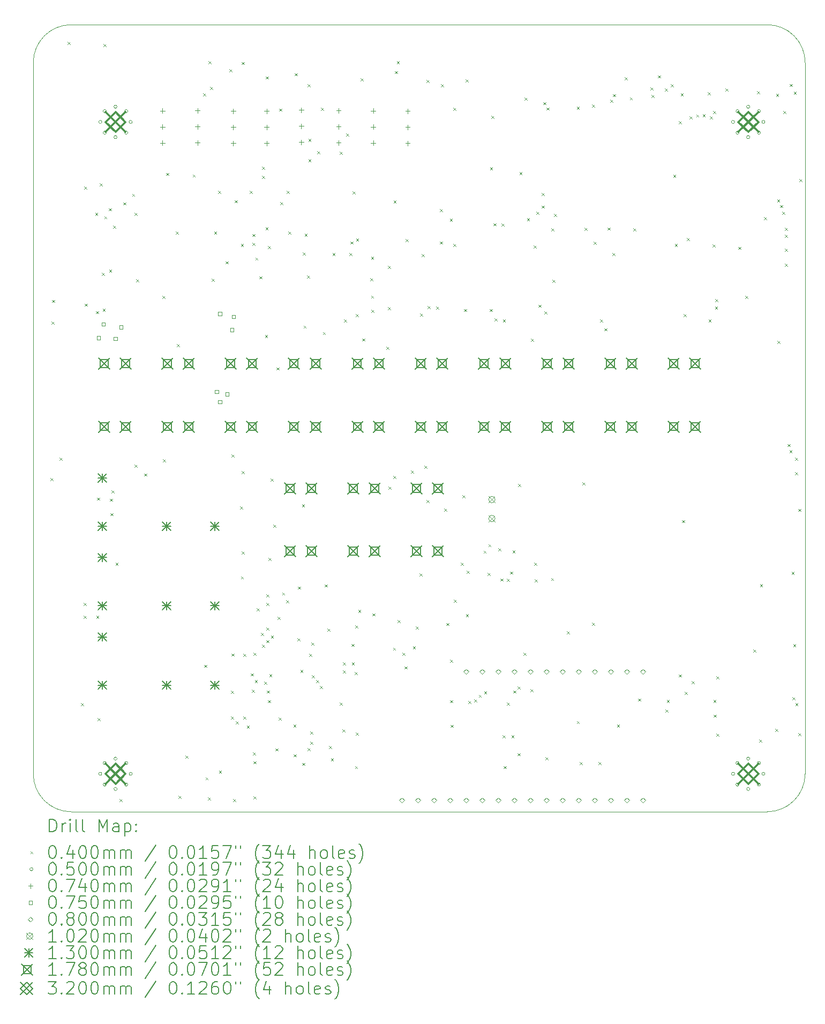
<source format=gbr>
%TF.GenerationSoftware,KiCad,Pcbnew,8.0.2*%
%TF.CreationDate,2024-05-16T19:26:19+09:30*%
%TF.ProjectId,power_and_monotoring,706f7765-725f-4616-9e64-5f6d6f6e6f74,rev?*%
%TF.SameCoordinates,Original*%
%TF.FileFunction,Drillmap*%
%TF.FilePolarity,Positive*%
%FSLAX45Y45*%
G04 Gerber Fmt 4.5, Leading zero omitted, Abs format (unit mm)*
G04 Created by KiCad (PCBNEW 8.0.2) date 2024-05-16 19:26:19*
%MOMM*%
%LPD*%
G01*
G04 APERTURE LIST*
%ADD10C,0.100000*%
%ADD11C,0.200000*%
%ADD12C,0.102000*%
%ADD13C,0.130000*%
%ADD14C,0.178000*%
%ADD15C,0.320000*%
G04 APERTURE END LIST*
D10*
X16330027Y-24815304D02*
G75*
G02*
X15731027Y-25415307I-599507J-496D01*
G01*
X15431027Y-25415304D02*
X4731015Y-25415304D01*
X15730532Y-12979680D02*
G75*
G02*
X16330540Y-13578680I508J-599500D01*
G01*
X4131015Y-24816304D02*
X4131520Y-13579680D01*
X4731015Y-25415304D02*
G75*
G02*
X4131016Y-24816304I-495J599504D01*
G01*
X4730520Y-12979680D02*
X15730532Y-12979680D01*
X15731027Y-25415304D02*
X15431027Y-25415304D01*
X16330532Y-13578680D02*
X16330027Y-24815304D01*
X4131520Y-13579680D02*
G75*
G02*
X4730520Y-12979680I599506J494D01*
G01*
D11*
D10*
X4403490Y-20144762D02*
X4443490Y-20184762D01*
X4443490Y-20144762D02*
X4403490Y-20184762D01*
X4421840Y-17673640D02*
X4461840Y-17713640D01*
X4461840Y-17673640D02*
X4421840Y-17713640D01*
X4425000Y-17328200D02*
X4465000Y-17368200D01*
X4465000Y-17328200D02*
X4425000Y-17368200D01*
X4543490Y-19822480D02*
X4583490Y-19862480D01*
X4583490Y-19822480D02*
X4543490Y-19862480D01*
X4673920Y-13254040D02*
X4713920Y-13294040D01*
X4713920Y-13254040D02*
X4673920Y-13294040D01*
X4882200Y-23698520D02*
X4922200Y-23738520D01*
X4922200Y-23698520D02*
X4882200Y-23738520D01*
X4927290Y-22113560D02*
X4967290Y-22153560D01*
X4967290Y-22113560D02*
X4927290Y-22153560D01*
X4927290Y-22321840D02*
X4967290Y-22361840D01*
X4967290Y-22321840D02*
X4927290Y-22361840D01*
X4936742Y-15536298D02*
X4976742Y-15576298D01*
X4976742Y-15536298D02*
X4936742Y-15576298D01*
X4946590Y-17387190D02*
X4986590Y-17427190D01*
X4986590Y-17387190D02*
X4946590Y-17427190D01*
X5108360Y-15954160D02*
X5148360Y-15994160D01*
X5148360Y-15954160D02*
X5108360Y-15994160D01*
X5120960Y-17506000D02*
X5160960Y-17546000D01*
X5160960Y-17506000D02*
X5120960Y-17546000D01*
X5127190Y-22321840D02*
X5167190Y-22361840D01*
X5167190Y-22321840D02*
X5127190Y-22361840D01*
X5141280Y-20452400D02*
X5181280Y-20492400D01*
X5181280Y-20452400D02*
X5141280Y-20492400D01*
X5146360Y-23937280D02*
X5186360Y-23977280D01*
X5186360Y-23937280D02*
X5146360Y-23977280D01*
X5183090Y-15486026D02*
X5223090Y-15526026D01*
X5223090Y-15486026D02*
X5183090Y-15526026D01*
X5216040Y-16903130D02*
X5256040Y-16943130D01*
X5256040Y-16903130D02*
X5216040Y-16943130D01*
X5227640Y-17465360D02*
X5267640Y-17505360D01*
X5267640Y-17465360D02*
X5227640Y-17505360D01*
X5237800Y-13284520D02*
X5277800Y-13324520D01*
X5277800Y-13284520D02*
X5237800Y-13324520D01*
X5253040Y-16007400D02*
X5293040Y-16047400D01*
X5293040Y-16007400D02*
X5253040Y-16047400D01*
X5322990Y-15880400D02*
X5362990Y-15920400D01*
X5362990Y-15880400D02*
X5322990Y-15920400D01*
X5329240Y-16850680D02*
X5369240Y-16890680D01*
X5369240Y-16850680D02*
X5329240Y-16890680D01*
X5343118Y-20469290D02*
X5383118Y-20509290D01*
X5383118Y-20469290D02*
X5343118Y-20509290D01*
X5351418Y-20697208D02*
X5391418Y-20737208D01*
X5391418Y-20697208D02*
X5351418Y-20737208D01*
X5369880Y-20335560D02*
X5409880Y-20375560D01*
X5409880Y-20335560D02*
X5369880Y-20375560D01*
X5390200Y-16154720D02*
X5430200Y-16194720D01*
X5430200Y-16154720D02*
X5390200Y-16194720D01*
X5430840Y-21478560D02*
X5470840Y-21518560D01*
X5470840Y-21478560D02*
X5430840Y-21518560D01*
X5496880Y-25213530D02*
X5536880Y-25253530D01*
X5536880Y-25213530D02*
X5496880Y-25253530D01*
X5556638Y-15787758D02*
X5596638Y-15827758D01*
X5596638Y-15787758D02*
X5556638Y-15827758D01*
X5693798Y-15650598D02*
X5733798Y-15690598D01*
X5733798Y-15650598D02*
X5693798Y-15690598D01*
X5730560Y-15951520D02*
X5770560Y-15991520D01*
X5770560Y-15951520D02*
X5730560Y-15991520D01*
X5734130Y-19934240D02*
X5774130Y-19974240D01*
X5774130Y-19934240D02*
X5734130Y-19974240D01*
X5755960Y-17003080D02*
X5795960Y-17043080D01*
X5795960Y-17003080D02*
X5755960Y-17043080D01*
X5882960Y-20071400D02*
X5922960Y-20111400D01*
X5922960Y-20071400D02*
X5882960Y-20111400D01*
X6173021Y-17267240D02*
X6213021Y-17307240D01*
X6213021Y-17267240D02*
X6173021Y-17307240D01*
X6182680Y-19847880D02*
X6222680Y-19887880D01*
X6222680Y-19847880D02*
X6182680Y-19887880D01*
X6233480Y-15321600D02*
X6273480Y-15361600D01*
X6273480Y-15321600D02*
X6233480Y-15361600D01*
X6380800Y-16246160D02*
X6420800Y-16286160D01*
X6420800Y-16246160D02*
X6380800Y-16286160D01*
X6401120Y-18023750D02*
X6441120Y-18063750D01*
X6441120Y-18023750D02*
X6401120Y-18063750D01*
X6426520Y-25166640D02*
X6466520Y-25206640D01*
X6466520Y-25166640D02*
X6426520Y-25206640D01*
X6533200Y-24531640D02*
X6573200Y-24571640D01*
X6573200Y-24531640D02*
X6533200Y-24571640D01*
X6650040Y-15347000D02*
X6690040Y-15387000D01*
X6690040Y-15347000D02*
X6650040Y-15387000D01*
X6812600Y-14066840D02*
X6852600Y-14106840D01*
X6852600Y-14066840D02*
X6812600Y-14106840D01*
X6832920Y-23094000D02*
X6872920Y-23134000D01*
X6872920Y-23094000D02*
X6832920Y-23134000D01*
X6853240Y-24872000D02*
X6893240Y-24912000D01*
X6893240Y-24872000D02*
X6853240Y-24912000D01*
X6893880Y-25186640D02*
X6933880Y-25226640D01*
X6933880Y-25186640D02*
X6893880Y-25226640D01*
X6899060Y-13553660D02*
X6939060Y-13593660D01*
X6939060Y-13553660D02*
X6899060Y-13593660D01*
X6924360Y-13960160D02*
X6964360Y-14000160D01*
X6964360Y-13960160D02*
X6924360Y-14000160D01*
X6949760Y-16992920D02*
X6989760Y-17032920D01*
X6989760Y-16992920D02*
X6949760Y-17032920D01*
X6988636Y-16246800D02*
X7028636Y-16286800D01*
X7028636Y-16246800D02*
X6988636Y-16286800D01*
X7055270Y-15606080D02*
X7095270Y-15646080D01*
X7095270Y-15606080D02*
X7055270Y-15646080D01*
X7066340Y-24765320D02*
X7106340Y-24805320D01*
X7106340Y-24765320D02*
X7066340Y-24805320D01*
X7173280Y-16718600D02*
X7213280Y-16758600D01*
X7213280Y-16718600D02*
X7173280Y-16758600D01*
X7229160Y-13685840D02*
X7269160Y-13725840D01*
X7269160Y-13685840D02*
X7229160Y-13725840D01*
X7254560Y-23505480D02*
X7294560Y-23545480D01*
X7294560Y-23505480D02*
X7254560Y-23545480D01*
X7254560Y-23913370D02*
X7294560Y-23953370D01*
X7294560Y-23913370D02*
X7254560Y-23953370D01*
X7263575Y-22915611D02*
X7303575Y-22955611D01*
X7303575Y-22915611D02*
X7263575Y-22955611D01*
X7264720Y-19771680D02*
X7304720Y-19811680D01*
X7304720Y-19771680D02*
X7264720Y-19811680D01*
X7290120Y-25213530D02*
X7330120Y-25253530D01*
X7330120Y-25213530D02*
X7290120Y-25253530D01*
X7315520Y-15753400D02*
X7355520Y-15793400D01*
X7355520Y-15753400D02*
X7315520Y-15793400D01*
X7330760Y-23988080D02*
X7370760Y-24028080D01*
X7370760Y-23988080D02*
X7330760Y-24028080D01*
X7401880Y-20589560D02*
X7441880Y-20629560D01*
X7441880Y-20589560D02*
X7401880Y-20629560D01*
X7412040Y-21697000D02*
X7452040Y-21737000D01*
X7452040Y-21697000D02*
X7412040Y-21737000D01*
X7413210Y-16444280D02*
X7453210Y-16484280D01*
X7453210Y-16444280D02*
X7413210Y-16484280D01*
X7422200Y-21300760D02*
X7462200Y-21340760D01*
X7462200Y-21300760D02*
X7422200Y-21340760D01*
X7427280Y-13569000D02*
X7467280Y-13609000D01*
X7467280Y-13569000D02*
X7427280Y-13609000D01*
X7427280Y-20035840D02*
X7467280Y-20075840D01*
X7467280Y-20035840D02*
X7427280Y-20075840D01*
X7451478Y-23910678D02*
X7491478Y-23950678D01*
X7491478Y-23910678D02*
X7451478Y-23950678D01*
X7451920Y-22921280D02*
X7491920Y-22961280D01*
X7491920Y-22921280D02*
X7451920Y-22961280D01*
X7504682Y-24055322D02*
X7544682Y-24095322D01*
X7544682Y-24055322D02*
X7504682Y-24095322D01*
X7553110Y-15606030D02*
X7593110Y-15646030D01*
X7593110Y-15606030D02*
X7553110Y-15646030D01*
X7571095Y-23229185D02*
X7611095Y-23269185D01*
X7611095Y-23229185D02*
X7571095Y-23269185D01*
X7583721Y-23484686D02*
X7623721Y-23524686D01*
X7623721Y-23484686D02*
X7583721Y-23524686D01*
X7593110Y-16286800D02*
X7633110Y-16326800D01*
X7633110Y-16286800D02*
X7593110Y-16326800D01*
X7593110Y-16429040D02*
X7633110Y-16469040D01*
X7633110Y-16429040D02*
X7593110Y-16469040D01*
X7605080Y-24475760D02*
X7645080Y-24515760D01*
X7645080Y-24475760D02*
X7605080Y-24515760D01*
X7610160Y-24618000D02*
X7650160Y-24658000D01*
X7650160Y-24618000D02*
X7610160Y-24658000D01*
X7610160Y-25171720D02*
X7650160Y-25211720D01*
X7650160Y-25171720D02*
X7610160Y-25211720D01*
X7614412Y-22905212D02*
X7654412Y-22945212D01*
X7654412Y-22905212D02*
X7614412Y-22945212D01*
X7632192Y-23336128D02*
X7672192Y-23376128D01*
X7672192Y-23336128D02*
X7632192Y-23376128D01*
X7641506Y-16657899D02*
X7681506Y-16697899D01*
X7681506Y-16657899D02*
X7641506Y-16697899D01*
X7660960Y-22199920D02*
X7700960Y-22239920D01*
X7700960Y-22199920D02*
X7660960Y-22239920D01*
X7702417Y-16954085D02*
X7742417Y-16994085D01*
X7742417Y-16954085D02*
X7702417Y-16994085D01*
X7731388Y-22590388D02*
X7771388Y-22630388D01*
X7771388Y-22590388D02*
X7731388Y-22630388D01*
X7743795Y-22775830D02*
X7783795Y-22815830D01*
X7783795Y-22775830D02*
X7743795Y-22815830D01*
X7747320Y-15225080D02*
X7787320Y-15265080D01*
X7787320Y-15225080D02*
X7747320Y-15265080D01*
X7747320Y-15366150D02*
X7787320Y-15406150D01*
X7787320Y-15366150D02*
X7747320Y-15406150D01*
X7782880Y-23359330D02*
X7822880Y-23399330D01*
X7822880Y-23359330D02*
X7782880Y-23399330D01*
X7793040Y-17881920D02*
X7833040Y-17921920D01*
X7833040Y-17881920D02*
X7793040Y-17921920D01*
X7802270Y-16180120D02*
X7842270Y-16220120D01*
X7842270Y-16180120D02*
X7802270Y-16220120D01*
X7808280Y-13797600D02*
X7848280Y-13837600D01*
X7848280Y-13797600D02*
X7808280Y-13837600D01*
X7813884Y-21981480D02*
X7853884Y-22021480D01*
X7853884Y-21981480D02*
X7813884Y-22021480D01*
X7813884Y-22118640D02*
X7853884Y-22158640D01*
X7853884Y-22118640D02*
X7813884Y-22158640D01*
X7813884Y-22506568D02*
X7853884Y-22546568D01*
X7853884Y-22506568D02*
X7813884Y-22546568D01*
X7814470Y-22705154D02*
X7854470Y-22745154D01*
X7854470Y-22705154D02*
X7814470Y-22745154D01*
X7823520Y-23499230D02*
X7863520Y-23539230D01*
X7863520Y-23499230D02*
X7823520Y-23539230D01*
X7838760Y-23652800D02*
X7878760Y-23692800D01*
X7878760Y-23652800D02*
X7838760Y-23692800D01*
X7842270Y-16474760D02*
X7882270Y-16514760D01*
X7882270Y-16474760D02*
X7842270Y-16514760D01*
X7846380Y-21404900D02*
X7886380Y-21444900D01*
X7886380Y-21404900D02*
X7846380Y-21444900D01*
X7860807Y-23239338D02*
X7900807Y-23279338D01*
X7900807Y-23239338D02*
X7860807Y-23279338D01*
X7884480Y-20152680D02*
X7924480Y-20192680D01*
X7924480Y-20152680D02*
X7884480Y-20192680D01*
X7886192Y-22633432D02*
X7926192Y-22673432D01*
X7926192Y-22633432D02*
X7886192Y-22673432D01*
X7923676Y-20877676D02*
X7963676Y-20917676D01*
X7963676Y-20877676D02*
X7923676Y-20917676D01*
X7960680Y-24414800D02*
X8000680Y-24454800D01*
X8000680Y-24414800D02*
X7960680Y-24454800D01*
X7975920Y-18395000D02*
X8015920Y-18435000D01*
X8015920Y-18395000D02*
X7975920Y-18435000D01*
X7993784Y-22337080D02*
X8033784Y-22377080D01*
X8033784Y-22337080D02*
X7993784Y-22377080D01*
X8011480Y-23927120D02*
X8051480Y-23967120D01*
X8051480Y-23927120D02*
X8011480Y-23967120D01*
X8016560Y-14305600D02*
X8056560Y-14345600D01*
X8056560Y-14305600D02*
X8016560Y-14345600D01*
X8036880Y-15783880D02*
X8076880Y-15823880D01*
X8076880Y-15783880D02*
X8036880Y-15823880D01*
X8063734Y-21951000D02*
X8103734Y-21991000D01*
X8103734Y-21951000D02*
X8063734Y-21991000D01*
X8128320Y-22072920D02*
X8168320Y-22112920D01*
X8168320Y-22072920D02*
X8128320Y-22112920D01*
X8138480Y-15606030D02*
X8178480Y-15646030D01*
X8178480Y-15606030D02*
X8138480Y-15646030D01*
X8158800Y-16246800D02*
X8198800Y-16286800D01*
X8198800Y-16246800D02*
X8158800Y-16286800D01*
X8241023Y-24038969D02*
X8281023Y-24078969D01*
X8281023Y-24038969D02*
X8241023Y-24078969D01*
X8246450Y-24507425D02*
X8286450Y-24547425D01*
X8286450Y-24507425D02*
X8246450Y-24547425D01*
X8265480Y-13746800D02*
X8305480Y-13786800D01*
X8305480Y-13746800D02*
X8265480Y-13786800D01*
X8306120Y-22677440D02*
X8346120Y-22717440D01*
X8346120Y-22677440D02*
X8306120Y-22717440D01*
X8314951Y-21858231D02*
X8354951Y-21898231D01*
X8354951Y-21858231D02*
X8314951Y-21898231D01*
X8351920Y-23175280D02*
X8391920Y-23215280D01*
X8391920Y-23175280D02*
X8351920Y-23215280D01*
X8377240Y-20559080D02*
X8417240Y-20599080D01*
X8417240Y-20559080D02*
X8377240Y-20599080D01*
X8382408Y-24643312D02*
X8422408Y-24683312D01*
X8422408Y-24643312D02*
X8382408Y-24683312D01*
X8387400Y-16581440D02*
X8427400Y-16621440D01*
X8427400Y-16581440D02*
X8387400Y-16621440D01*
X8402640Y-17734600D02*
X8442640Y-17774600D01*
X8442640Y-17734600D02*
X8402640Y-17774600D01*
X8420817Y-16279577D02*
X8460817Y-16319577D01*
X8460817Y-16279577D02*
X8420817Y-16319577D01*
X8458520Y-16942120D02*
X8498520Y-16982120D01*
X8498520Y-16942120D02*
X8458520Y-16982120D01*
X8463600Y-13921330D02*
X8503600Y-13961330D01*
X8503600Y-13921330D02*
X8463600Y-13961330D01*
X8468194Y-24410206D02*
X8508194Y-24450206D01*
X8508194Y-24410206D02*
X8468194Y-24450206D01*
X8480010Y-14783120D02*
X8520010Y-14823120D01*
X8520010Y-14783120D02*
X8480010Y-14823120D01*
X8480010Y-15103160D02*
X8520010Y-15143160D01*
X8520010Y-15103160D02*
X8480010Y-15143160D01*
X8489000Y-22921280D02*
X8529000Y-22961280D01*
X8529000Y-22921280D02*
X8489000Y-22961280D01*
X8509320Y-24145560D02*
X8549320Y-24185560D01*
X8549320Y-24145560D02*
X8509320Y-24185560D01*
X8509320Y-24310207D02*
X8549320Y-24350207D01*
X8549320Y-24310207D02*
X8509320Y-24350207D01*
X8524560Y-22743480D02*
X8564560Y-22783480D01*
X8564560Y-22743480D02*
X8524560Y-22783480D01*
X8534720Y-23261640D02*
X8574720Y-23301640D01*
X8574720Y-23261640D02*
X8534720Y-23301640D01*
X8599640Y-23337840D02*
X8639640Y-23377840D01*
X8639640Y-23337840D02*
X8599640Y-23377840D01*
X8619910Y-14976160D02*
X8659910Y-15016160D01*
X8659910Y-14976160D02*
X8619910Y-15016160D01*
X8661720Y-23429280D02*
X8701720Y-23469280D01*
X8701720Y-23429280D02*
X8661720Y-23469280D01*
X8676960Y-14293710D02*
X8716960Y-14333710D01*
X8716960Y-14293710D02*
X8676960Y-14333710D01*
X8707440Y-17836200D02*
X8747440Y-17876200D01*
X8747440Y-17836200D02*
X8707440Y-17876200D01*
X8737920Y-21824000D02*
X8777920Y-21864000D01*
X8777920Y-21824000D02*
X8737920Y-21864000D01*
X8779875Y-22521275D02*
X8819875Y-22561275D01*
X8819875Y-22521275D02*
X8779875Y-22561275D01*
X8803960Y-24379240D02*
X8843960Y-24419240D01*
X8843960Y-24379240D02*
X8803960Y-24419240D01*
X8835616Y-24569014D02*
X8875616Y-24609014D01*
X8875616Y-24569014D02*
X8835616Y-24609014D01*
X8861071Y-16586520D02*
X8901071Y-16626520D01*
X8901071Y-16586520D02*
X8861071Y-16626520D01*
X8971600Y-23688360D02*
X9011600Y-23728360D01*
X9011600Y-23688360D02*
X8971600Y-23728360D01*
X8976680Y-14985760D02*
X9016680Y-15025760D01*
X9016680Y-14985760D02*
X8976680Y-15025760D01*
X9017320Y-24115080D02*
X9057320Y-24155080D01*
X9057320Y-24115080D02*
X9017320Y-24155080D01*
X9023520Y-23053360D02*
X9063520Y-23093360D01*
X9063520Y-23053360D02*
X9023520Y-23093360D01*
X9023520Y-23180360D02*
X9063520Y-23220360D01*
X9063520Y-23180360D02*
X9023520Y-23220360D01*
X9040971Y-17634650D02*
X9080971Y-17674650D01*
X9080971Y-17634650D02*
X9040971Y-17674650D01*
X9078280Y-14696760D02*
X9118280Y-14736760D01*
X9118280Y-14696760D02*
X9078280Y-14736760D01*
X9129080Y-16585350D02*
X9169080Y-16625350D01*
X9169080Y-16585350D02*
X9129080Y-16625350D01*
X9144320Y-16405450D02*
X9184320Y-16445450D01*
X9184320Y-16405450D02*
X9144320Y-16445450D01*
X9163520Y-22763800D02*
X9203520Y-22803800D01*
X9203520Y-22763800D02*
X9163520Y-22803800D01*
X9164640Y-23053360D02*
X9204640Y-23093360D01*
X9204640Y-23053360D02*
X9164640Y-23093360D01*
X9178710Y-15611160D02*
X9218710Y-15651160D01*
X9218710Y-15611160D02*
X9178710Y-15651160D01*
X9210360Y-23205760D02*
X9250360Y-23245760D01*
X9250360Y-23205760D02*
X9210360Y-23245760D01*
X9215440Y-24694200D02*
X9255440Y-24734200D01*
X9255440Y-24694200D02*
X9215440Y-24734200D01*
X9220520Y-22474240D02*
X9260520Y-22514240D01*
X9260520Y-22474240D02*
X9220520Y-22514240D01*
X9225600Y-17552890D02*
X9265600Y-17592890D01*
X9265600Y-17552890D02*
X9225600Y-17592890D01*
X9225600Y-24165880D02*
X9265600Y-24205880D01*
X9265600Y-24165880D02*
X9225600Y-24205880D01*
X9231603Y-16356750D02*
X9271603Y-16396750D01*
X9271603Y-16356750D02*
X9231603Y-16396750D01*
X9266240Y-22225320D02*
X9306240Y-22265320D01*
X9306240Y-22225320D02*
X9266240Y-22265320D01*
X9306880Y-13828080D02*
X9346880Y-13868080D01*
X9346880Y-13828080D02*
X9306880Y-13868080D01*
X9332280Y-17937800D02*
X9372280Y-17977800D01*
X9372280Y-17937800D02*
X9332280Y-17977800D01*
X9459280Y-16987840D02*
X9499280Y-17027840D01*
X9499280Y-16987840D02*
X9459280Y-17027840D01*
X9468971Y-17260010D02*
X9508971Y-17300010D01*
X9508971Y-17260010D02*
X9468971Y-17300010D01*
X9469440Y-16647480D02*
X9509440Y-16687480D01*
X9509440Y-16647480D02*
X9469440Y-16687480D01*
X9474030Y-17482940D02*
X9514030Y-17522940D01*
X9514030Y-17482940D02*
X9474030Y-17522940D01*
X9489760Y-22281200D02*
X9529760Y-22321200D01*
X9529760Y-22281200D02*
X9489760Y-22321200D01*
X9708200Y-18069880D02*
X9748200Y-18109880D01*
X9748200Y-18069880D02*
X9708200Y-18109880D01*
X9733600Y-16788550D02*
X9773600Y-16828550D01*
X9773600Y-16788550D02*
X9733600Y-16828550D01*
X9733600Y-17439960D02*
X9773600Y-17479960D01*
X9773600Y-17439960D02*
X9733600Y-17479960D01*
X9742080Y-20279680D02*
X9782080Y-20319680D01*
X9782080Y-20279680D02*
X9742080Y-20319680D01*
X9818034Y-22821606D02*
X9858034Y-22861606D01*
X9858034Y-22821606D02*
X9818034Y-22861606D01*
X9819960Y-20106960D02*
X9859960Y-20146960D01*
X9859960Y-20106960D02*
X9819960Y-20146960D01*
X9825040Y-15758480D02*
X9865040Y-15798480D01*
X9865040Y-15758480D02*
X9825040Y-15798480D01*
X9845360Y-13711430D02*
X9885360Y-13751430D01*
X9885360Y-13711430D02*
X9845360Y-13751430D01*
X9875840Y-13558840D02*
X9915840Y-13598840D01*
X9915840Y-13558840D02*
X9875840Y-13598840D01*
X9886000Y-22387880D02*
X9926000Y-22427880D01*
X9926000Y-22387880D02*
X9886000Y-22427880D01*
X9967280Y-22900960D02*
X10007280Y-22940960D01*
X10007280Y-22900960D02*
X9967280Y-22940960D01*
X9997760Y-23119400D02*
X10037760Y-23159400D01*
X10037760Y-23119400D02*
X9997760Y-23159400D01*
X10013000Y-16365450D02*
X10053000Y-16405450D01*
X10053000Y-16365450D02*
X10013000Y-16405450D01*
X10101251Y-20021770D02*
X10141251Y-20061770D01*
X10141251Y-20021770D02*
X10101251Y-20061770D01*
X10129840Y-22804440D02*
X10169840Y-22844440D01*
X10169840Y-22804440D02*
X10129840Y-22844440D01*
X10175560Y-22489480D02*
X10215560Y-22529480D01*
X10215560Y-22489480D02*
X10175560Y-22529480D01*
X10236520Y-21651280D02*
X10276520Y-21691280D01*
X10276520Y-21651280D02*
X10236520Y-21691280D01*
X10243248Y-17541421D02*
X10283248Y-17581421D01*
X10283248Y-17541421D02*
X10243248Y-17581421D01*
X10267000Y-16606840D02*
X10307000Y-16646840D01*
X10307000Y-16606840D02*
X10267000Y-16646840D01*
X10312720Y-19949480D02*
X10352720Y-19989480D01*
X10352720Y-19949480D02*
X10312720Y-19989480D01*
X10348280Y-13851380D02*
X10388280Y-13891380D01*
X10388280Y-13851380D02*
X10348280Y-13891380D01*
X10348280Y-20487960D02*
X10388280Y-20527960D01*
X10388280Y-20487960D02*
X10348280Y-20527960D01*
X10360397Y-17424273D02*
X10400397Y-17464273D01*
X10400397Y-17424273D02*
X10360397Y-17464273D01*
X10500680Y-17431471D02*
X10540680Y-17471471D01*
X10540680Y-17431471D02*
X10500680Y-17471471D01*
X10555678Y-16405450D02*
X10595678Y-16445450D01*
X10595678Y-16405450D02*
X10555678Y-16445450D01*
X10556560Y-15890560D02*
X10596560Y-15930560D01*
X10596560Y-15890560D02*
X10556560Y-15930560D01*
X10576880Y-13921330D02*
X10616880Y-13961330D01*
X10616880Y-13921330D02*
X10576880Y-13961330D01*
X10622600Y-20625120D02*
X10662600Y-20665120D01*
X10662600Y-20625120D02*
X10622600Y-20665120D01*
X10658160Y-22433600D02*
X10698160Y-22473600D01*
X10698160Y-22433600D02*
X10658160Y-22473600D01*
X10714040Y-16047750D02*
X10754040Y-16087750D01*
X10754040Y-16047750D02*
X10714040Y-16087750D01*
X10719120Y-23012720D02*
X10759120Y-23052720D01*
X10759120Y-23012720D02*
X10719120Y-23052720D01*
X10719120Y-23652800D02*
X10759120Y-23692800D01*
X10759120Y-23652800D02*
X10719120Y-23692800D01*
X10725503Y-24042657D02*
X10765503Y-24082657D01*
X10765503Y-24042657D02*
X10725503Y-24082657D01*
X10769920Y-14293710D02*
X10809920Y-14333710D01*
X10809920Y-14293710D02*
X10769920Y-14333710D01*
X10769920Y-16445450D02*
X10809920Y-16485450D01*
X10809920Y-16445450D02*
X10769920Y-16485450D01*
X10780080Y-22067840D02*
X10820080Y-22107840D01*
X10820080Y-22067840D02*
X10780080Y-22107840D01*
X10886760Y-21478550D02*
X10926760Y-21518550D01*
X10926760Y-21478550D02*
X10886760Y-21518550D01*
X10912160Y-20416840D02*
X10952160Y-20456840D01*
X10952160Y-20416840D02*
X10912160Y-20456840D01*
X10937560Y-17471471D02*
X10977560Y-17511471D01*
X10977560Y-17471471D02*
X10937560Y-17511471D01*
X10962960Y-13841330D02*
X11002960Y-13881330D01*
X11002960Y-13841330D02*
X10962960Y-13881330D01*
X10968040Y-22291360D02*
X11008040Y-22331360D01*
X11008040Y-22291360D02*
X10968040Y-22331360D01*
X10978200Y-21605560D02*
X11018200Y-21645560D01*
X11018200Y-21605560D02*
X10978200Y-21645560D01*
X11003600Y-23662960D02*
X11043600Y-23702960D01*
X11043600Y-23662960D02*
X11003600Y-23702960D01*
X11100175Y-23637207D02*
X11140175Y-23677207D01*
X11140175Y-23637207D02*
X11100175Y-23677207D01*
X11171059Y-23566739D02*
X11211059Y-23606739D01*
X11211059Y-23566739D02*
X11171059Y-23606739D01*
X11247440Y-21290600D02*
X11287440Y-21330600D01*
X11287440Y-21290600D02*
X11247440Y-21330600D01*
X11256671Y-23515158D02*
X11296671Y-23555158D01*
X11296671Y-23515158D02*
X11256671Y-23555158D01*
X11313480Y-21641120D02*
X11353480Y-21681120D01*
X11353480Y-21641120D02*
X11313480Y-21681120D01*
X11324942Y-21187698D02*
X11364942Y-21227698D01*
X11364942Y-21187698D02*
X11324942Y-21227698D01*
X11346022Y-17471471D02*
X11386022Y-17511471D01*
X11386022Y-17471471D02*
X11346022Y-17511471D01*
X11349040Y-15230160D02*
X11389040Y-15270160D01*
X11389040Y-15230160D02*
X11349040Y-15270160D01*
X11369360Y-14421270D02*
X11409360Y-14461270D01*
X11409360Y-14421270D02*
X11369360Y-14461270D01*
X11404920Y-16117700D02*
X11444920Y-16157700D01*
X11444920Y-16117700D02*
X11404920Y-16157700D01*
X11420160Y-17617760D02*
X11460160Y-17657760D01*
X11460160Y-17617760D02*
X11420160Y-17657760D01*
X11481120Y-21249960D02*
X11521120Y-21289960D01*
X11521120Y-21249960D02*
X11481120Y-21289960D01*
X11512902Y-21731258D02*
X11552902Y-21771258D01*
X11552902Y-21731258D02*
X11512902Y-21771258D01*
X11531920Y-16124240D02*
X11571920Y-16164240D01*
X11571920Y-16124240D02*
X11531920Y-16164240D01*
X11548330Y-24206520D02*
X11588330Y-24246520D01*
X11588330Y-24206520D02*
X11548330Y-24246520D01*
X11552240Y-17634600D02*
X11592240Y-17674600D01*
X11592240Y-17634600D02*
X11552240Y-17674600D01*
X11562400Y-24694200D02*
X11602400Y-24734200D01*
X11602400Y-24694200D02*
X11562400Y-24734200D01*
X11618280Y-21737640D02*
X11658280Y-21777640D01*
X11658280Y-21737640D02*
X11618280Y-21777640D01*
X11618280Y-23688360D02*
X11658280Y-23728360D01*
X11658280Y-23688360D02*
X11618280Y-23728360D01*
X11669080Y-21620800D02*
X11709080Y-21660800D01*
X11709080Y-21620800D02*
X11669080Y-21660800D01*
X11688230Y-24206520D02*
X11728230Y-24246520D01*
X11728230Y-24206520D02*
X11688230Y-24246520D01*
X11704640Y-21285520D02*
X11744640Y-21325520D01*
X11744640Y-21285520D02*
X11704640Y-21325520D01*
X11714800Y-23500400D02*
X11754800Y-23540400D01*
X11754800Y-23500400D02*
X11714800Y-23540400D01*
X11785920Y-23434360D02*
X11825920Y-23474360D01*
X11825920Y-23434360D02*
X11785920Y-23474360D01*
X11785920Y-24491000D02*
X11825920Y-24531000D01*
X11825920Y-24491000D02*
X11785920Y-24531000D01*
X11791000Y-20233960D02*
X11831000Y-20273960D01*
X11831000Y-20233960D02*
X11791000Y-20273960D01*
X11814281Y-15305871D02*
X11854281Y-15345871D01*
X11854281Y-15305871D02*
X11814281Y-15345871D01*
X11877360Y-22900960D02*
X11917360Y-22940960D01*
X11917360Y-22900960D02*
X11877360Y-22940960D01*
X11896342Y-14134218D02*
X11936342Y-14174218D01*
X11936342Y-14134218D02*
X11896342Y-14174218D01*
X11933240Y-16037650D02*
X11973240Y-16077650D01*
X11973240Y-16037650D02*
X11933240Y-16077650D01*
X11989120Y-23480080D02*
X12029120Y-23520080D01*
X12029120Y-23480080D02*
X11989120Y-23520080D01*
X11999771Y-17942389D02*
X12039771Y-17982389D01*
X12039771Y-17942389D02*
X11999771Y-17982389D01*
X12040560Y-16465350D02*
X12080560Y-16505350D01*
X12080560Y-16465350D02*
X12040560Y-16505350D01*
X12050080Y-21478560D02*
X12090080Y-21518560D01*
X12090080Y-21478560D02*
X12050080Y-21518560D01*
X12055160Y-21742720D02*
X12095160Y-21782720D01*
X12095160Y-21742720D02*
X12055160Y-21782720D01*
X12079440Y-15936280D02*
X12119440Y-15976280D01*
X12119440Y-15936280D02*
X12079440Y-15976280D01*
X12113923Y-17404192D02*
X12153923Y-17444192D01*
X12153923Y-17404192D02*
X12113923Y-17444192D01*
X12165582Y-15637898D02*
X12205582Y-15677898D01*
X12205582Y-15637898D02*
X12165582Y-15677898D01*
X12168258Y-15838422D02*
X12208258Y-15878422D01*
X12208258Y-15838422D02*
X12168258Y-15878422D01*
X12192320Y-14204000D02*
X12232320Y-14244000D01*
X12232320Y-14204000D02*
X12192320Y-14244000D01*
X12207560Y-17511080D02*
X12247560Y-17551080D01*
X12247560Y-17511080D02*
X12207560Y-17551080D01*
X12222800Y-24551960D02*
X12262800Y-24591960D01*
X12262800Y-24551960D02*
X12222800Y-24591960D01*
X12245293Y-14288758D02*
X12285293Y-14328758D01*
X12285293Y-14288758D02*
X12245293Y-14328758D01*
X12314240Y-21722400D02*
X12354240Y-21762400D01*
X12354240Y-21722400D02*
X12314240Y-21762400D01*
X12316984Y-16197700D02*
X12356984Y-16237700D01*
X12356984Y-16197700D02*
X12316984Y-16237700D01*
X12332750Y-17013240D02*
X12372750Y-17053240D01*
X12372750Y-17013240D02*
X12332750Y-17053240D01*
X12360176Y-15969210D02*
X12400176Y-16009210D01*
X12400176Y-15969210D02*
X12360176Y-16009210D01*
X12562611Y-22566229D02*
X12602611Y-22606229D01*
X12602611Y-22566229D02*
X12562611Y-22606229D01*
X12720640Y-14273950D02*
X12760640Y-14313950D01*
X12760640Y-14273950D02*
X12720640Y-14313950D01*
X12720640Y-23983000D02*
X12760640Y-24023000D01*
X12760640Y-23983000D02*
X12720640Y-24023000D01*
X12766360Y-24633240D02*
X12806360Y-24673240D01*
X12806360Y-24633240D02*
X12766360Y-24673240D01*
X12807000Y-20208560D02*
X12847000Y-20248560D01*
X12847000Y-20208560D02*
X12807000Y-20248560D01*
X12842560Y-16190280D02*
X12882560Y-16230280D01*
X12882560Y-16190280D02*
X12842560Y-16230280D01*
X12959400Y-14244640D02*
X12999400Y-14284640D01*
X12999400Y-14244640D02*
X12959400Y-14284640D01*
X12959400Y-22428520D02*
X12999400Y-22468520D01*
X12999400Y-22428520D02*
X12959400Y-22468520D01*
X12989880Y-16407550D02*
X13029880Y-16447550D01*
X13029880Y-16407550D02*
X12989880Y-16447550D01*
X13066080Y-24628160D02*
X13106080Y-24668160D01*
X13106080Y-24628160D02*
X13066080Y-24668160D01*
X13086400Y-17636800D02*
X13126400Y-17676800D01*
X13126400Y-17636800D02*
X13086400Y-17676800D01*
X13159042Y-17776762D02*
X13199042Y-17816762D01*
X13199042Y-17776762D02*
X13159042Y-17816762D01*
X13208320Y-16185200D02*
X13248320Y-16225200D01*
X13248320Y-16185200D02*
X13208320Y-16225200D01*
X13248960Y-14167110D02*
X13288960Y-14207110D01*
X13288960Y-14167110D02*
X13248960Y-14207110D01*
X13284520Y-16585350D02*
X13324520Y-16625350D01*
X13324520Y-16585350D02*
X13284520Y-16625350D01*
X13294680Y-14077000D02*
X13334680Y-14117000D01*
X13334680Y-14077000D02*
X13294680Y-14117000D01*
X13355640Y-24038880D02*
X13395640Y-24078880D01*
X13395640Y-24038880D02*
X13355640Y-24078880D01*
X13477560Y-13812840D02*
X13517560Y-13852840D01*
X13517560Y-13812840D02*
X13477560Y-13852840D01*
X13559069Y-14127110D02*
X13599069Y-14167110D01*
X13599069Y-14127110D02*
X13559069Y-14167110D01*
X13614720Y-16195360D02*
X13654720Y-16235360D01*
X13654720Y-16195360D02*
X13614720Y-16235360D01*
X13690920Y-23627400D02*
X13730920Y-23667400D01*
X13730920Y-23627400D02*
X13690920Y-23667400D01*
X13883960Y-13970320D02*
X13923960Y-14010320D01*
X13923960Y-13970320D02*
X13883960Y-14010320D01*
X13899200Y-14087110D02*
X13939200Y-14127110D01*
X13939200Y-14087110D02*
X13899200Y-14127110D01*
X14000800Y-13780500D02*
X14040800Y-13820500D01*
X14040800Y-13780500D02*
X14000800Y-13820500D01*
X14112560Y-13990640D02*
X14152560Y-14030640D01*
X14152560Y-13990640D02*
X14112560Y-14030640D01*
X14122720Y-23799000D02*
X14162720Y-23839000D01*
X14162720Y-23799000D02*
X14122720Y-23839000D01*
X14143040Y-23647720D02*
X14183040Y-23687720D01*
X14183040Y-23647720D02*
X14143040Y-23687720D01*
X14204000Y-13920690D02*
X14244000Y-13960690D01*
X14244000Y-13920690D02*
X14204000Y-13960690D01*
X14244640Y-15352080D02*
X14284640Y-15392080D01*
X14284640Y-15352080D02*
X14244640Y-15392080D01*
X14270040Y-16445400D02*
X14310040Y-16485400D01*
X14310040Y-16445400D02*
X14270040Y-16485400D01*
X14331000Y-23246400D02*
X14371000Y-23286400D01*
X14371000Y-23246400D02*
X14331000Y-23286400D01*
X14332648Y-14507152D02*
X14372648Y-14547152D01*
X14372648Y-14507152D02*
X14332648Y-14547152D01*
X14363920Y-14066840D02*
X14403920Y-14106840D01*
X14403920Y-14066840D02*
X14363920Y-14106840D01*
X14386880Y-20808000D02*
X14426880Y-20848000D01*
X14426880Y-20808000D02*
X14386880Y-20848000D01*
X14412280Y-17551720D02*
X14452280Y-17591720D01*
X14452280Y-17551720D02*
X14412280Y-17591720D01*
X14427520Y-23520720D02*
X14467520Y-23560720D01*
X14467520Y-23520720D02*
X14427520Y-23560720D01*
X14463080Y-16352840D02*
X14503080Y-16392840D01*
X14503080Y-16352840D02*
X14463080Y-16392840D01*
X14503720Y-14427010D02*
X14543720Y-14467010D01*
X14543720Y-14427010D02*
X14503720Y-14467010D01*
X14534200Y-23353080D02*
X14574200Y-23393080D01*
X14574200Y-23353080D02*
X14534200Y-23393080D01*
X14609918Y-14397253D02*
X14649918Y-14437253D01*
X14649918Y-14397253D02*
X14609918Y-14437253D01*
X14709859Y-14395897D02*
X14749859Y-14435897D01*
X14749859Y-14395897D02*
X14709859Y-14435897D01*
X14788200Y-14047110D02*
X14828200Y-14087110D01*
X14828200Y-14047110D02*
X14788200Y-14087110D01*
X14804720Y-17636800D02*
X14844720Y-17676800D01*
X14844720Y-17636800D02*
X14804720Y-17676800D01*
X14826663Y-14428887D02*
X14866663Y-14468887D01*
X14866663Y-14428887D02*
X14826663Y-14468887D01*
X14869480Y-16448650D02*
X14909480Y-16488650D01*
X14909480Y-16448650D02*
X14869480Y-16488650D01*
X14874560Y-14341160D02*
X14914560Y-14381160D01*
X14914560Y-14341160D02*
X14874560Y-14381160D01*
X14879640Y-23647720D02*
X14919640Y-23687720D01*
X14919640Y-23647720D02*
X14879640Y-23687720D01*
X14884720Y-23881400D02*
X14924720Y-23921400D01*
X14924720Y-23881400D02*
X14884720Y-23921400D01*
X14905040Y-17434880D02*
X14945040Y-17474880D01*
X14945040Y-17434880D02*
X14905040Y-17474880D01*
X14912160Y-17316000D02*
X14952160Y-17356000D01*
X14952160Y-17316000D02*
X14912160Y-17356000D01*
X14925360Y-23276880D02*
X14965360Y-23316880D01*
X14965360Y-23276880D02*
X14925360Y-23316880D01*
X14925360Y-24181120D02*
X14965360Y-24221120D01*
X14965360Y-24181120D02*
X14925360Y-24221120D01*
X15072680Y-13987370D02*
X15112680Y-14027370D01*
X15112680Y-13987370D02*
X15072680Y-14027370D01*
X15275880Y-16488650D02*
X15315880Y-16528650D01*
X15315880Y-16488650D02*
X15275880Y-16528650D01*
X15382560Y-17267240D02*
X15422560Y-17307240D01*
X15422560Y-17267240D02*
X15382560Y-17307240D01*
X15509560Y-22855240D02*
X15549560Y-22895240D01*
X15549560Y-22855240D02*
X15509560Y-22895240D01*
X15570520Y-14027370D02*
X15610520Y-14067370D01*
X15610520Y-14027370D02*
X15570520Y-14067370D01*
X15606080Y-24277640D02*
X15646080Y-24317640D01*
X15646080Y-24277640D02*
X15606080Y-24317640D01*
X15616240Y-21818920D02*
X15656240Y-21858920D01*
X15656240Y-21818920D02*
X15616240Y-21858920D01*
X15682280Y-16022640D02*
X15722280Y-16062640D01*
X15722280Y-16022640D02*
X15682280Y-16062640D01*
X15860080Y-24104920D02*
X15900080Y-24144920D01*
X15900080Y-24104920D02*
X15860080Y-24144920D01*
X15870240Y-14071920D02*
X15910240Y-14111920D01*
X15910240Y-14071920D02*
X15870240Y-14111920D01*
X15888527Y-15737717D02*
X15928527Y-15777717D01*
X15928527Y-15737717D02*
X15888527Y-15777717D01*
X15891130Y-17978440D02*
X15931130Y-18018440D01*
X15931130Y-17978440D02*
X15891130Y-18018440D01*
X15931130Y-15828133D02*
X15971130Y-15868133D01*
X15971130Y-15828133D02*
X15931130Y-15868133D01*
X15970299Y-15932387D02*
X16010299Y-15972387D01*
X16010299Y-15932387D02*
X15970299Y-15972387D01*
X15982000Y-14341160D02*
X16022000Y-14381160D01*
X16022000Y-14341160D02*
X15982000Y-14381160D01*
X16011130Y-16190280D02*
X16051130Y-16230280D01*
X16051130Y-16190280D02*
X16011130Y-16230280D01*
X16011130Y-16296960D02*
X16051130Y-16336960D01*
X16051130Y-16296960D02*
X16011130Y-16336960D01*
X16011130Y-16520480D02*
X16051130Y-16560480D01*
X16051130Y-16520480D02*
X16011130Y-16560480D01*
X16011130Y-16759240D02*
X16051130Y-16799240D01*
X16051130Y-16759240D02*
X16011130Y-16799240D01*
X16051130Y-19604903D02*
X16091130Y-19644903D01*
X16091130Y-19604903D02*
X16051130Y-19644903D01*
X16081490Y-19701546D02*
X16121490Y-19741546D01*
X16121490Y-19701546D02*
X16081490Y-19741546D01*
X16088908Y-13915610D02*
X16128908Y-13955610D01*
X16128908Y-13915610D02*
X16088908Y-13955610D01*
X16115400Y-21627050D02*
X16155400Y-21667050D01*
X16155400Y-21627050D02*
X16115400Y-21667050D01*
X16130103Y-23603083D02*
X16170103Y-23643083D01*
X16170103Y-23603083D02*
X16130103Y-23643083D01*
X16140650Y-22768880D02*
X16180650Y-22808880D01*
X16180650Y-22768880D02*
X16140650Y-22808880D01*
X16149640Y-14036360D02*
X16189640Y-14076360D01*
X16189640Y-14036360D02*
X16149640Y-14076360D01*
X16171130Y-19822480D02*
X16211130Y-19862480D01*
X16211130Y-19822480D02*
X16171130Y-19862480D01*
X16171130Y-20051080D02*
X16211130Y-20091080D01*
X16211130Y-20051080D02*
X16171130Y-20091080D01*
X16175040Y-23698520D02*
X16215040Y-23738520D01*
X16215040Y-23698520D02*
X16175040Y-23738520D01*
X16220760Y-20630200D02*
X16260760Y-20670200D01*
X16260760Y-20630200D02*
X16220760Y-20670200D01*
X16220760Y-24176040D02*
X16260760Y-24216040D01*
X16260760Y-24176040D02*
X16220760Y-24216040D01*
X16241080Y-15418120D02*
X16281080Y-15458120D01*
X16281080Y-15418120D02*
X16241080Y-15458120D01*
X5215521Y-14515798D02*
G75*
G02*
X5165521Y-14515798I-25000J0D01*
G01*
X5165521Y-14515798D02*
G75*
G02*
X5215521Y-14515798I25000J0D01*
G01*
X5215521Y-24815798D02*
G75*
G02*
X5165521Y-24815798I-25000J0D01*
G01*
X5165521Y-24815798D02*
G75*
G02*
X5215521Y-24815798I25000J0D01*
G01*
X5285815Y-14346092D02*
G75*
G02*
X5235815Y-14346092I-25000J0D01*
G01*
X5235815Y-14346092D02*
G75*
G02*
X5285815Y-14346092I25000J0D01*
G01*
X5285815Y-14685504D02*
G75*
G02*
X5235815Y-14685504I-25000J0D01*
G01*
X5235815Y-14685504D02*
G75*
G02*
X5285815Y-14685504I25000J0D01*
G01*
X5285815Y-24646092D02*
G75*
G02*
X5235815Y-24646092I-25000J0D01*
G01*
X5235815Y-24646092D02*
G75*
G02*
X5285815Y-24646092I25000J0D01*
G01*
X5285815Y-24985504D02*
G75*
G02*
X5235815Y-24985504I-25000J0D01*
G01*
X5235815Y-24985504D02*
G75*
G02*
X5285815Y-24985504I25000J0D01*
G01*
X5455521Y-14275798D02*
G75*
G02*
X5405521Y-14275798I-25000J0D01*
G01*
X5405521Y-14275798D02*
G75*
G02*
X5455521Y-14275798I25000J0D01*
G01*
X5455521Y-14755798D02*
G75*
G02*
X5405521Y-14755798I-25000J0D01*
G01*
X5405521Y-14755798D02*
G75*
G02*
X5455521Y-14755798I25000J0D01*
G01*
X5455521Y-24575798D02*
G75*
G02*
X5405521Y-24575798I-25000J0D01*
G01*
X5405521Y-24575798D02*
G75*
G02*
X5455521Y-24575798I25000J0D01*
G01*
X5455521Y-25055798D02*
G75*
G02*
X5405521Y-25055798I-25000J0D01*
G01*
X5405521Y-25055798D02*
G75*
G02*
X5455521Y-25055798I25000J0D01*
G01*
X5625226Y-14346092D02*
G75*
G02*
X5575226Y-14346092I-25000J0D01*
G01*
X5575226Y-14346092D02*
G75*
G02*
X5625226Y-14346092I25000J0D01*
G01*
X5625226Y-14685504D02*
G75*
G02*
X5575226Y-14685504I-25000J0D01*
G01*
X5575226Y-14685504D02*
G75*
G02*
X5625226Y-14685504I25000J0D01*
G01*
X5625226Y-24646092D02*
G75*
G02*
X5575226Y-24646092I-25000J0D01*
G01*
X5575226Y-24646092D02*
G75*
G02*
X5625226Y-24646092I25000J0D01*
G01*
X5625226Y-24985504D02*
G75*
G02*
X5575226Y-24985504I-25000J0D01*
G01*
X5575226Y-24985504D02*
G75*
G02*
X5625226Y-24985504I25000J0D01*
G01*
X5695521Y-14515798D02*
G75*
G02*
X5645521Y-14515798I-25000J0D01*
G01*
X5645521Y-14515798D02*
G75*
G02*
X5695521Y-14515798I25000J0D01*
G01*
X5695521Y-24815798D02*
G75*
G02*
X5645521Y-24815798I-25000J0D01*
G01*
X5645521Y-24815798D02*
G75*
G02*
X5695521Y-24815798I25000J0D01*
G01*
X15215521Y-14515798D02*
G75*
G02*
X15165521Y-14515798I-25000J0D01*
G01*
X15165521Y-14515798D02*
G75*
G02*
X15215521Y-14515798I25000J0D01*
G01*
X15215521Y-24815798D02*
G75*
G02*
X15165521Y-24815798I-25000J0D01*
G01*
X15165521Y-24815798D02*
G75*
G02*
X15215521Y-24815798I25000J0D01*
G01*
X15285815Y-14346092D02*
G75*
G02*
X15235815Y-14346092I-25000J0D01*
G01*
X15235815Y-14346092D02*
G75*
G02*
X15285815Y-14346092I25000J0D01*
G01*
X15285815Y-14685504D02*
G75*
G02*
X15235815Y-14685504I-25000J0D01*
G01*
X15235815Y-14685504D02*
G75*
G02*
X15285815Y-14685504I25000J0D01*
G01*
X15285815Y-24646092D02*
G75*
G02*
X15235815Y-24646092I-25000J0D01*
G01*
X15235815Y-24646092D02*
G75*
G02*
X15285815Y-24646092I25000J0D01*
G01*
X15285815Y-24985504D02*
G75*
G02*
X15235815Y-24985504I-25000J0D01*
G01*
X15235815Y-24985504D02*
G75*
G02*
X15285815Y-24985504I25000J0D01*
G01*
X15455521Y-14275798D02*
G75*
G02*
X15405521Y-14275798I-25000J0D01*
G01*
X15405521Y-14275798D02*
G75*
G02*
X15455521Y-14275798I25000J0D01*
G01*
X15455521Y-14755798D02*
G75*
G02*
X15405521Y-14755798I-25000J0D01*
G01*
X15405521Y-14755798D02*
G75*
G02*
X15455521Y-14755798I25000J0D01*
G01*
X15455521Y-24575798D02*
G75*
G02*
X15405521Y-24575798I-25000J0D01*
G01*
X15405521Y-24575798D02*
G75*
G02*
X15455521Y-24575798I25000J0D01*
G01*
X15455521Y-25055798D02*
G75*
G02*
X15405521Y-25055798I-25000J0D01*
G01*
X15405521Y-25055798D02*
G75*
G02*
X15455521Y-25055798I25000J0D01*
G01*
X15625226Y-14346092D02*
G75*
G02*
X15575226Y-14346092I-25000J0D01*
G01*
X15575226Y-14346092D02*
G75*
G02*
X15625226Y-14346092I25000J0D01*
G01*
X15625226Y-14685504D02*
G75*
G02*
X15575226Y-14685504I-25000J0D01*
G01*
X15575226Y-14685504D02*
G75*
G02*
X15625226Y-14685504I25000J0D01*
G01*
X15625226Y-24646092D02*
G75*
G02*
X15575226Y-24646092I-25000J0D01*
G01*
X15575226Y-24646092D02*
G75*
G02*
X15625226Y-24646092I25000J0D01*
G01*
X15625226Y-24985504D02*
G75*
G02*
X15575226Y-24985504I-25000J0D01*
G01*
X15575226Y-24985504D02*
G75*
G02*
X15625226Y-24985504I25000J0D01*
G01*
X15695521Y-14515798D02*
G75*
G02*
X15645521Y-14515798I-25000J0D01*
G01*
X15645521Y-14515798D02*
G75*
G02*
X15695521Y-14515798I25000J0D01*
G01*
X15695521Y-24815798D02*
G75*
G02*
X15645521Y-24815798I-25000J0D01*
G01*
X15645521Y-24815798D02*
G75*
G02*
X15695521Y-24815798I25000J0D01*
G01*
X6172200Y-14303840D02*
X6172200Y-14377840D01*
X6135200Y-14340840D02*
X6209200Y-14340840D01*
X6172200Y-14557840D02*
X6172200Y-14631840D01*
X6135200Y-14594840D02*
X6209200Y-14594840D01*
X6172200Y-14811840D02*
X6172200Y-14885840D01*
X6135200Y-14848840D02*
X6209200Y-14848840D01*
X6725920Y-14298760D02*
X6725920Y-14372760D01*
X6688920Y-14335760D02*
X6762920Y-14335760D01*
X6725920Y-14552760D02*
X6725920Y-14626760D01*
X6688920Y-14589760D02*
X6762920Y-14589760D01*
X6725920Y-14806760D02*
X6725920Y-14880760D01*
X6688920Y-14843760D02*
X6762920Y-14843760D01*
X7289800Y-14308920D02*
X7289800Y-14382920D01*
X7252800Y-14345920D02*
X7326800Y-14345920D01*
X7289800Y-14562920D02*
X7289800Y-14636920D01*
X7252800Y-14599920D02*
X7326800Y-14599920D01*
X7289800Y-14816920D02*
X7289800Y-14890920D01*
X7252800Y-14853920D02*
X7326800Y-14853920D01*
X7818120Y-14308920D02*
X7818120Y-14382920D01*
X7781120Y-14345920D02*
X7855120Y-14345920D01*
X7818120Y-14562920D02*
X7818120Y-14636920D01*
X7781120Y-14599920D02*
X7855120Y-14599920D01*
X7818120Y-14816920D02*
X7818120Y-14890920D01*
X7781120Y-14853920D02*
X7855120Y-14853920D01*
X8366760Y-14290769D02*
X8366760Y-14364769D01*
X8329760Y-14327769D02*
X8403760Y-14327769D01*
X8366760Y-14544769D02*
X8366760Y-14618769D01*
X8329760Y-14581769D02*
X8403760Y-14581769D01*
X8366760Y-14798769D02*
X8366760Y-14872769D01*
X8329760Y-14835769D02*
X8403760Y-14835769D01*
X8956040Y-14298760D02*
X8956040Y-14372760D01*
X8919040Y-14335760D02*
X8993040Y-14335760D01*
X8956040Y-14552760D02*
X8956040Y-14626760D01*
X8919040Y-14589760D02*
X8993040Y-14589760D01*
X8956040Y-14806760D02*
X8956040Y-14880760D01*
X8919040Y-14843760D02*
X8993040Y-14843760D01*
X9504680Y-14303840D02*
X9504680Y-14377840D01*
X9467680Y-14340840D02*
X9541680Y-14340840D01*
X9504680Y-14557840D02*
X9504680Y-14631840D01*
X9467680Y-14594840D02*
X9541680Y-14594840D01*
X9504680Y-14811840D02*
X9504680Y-14885840D01*
X9467680Y-14848840D02*
X9541680Y-14848840D01*
X10048240Y-14308920D02*
X10048240Y-14382920D01*
X10011240Y-14345920D02*
X10085240Y-14345920D01*
X10048240Y-14562920D02*
X10048240Y-14636920D01*
X10011240Y-14599920D02*
X10085240Y-14599920D01*
X10048240Y-14816920D02*
X10048240Y-14890920D01*
X10011240Y-14853920D02*
X10085240Y-14853920D01*
X5192877Y-17953837D02*
X5192877Y-17900803D01*
X5139843Y-17900803D01*
X5139843Y-17953837D01*
X5192877Y-17953837D01*
X5269077Y-17740477D02*
X5269077Y-17687443D01*
X5216043Y-17687443D01*
X5216043Y-17740477D01*
X5269077Y-17740477D01*
X5457037Y-17963997D02*
X5457037Y-17910963D01*
X5404003Y-17910963D01*
X5404003Y-17963997D01*
X5457037Y-17963997D01*
X5542476Y-17785575D02*
X5542476Y-17732541D01*
X5489442Y-17732541D01*
X5489442Y-17785575D01*
X5542476Y-17785575D01*
X7057237Y-18807277D02*
X7057237Y-18754243D01*
X7004203Y-18754243D01*
X7004203Y-18807277D01*
X7057237Y-18807277D01*
X7108037Y-17572837D02*
X7108037Y-17519803D01*
X7055003Y-17519803D01*
X7055003Y-17572837D01*
X7108037Y-17572837D01*
X7108037Y-18964757D02*
X7108037Y-18911723D01*
X7055003Y-18911723D01*
X7055003Y-18964757D01*
X7108037Y-18964757D01*
X7219797Y-18842837D02*
X7219797Y-18789803D01*
X7166763Y-18789803D01*
X7166763Y-18842837D01*
X7219797Y-18842837D01*
X7301077Y-17826837D02*
X7301077Y-17773803D01*
X7248043Y-17773803D01*
X7248043Y-17826837D01*
X7301077Y-17826837D01*
X7326477Y-17618557D02*
X7326477Y-17565523D01*
X7273443Y-17565523D01*
X7273443Y-17618557D01*
X7326477Y-17618557D01*
X9956800Y-25272360D02*
X9996800Y-25232360D01*
X9956800Y-25192360D01*
X9916800Y-25232360D01*
X9956800Y-25272360D01*
X10210800Y-25272360D02*
X10250800Y-25232360D01*
X10210800Y-25192360D01*
X10170800Y-25232360D01*
X10210800Y-25272360D01*
X10464800Y-25272360D02*
X10504800Y-25232360D01*
X10464800Y-25192360D01*
X10424800Y-25232360D01*
X10464800Y-25272360D01*
X10718800Y-25272360D02*
X10758800Y-25232360D01*
X10718800Y-25192360D01*
X10678800Y-25232360D01*
X10718800Y-25272360D01*
X10972800Y-23240360D02*
X11012800Y-23200360D01*
X10972800Y-23160360D01*
X10932800Y-23200360D01*
X10972800Y-23240360D01*
X10972800Y-25272360D02*
X11012800Y-25232360D01*
X10972800Y-25192360D01*
X10932800Y-25232360D01*
X10972800Y-25272360D01*
X11226800Y-23240360D02*
X11266800Y-23200360D01*
X11226800Y-23160360D01*
X11186800Y-23200360D01*
X11226800Y-23240360D01*
X11226800Y-25272360D02*
X11266800Y-25232360D01*
X11226800Y-25192360D01*
X11186800Y-25232360D01*
X11226800Y-25272360D01*
X11480800Y-23240360D02*
X11520800Y-23200360D01*
X11480800Y-23160360D01*
X11440800Y-23200360D01*
X11480800Y-23240360D01*
X11480800Y-25272360D02*
X11520800Y-25232360D01*
X11480800Y-25192360D01*
X11440800Y-25232360D01*
X11480800Y-25272360D01*
X11734800Y-23240360D02*
X11774800Y-23200360D01*
X11734800Y-23160360D01*
X11694800Y-23200360D01*
X11734800Y-23240360D01*
X11734800Y-25272360D02*
X11774800Y-25232360D01*
X11734800Y-25192360D01*
X11694800Y-25232360D01*
X11734800Y-25272360D01*
X11988800Y-23240360D02*
X12028800Y-23200360D01*
X11988800Y-23160360D01*
X11948800Y-23200360D01*
X11988800Y-23240360D01*
X11988800Y-25272360D02*
X12028800Y-25232360D01*
X11988800Y-25192360D01*
X11948800Y-25232360D01*
X11988800Y-25272360D01*
X12242800Y-23240360D02*
X12282800Y-23200360D01*
X12242800Y-23160360D01*
X12202800Y-23200360D01*
X12242800Y-23240360D01*
X12242800Y-25272360D02*
X12282800Y-25232360D01*
X12242800Y-25192360D01*
X12202800Y-25232360D01*
X12242800Y-25272360D01*
X12496800Y-23240360D02*
X12536800Y-23200360D01*
X12496800Y-23160360D01*
X12456800Y-23200360D01*
X12496800Y-23240360D01*
X12496800Y-25272360D02*
X12536800Y-25232360D01*
X12496800Y-25192360D01*
X12456800Y-25232360D01*
X12496800Y-25272360D01*
X12750800Y-23240360D02*
X12790800Y-23200360D01*
X12750800Y-23160360D01*
X12710800Y-23200360D01*
X12750800Y-23240360D01*
X12750800Y-25272360D02*
X12790800Y-25232360D01*
X12750800Y-25192360D01*
X12710800Y-25232360D01*
X12750800Y-25272360D01*
X13004800Y-23240360D02*
X13044800Y-23200360D01*
X13004800Y-23160360D01*
X12964800Y-23200360D01*
X13004800Y-23240360D01*
X13004800Y-25272360D02*
X13044800Y-25232360D01*
X13004800Y-25192360D01*
X12964800Y-25232360D01*
X13004800Y-25272360D01*
X13258800Y-23240360D02*
X13298800Y-23200360D01*
X13258800Y-23160360D01*
X13218800Y-23200360D01*
X13258800Y-23240360D01*
X13258800Y-25272360D02*
X13298800Y-25232360D01*
X13258800Y-25192360D01*
X13218800Y-25232360D01*
X13258800Y-25272360D01*
X13512800Y-23240360D02*
X13552800Y-23200360D01*
X13512800Y-23160360D01*
X13472800Y-23200360D01*
X13512800Y-23240360D01*
X13512800Y-25272360D02*
X13552800Y-25232360D01*
X13512800Y-25192360D01*
X13472800Y-25232360D01*
X13512800Y-25272360D01*
X13766800Y-23240360D02*
X13806800Y-23200360D01*
X13766800Y-23160360D01*
X13726800Y-23200360D01*
X13766800Y-23240360D01*
X13766800Y-25272360D02*
X13806800Y-25232360D01*
X13766800Y-25192360D01*
X13726800Y-25232360D01*
X13766800Y-25272360D01*
D12*
X11328200Y-20431280D02*
X11430200Y-20533280D01*
X11430200Y-20431280D02*
X11328200Y-20533280D01*
X11430200Y-20482280D02*
G75*
G02*
X11328200Y-20482280I-51000J0D01*
G01*
X11328200Y-20482280D02*
G75*
G02*
X11430200Y-20482280I51000J0D01*
G01*
X11328200Y-20731280D02*
X11430200Y-20833280D01*
X11430200Y-20731280D02*
X11328200Y-20833280D01*
X11430200Y-20782280D02*
G75*
G02*
X11328200Y-20782280I-51000J0D01*
G01*
X11328200Y-20782280D02*
G75*
G02*
X11430200Y-20782280I51000J0D01*
G01*
D13*
X5157240Y-20077200D02*
X5287240Y-20207200D01*
X5287240Y-20077200D02*
X5157240Y-20207200D01*
X5222240Y-20077200D02*
X5222240Y-20207200D01*
X5157240Y-20142200D02*
X5287240Y-20142200D01*
X5157240Y-20839200D02*
X5287240Y-20969200D01*
X5287240Y-20839200D02*
X5157240Y-20969200D01*
X5222240Y-20839200D02*
X5222240Y-20969200D01*
X5157240Y-20904200D02*
X5287240Y-20904200D01*
X5157240Y-21332200D02*
X5287240Y-21462200D01*
X5287240Y-21332200D02*
X5157240Y-21462200D01*
X5222240Y-21332200D02*
X5222240Y-21462200D01*
X5157240Y-21397200D02*
X5287240Y-21397200D01*
X5157240Y-22094200D02*
X5287240Y-22224200D01*
X5287240Y-22094200D02*
X5157240Y-22224200D01*
X5222240Y-22094200D02*
X5222240Y-22224200D01*
X5157240Y-22159200D02*
X5287240Y-22159200D01*
X5157240Y-22587200D02*
X5287240Y-22717200D01*
X5287240Y-22587200D02*
X5157240Y-22717200D01*
X5222240Y-22587200D02*
X5222240Y-22717200D01*
X5157240Y-22652200D02*
X5287240Y-22652200D01*
X5157240Y-23349200D02*
X5287240Y-23479200D01*
X5287240Y-23349200D02*
X5157240Y-23479200D01*
X5222240Y-23349200D02*
X5222240Y-23479200D01*
X5157240Y-23414200D02*
X5287240Y-23414200D01*
X6173240Y-20839200D02*
X6303240Y-20969200D01*
X6303240Y-20839200D02*
X6173240Y-20969200D01*
X6238240Y-20839200D02*
X6238240Y-20969200D01*
X6173240Y-20904200D02*
X6303240Y-20904200D01*
X6173240Y-22094200D02*
X6303240Y-22224200D01*
X6303240Y-22094200D02*
X6173240Y-22224200D01*
X6238240Y-22094200D02*
X6238240Y-22224200D01*
X6173240Y-22159200D02*
X6303240Y-22159200D01*
X6173240Y-23349200D02*
X6303240Y-23479200D01*
X6303240Y-23349200D02*
X6173240Y-23479200D01*
X6238240Y-23349200D02*
X6238240Y-23479200D01*
X6173240Y-23414200D02*
X6303240Y-23414200D01*
X6935240Y-20839200D02*
X7065240Y-20969200D01*
X7065240Y-20839200D02*
X6935240Y-20969200D01*
X7000240Y-20839200D02*
X7000240Y-20969200D01*
X6935240Y-20904200D02*
X7065240Y-20904200D01*
X6935240Y-22094200D02*
X7065240Y-22224200D01*
X7065240Y-22094200D02*
X6935240Y-22224200D01*
X7000240Y-22094200D02*
X7000240Y-22224200D01*
X6935240Y-22159200D02*
X7065240Y-22159200D01*
X6935240Y-23349200D02*
X7065240Y-23479200D01*
X7065240Y-23349200D02*
X6935240Y-23479200D01*
X7000240Y-23349200D02*
X7000240Y-23479200D01*
X6935240Y-23414200D02*
X7065240Y-23414200D01*
D14*
X5164080Y-18248120D02*
X5342080Y-18426120D01*
X5342080Y-18248120D02*
X5164080Y-18426120D01*
X5316013Y-18400053D02*
X5316013Y-18274187D01*
X5190147Y-18274187D01*
X5190147Y-18400053D01*
X5316013Y-18400053D01*
X5164080Y-19240120D02*
X5342080Y-19418120D01*
X5342080Y-19240120D02*
X5164080Y-19418120D01*
X5316013Y-19392053D02*
X5316013Y-19266187D01*
X5190147Y-19266187D01*
X5190147Y-19392053D01*
X5316013Y-19392053D01*
X5504080Y-18248120D02*
X5682080Y-18426120D01*
X5682080Y-18248120D02*
X5504080Y-18426120D01*
X5656013Y-18400053D02*
X5656013Y-18274187D01*
X5530147Y-18274187D01*
X5530147Y-18400053D01*
X5656013Y-18400053D01*
X5504080Y-19240120D02*
X5682080Y-19418120D01*
X5682080Y-19240120D02*
X5504080Y-19418120D01*
X5656013Y-19392053D02*
X5656013Y-19266187D01*
X5530147Y-19266187D01*
X5530147Y-19392053D01*
X5656013Y-19392053D01*
X6164080Y-18248120D02*
X6342080Y-18426120D01*
X6342080Y-18248120D02*
X6164080Y-18426120D01*
X6316013Y-18400053D02*
X6316013Y-18274187D01*
X6190147Y-18274187D01*
X6190147Y-18400053D01*
X6316013Y-18400053D01*
X6164080Y-19240120D02*
X6342080Y-19418120D01*
X6342080Y-19240120D02*
X6164080Y-19418120D01*
X6316013Y-19392053D02*
X6316013Y-19266187D01*
X6190147Y-19266187D01*
X6190147Y-19392053D01*
X6316013Y-19392053D01*
X6504080Y-18248120D02*
X6682080Y-18426120D01*
X6682080Y-18248120D02*
X6504080Y-18426120D01*
X6656013Y-18400053D02*
X6656013Y-18274187D01*
X6530147Y-18274187D01*
X6530147Y-18400053D01*
X6656013Y-18400053D01*
X6504080Y-19240120D02*
X6682080Y-19418120D01*
X6682080Y-19240120D02*
X6504080Y-19418120D01*
X6656013Y-19392053D02*
X6656013Y-19266187D01*
X6530147Y-19266187D01*
X6530147Y-19392053D01*
X6656013Y-19392053D01*
X7164080Y-18248120D02*
X7342080Y-18426120D01*
X7342080Y-18248120D02*
X7164080Y-18426120D01*
X7316013Y-18400053D02*
X7316013Y-18274187D01*
X7190147Y-18274187D01*
X7190147Y-18400053D01*
X7316013Y-18400053D01*
X7164080Y-19240120D02*
X7342080Y-19418120D01*
X7342080Y-19240120D02*
X7164080Y-19418120D01*
X7316013Y-19392053D02*
X7316013Y-19266187D01*
X7190147Y-19266187D01*
X7190147Y-19392053D01*
X7316013Y-19392053D01*
X7504080Y-18248120D02*
X7682080Y-18426120D01*
X7682080Y-18248120D02*
X7504080Y-18426120D01*
X7656013Y-18400053D02*
X7656013Y-18274187D01*
X7530147Y-18274187D01*
X7530147Y-18400053D01*
X7656013Y-18400053D01*
X7504080Y-19240120D02*
X7682080Y-19418120D01*
X7682080Y-19240120D02*
X7504080Y-19418120D01*
X7656013Y-19392053D02*
X7656013Y-19266187D01*
X7530147Y-19266187D01*
X7530147Y-19392053D01*
X7656013Y-19392053D01*
X8099760Y-20217600D02*
X8277760Y-20395600D01*
X8277760Y-20217600D02*
X8099760Y-20395600D01*
X8251693Y-20369533D02*
X8251693Y-20243667D01*
X8125827Y-20243667D01*
X8125827Y-20369533D01*
X8251693Y-20369533D01*
X8099760Y-21209600D02*
X8277760Y-21387600D01*
X8277760Y-21209600D02*
X8099760Y-21387600D01*
X8251693Y-21361533D02*
X8251693Y-21235667D01*
X8125827Y-21235667D01*
X8125827Y-21361533D01*
X8251693Y-21361533D01*
X8164080Y-18248120D02*
X8342080Y-18426120D01*
X8342080Y-18248120D02*
X8164080Y-18426120D01*
X8316013Y-18400053D02*
X8316013Y-18274187D01*
X8190147Y-18274187D01*
X8190147Y-18400053D01*
X8316013Y-18400053D01*
X8164080Y-19240120D02*
X8342080Y-19418120D01*
X8342080Y-19240120D02*
X8164080Y-19418120D01*
X8316013Y-19392053D02*
X8316013Y-19266187D01*
X8190147Y-19266187D01*
X8190147Y-19392053D01*
X8316013Y-19392053D01*
X8439760Y-20217600D02*
X8617760Y-20395600D01*
X8617760Y-20217600D02*
X8439760Y-20395600D01*
X8591693Y-20369533D02*
X8591693Y-20243667D01*
X8465827Y-20243667D01*
X8465827Y-20369533D01*
X8591693Y-20369533D01*
X8439760Y-21209600D02*
X8617760Y-21387600D01*
X8617760Y-21209600D02*
X8439760Y-21387600D01*
X8591693Y-21361533D02*
X8591693Y-21235667D01*
X8465827Y-21235667D01*
X8465827Y-21361533D01*
X8591693Y-21361533D01*
X8504080Y-18248120D02*
X8682080Y-18426120D01*
X8682080Y-18248120D02*
X8504080Y-18426120D01*
X8656013Y-18400053D02*
X8656013Y-18274187D01*
X8530147Y-18274187D01*
X8530147Y-18400053D01*
X8656013Y-18400053D01*
X8504080Y-19240120D02*
X8682080Y-19418120D01*
X8682080Y-19240120D02*
X8504080Y-19418120D01*
X8656013Y-19392053D02*
X8656013Y-19266187D01*
X8530147Y-19266187D01*
X8530147Y-19392053D01*
X8656013Y-19392053D01*
X9099760Y-20217600D02*
X9277760Y-20395600D01*
X9277760Y-20217600D02*
X9099760Y-20395600D01*
X9251693Y-20369533D02*
X9251693Y-20243667D01*
X9125827Y-20243667D01*
X9125827Y-20369533D01*
X9251693Y-20369533D01*
X9099760Y-21209600D02*
X9277760Y-21387600D01*
X9277760Y-21209600D02*
X9099760Y-21387600D01*
X9251693Y-21361533D02*
X9251693Y-21235667D01*
X9125827Y-21235667D01*
X9125827Y-21361533D01*
X9251693Y-21361533D01*
X9164080Y-18248120D02*
X9342080Y-18426120D01*
X9342080Y-18248120D02*
X9164080Y-18426120D01*
X9316013Y-18400053D02*
X9316013Y-18274187D01*
X9190147Y-18274187D01*
X9190147Y-18400053D01*
X9316013Y-18400053D01*
X9164080Y-19240120D02*
X9342080Y-19418120D01*
X9342080Y-19240120D02*
X9164080Y-19418120D01*
X9316013Y-19392053D02*
X9316013Y-19266187D01*
X9190147Y-19266187D01*
X9190147Y-19392053D01*
X9316013Y-19392053D01*
X9439760Y-20217600D02*
X9617760Y-20395600D01*
X9617760Y-20217600D02*
X9439760Y-20395600D01*
X9591693Y-20369533D02*
X9591693Y-20243667D01*
X9465827Y-20243667D01*
X9465827Y-20369533D01*
X9591693Y-20369533D01*
X9439760Y-21209600D02*
X9617760Y-21387600D01*
X9617760Y-21209600D02*
X9439760Y-21387600D01*
X9591693Y-21361533D02*
X9591693Y-21235667D01*
X9465827Y-21235667D01*
X9465827Y-21361533D01*
X9591693Y-21361533D01*
X9504080Y-18248120D02*
X9682080Y-18426120D01*
X9682080Y-18248120D02*
X9504080Y-18426120D01*
X9656013Y-18400053D02*
X9656013Y-18274187D01*
X9530147Y-18274187D01*
X9530147Y-18400053D01*
X9656013Y-18400053D01*
X9504080Y-19240120D02*
X9682080Y-19418120D01*
X9682080Y-19240120D02*
X9504080Y-19418120D01*
X9656013Y-19392053D02*
X9656013Y-19266187D01*
X9530147Y-19266187D01*
X9530147Y-19392053D01*
X9656013Y-19392053D01*
X10099760Y-20217600D02*
X10277760Y-20395600D01*
X10277760Y-20217600D02*
X10099760Y-20395600D01*
X10251693Y-20369533D02*
X10251693Y-20243667D01*
X10125827Y-20243667D01*
X10125827Y-20369533D01*
X10251693Y-20369533D01*
X10099760Y-21209600D02*
X10277760Y-21387600D01*
X10277760Y-21209600D02*
X10099760Y-21387600D01*
X10251693Y-21361533D02*
X10251693Y-21235667D01*
X10125827Y-21235667D01*
X10125827Y-21361533D01*
X10251693Y-21361533D01*
X10164080Y-18248120D02*
X10342080Y-18426120D01*
X10342080Y-18248120D02*
X10164080Y-18426120D01*
X10316013Y-18400053D02*
X10316013Y-18274187D01*
X10190147Y-18274187D01*
X10190147Y-18400053D01*
X10316013Y-18400053D01*
X10164080Y-19240120D02*
X10342080Y-19418120D01*
X10342080Y-19240120D02*
X10164080Y-19418120D01*
X10316013Y-19392053D02*
X10316013Y-19266187D01*
X10190147Y-19266187D01*
X10190147Y-19392053D01*
X10316013Y-19392053D01*
X10439760Y-20217600D02*
X10617760Y-20395600D01*
X10617760Y-20217600D02*
X10439760Y-20395600D01*
X10591693Y-20369533D02*
X10591693Y-20243667D01*
X10465827Y-20243667D01*
X10465827Y-20369533D01*
X10591693Y-20369533D01*
X10439760Y-21209600D02*
X10617760Y-21387600D01*
X10617760Y-21209600D02*
X10439760Y-21387600D01*
X10591693Y-21361533D02*
X10591693Y-21235667D01*
X10465827Y-21235667D01*
X10465827Y-21361533D01*
X10591693Y-21361533D01*
X10504080Y-18248120D02*
X10682080Y-18426120D01*
X10682080Y-18248120D02*
X10504080Y-18426120D01*
X10656013Y-18400053D02*
X10656013Y-18274187D01*
X10530147Y-18274187D01*
X10530147Y-18400053D01*
X10656013Y-18400053D01*
X10504080Y-19240120D02*
X10682080Y-19418120D01*
X10682080Y-19240120D02*
X10504080Y-19418120D01*
X10656013Y-19392053D02*
X10656013Y-19266187D01*
X10530147Y-19266187D01*
X10530147Y-19392053D01*
X10656013Y-19392053D01*
X11164080Y-18248120D02*
X11342080Y-18426120D01*
X11342080Y-18248120D02*
X11164080Y-18426120D01*
X11316013Y-18400053D02*
X11316013Y-18274187D01*
X11190147Y-18274187D01*
X11190147Y-18400053D01*
X11316013Y-18400053D01*
X11164080Y-19240120D02*
X11342080Y-19418120D01*
X11342080Y-19240120D02*
X11164080Y-19418120D01*
X11316013Y-19392053D02*
X11316013Y-19266187D01*
X11190147Y-19266187D01*
X11190147Y-19392053D01*
X11316013Y-19392053D01*
X11504080Y-18248120D02*
X11682080Y-18426120D01*
X11682080Y-18248120D02*
X11504080Y-18426120D01*
X11656013Y-18400053D02*
X11656013Y-18274187D01*
X11530147Y-18274187D01*
X11530147Y-18400053D01*
X11656013Y-18400053D01*
X11504080Y-19240120D02*
X11682080Y-19418120D01*
X11682080Y-19240120D02*
X11504080Y-19418120D01*
X11656013Y-19392053D02*
X11656013Y-19266187D01*
X11530147Y-19266187D01*
X11530147Y-19392053D01*
X11656013Y-19392053D01*
X12164080Y-18248120D02*
X12342080Y-18426120D01*
X12342080Y-18248120D02*
X12164080Y-18426120D01*
X12316013Y-18400053D02*
X12316013Y-18274187D01*
X12190147Y-18274187D01*
X12190147Y-18400053D01*
X12316013Y-18400053D01*
X12164080Y-19240120D02*
X12342080Y-19418120D01*
X12342080Y-19240120D02*
X12164080Y-19418120D01*
X12316013Y-19392053D02*
X12316013Y-19266187D01*
X12190147Y-19266187D01*
X12190147Y-19392053D01*
X12316013Y-19392053D01*
X12504080Y-18248120D02*
X12682080Y-18426120D01*
X12682080Y-18248120D02*
X12504080Y-18426120D01*
X12656013Y-18400053D02*
X12656013Y-18274187D01*
X12530147Y-18274187D01*
X12530147Y-18400053D01*
X12656013Y-18400053D01*
X12504080Y-19240120D02*
X12682080Y-19418120D01*
X12682080Y-19240120D02*
X12504080Y-19418120D01*
X12656013Y-19392053D02*
X12656013Y-19266187D01*
X12530147Y-19266187D01*
X12530147Y-19392053D01*
X12656013Y-19392053D01*
X13164080Y-18248120D02*
X13342080Y-18426120D01*
X13342080Y-18248120D02*
X13164080Y-18426120D01*
X13316013Y-18400053D02*
X13316013Y-18274187D01*
X13190147Y-18274187D01*
X13190147Y-18400053D01*
X13316013Y-18400053D01*
X13164080Y-19240120D02*
X13342080Y-19418120D01*
X13342080Y-19240120D02*
X13164080Y-19418120D01*
X13316013Y-19392053D02*
X13316013Y-19266187D01*
X13190147Y-19266187D01*
X13190147Y-19392053D01*
X13316013Y-19392053D01*
X13504080Y-18248120D02*
X13682080Y-18426120D01*
X13682080Y-18248120D02*
X13504080Y-18426120D01*
X13656013Y-18400053D02*
X13656013Y-18274187D01*
X13530147Y-18274187D01*
X13530147Y-18400053D01*
X13656013Y-18400053D01*
X13504080Y-19240120D02*
X13682080Y-19418120D01*
X13682080Y-19240120D02*
X13504080Y-19418120D01*
X13656013Y-19392053D02*
X13656013Y-19266187D01*
X13530147Y-19266187D01*
X13530147Y-19392053D01*
X13656013Y-19392053D01*
X14164080Y-18248120D02*
X14342080Y-18426120D01*
X14342080Y-18248120D02*
X14164080Y-18426120D01*
X14316013Y-18400053D02*
X14316013Y-18274187D01*
X14190147Y-18274187D01*
X14190147Y-18400053D01*
X14316013Y-18400053D01*
X14164080Y-19240120D02*
X14342080Y-19418120D01*
X14342080Y-19240120D02*
X14164080Y-19418120D01*
X14316013Y-19392053D02*
X14316013Y-19266187D01*
X14190147Y-19266187D01*
X14190147Y-19392053D01*
X14316013Y-19392053D01*
X14504080Y-18248120D02*
X14682080Y-18426120D01*
X14682080Y-18248120D02*
X14504080Y-18426120D01*
X14656013Y-18400053D02*
X14656013Y-18274187D01*
X14530147Y-18274187D01*
X14530147Y-18400053D01*
X14656013Y-18400053D01*
X14504080Y-19240120D02*
X14682080Y-19418120D01*
X14682080Y-19240120D02*
X14504080Y-19418120D01*
X14656013Y-19392053D02*
X14656013Y-19266187D01*
X14530147Y-19266187D01*
X14530147Y-19392053D01*
X14656013Y-19392053D01*
D15*
X5270521Y-14355798D02*
X5590521Y-14675798D01*
X5590521Y-14355798D02*
X5270521Y-14675798D01*
X5430521Y-14675798D02*
X5590521Y-14515798D01*
X5430521Y-14355798D01*
X5270521Y-14515798D01*
X5430521Y-14675798D01*
X5270521Y-24655798D02*
X5590521Y-24975798D01*
X5590521Y-24655798D02*
X5270521Y-24975798D01*
X5430521Y-24975798D02*
X5590521Y-24815798D01*
X5430521Y-24655798D01*
X5270521Y-24815798D01*
X5430521Y-24975798D01*
X15270521Y-14355798D02*
X15590521Y-14675798D01*
X15590521Y-14355798D02*
X15270521Y-14675798D01*
X15430521Y-14675798D02*
X15590521Y-14515798D01*
X15430521Y-14355798D01*
X15270521Y-14515798D01*
X15430521Y-14675798D01*
X15270521Y-24655798D02*
X15590521Y-24975798D01*
X15590521Y-24655798D02*
X15270521Y-24975798D01*
X15430521Y-24975798D02*
X15590521Y-24815798D01*
X15430521Y-24655798D01*
X15270521Y-24815798D01*
X15430521Y-24975798D01*
D11*
X4386792Y-25731788D02*
X4386792Y-25531788D01*
X4386792Y-25531788D02*
X4434411Y-25531788D01*
X4434411Y-25531788D02*
X4462982Y-25541312D01*
X4462982Y-25541312D02*
X4482030Y-25560359D01*
X4482030Y-25560359D02*
X4491554Y-25579407D01*
X4491554Y-25579407D02*
X4501077Y-25617502D01*
X4501077Y-25617502D02*
X4501077Y-25646074D01*
X4501077Y-25646074D02*
X4491554Y-25684169D01*
X4491554Y-25684169D02*
X4482030Y-25703216D01*
X4482030Y-25703216D02*
X4462982Y-25722264D01*
X4462982Y-25722264D02*
X4434411Y-25731788D01*
X4434411Y-25731788D02*
X4386792Y-25731788D01*
X4586792Y-25731788D02*
X4586792Y-25598455D01*
X4586792Y-25636550D02*
X4596316Y-25617502D01*
X4596316Y-25617502D02*
X4605839Y-25607978D01*
X4605839Y-25607978D02*
X4624887Y-25598455D01*
X4624887Y-25598455D02*
X4643935Y-25598455D01*
X4710601Y-25731788D02*
X4710601Y-25598455D01*
X4710601Y-25531788D02*
X4701077Y-25541312D01*
X4701077Y-25541312D02*
X4710601Y-25550836D01*
X4710601Y-25550836D02*
X4720125Y-25541312D01*
X4720125Y-25541312D02*
X4710601Y-25531788D01*
X4710601Y-25531788D02*
X4710601Y-25550836D01*
X4834411Y-25731788D02*
X4815363Y-25722264D01*
X4815363Y-25722264D02*
X4805839Y-25703216D01*
X4805839Y-25703216D02*
X4805839Y-25531788D01*
X4939173Y-25731788D02*
X4920125Y-25722264D01*
X4920125Y-25722264D02*
X4910601Y-25703216D01*
X4910601Y-25703216D02*
X4910601Y-25531788D01*
X5167744Y-25731788D02*
X5167744Y-25531788D01*
X5167744Y-25531788D02*
X5234411Y-25674645D01*
X5234411Y-25674645D02*
X5301077Y-25531788D01*
X5301077Y-25531788D02*
X5301077Y-25731788D01*
X5482030Y-25731788D02*
X5482030Y-25627026D01*
X5482030Y-25627026D02*
X5472506Y-25607978D01*
X5472506Y-25607978D02*
X5453458Y-25598455D01*
X5453458Y-25598455D02*
X5415363Y-25598455D01*
X5415363Y-25598455D02*
X5396316Y-25607978D01*
X5482030Y-25722264D02*
X5462982Y-25731788D01*
X5462982Y-25731788D02*
X5415363Y-25731788D01*
X5415363Y-25731788D02*
X5396316Y-25722264D01*
X5396316Y-25722264D02*
X5386792Y-25703216D01*
X5386792Y-25703216D02*
X5386792Y-25684169D01*
X5386792Y-25684169D02*
X5396316Y-25665121D01*
X5396316Y-25665121D02*
X5415363Y-25655597D01*
X5415363Y-25655597D02*
X5462982Y-25655597D01*
X5462982Y-25655597D02*
X5482030Y-25646074D01*
X5577268Y-25598455D02*
X5577268Y-25798455D01*
X5577268Y-25607978D02*
X5596315Y-25598455D01*
X5596315Y-25598455D02*
X5634411Y-25598455D01*
X5634411Y-25598455D02*
X5653458Y-25607978D01*
X5653458Y-25607978D02*
X5662982Y-25617502D01*
X5662982Y-25617502D02*
X5672506Y-25636550D01*
X5672506Y-25636550D02*
X5672506Y-25693693D01*
X5672506Y-25693693D02*
X5662982Y-25712740D01*
X5662982Y-25712740D02*
X5653458Y-25722264D01*
X5653458Y-25722264D02*
X5634411Y-25731788D01*
X5634411Y-25731788D02*
X5596315Y-25731788D01*
X5596315Y-25731788D02*
X5577268Y-25722264D01*
X5758220Y-25712740D02*
X5767744Y-25722264D01*
X5767744Y-25722264D02*
X5758220Y-25731788D01*
X5758220Y-25731788D02*
X5748696Y-25722264D01*
X5748696Y-25722264D02*
X5758220Y-25712740D01*
X5758220Y-25712740D02*
X5758220Y-25731788D01*
X5758220Y-25607978D02*
X5767744Y-25617502D01*
X5767744Y-25617502D02*
X5758220Y-25627026D01*
X5758220Y-25627026D02*
X5748696Y-25617502D01*
X5748696Y-25617502D02*
X5758220Y-25607978D01*
X5758220Y-25607978D02*
X5758220Y-25627026D01*
D10*
X4086015Y-26040304D02*
X4126015Y-26080304D01*
X4126015Y-26040304D02*
X4086015Y-26080304D01*
D11*
X4424887Y-25951788D02*
X4443935Y-25951788D01*
X4443935Y-25951788D02*
X4462982Y-25961312D01*
X4462982Y-25961312D02*
X4472506Y-25970836D01*
X4472506Y-25970836D02*
X4482030Y-25989883D01*
X4482030Y-25989883D02*
X4491554Y-26027978D01*
X4491554Y-26027978D02*
X4491554Y-26075597D01*
X4491554Y-26075597D02*
X4482030Y-26113693D01*
X4482030Y-26113693D02*
X4472506Y-26132740D01*
X4472506Y-26132740D02*
X4462982Y-26142264D01*
X4462982Y-26142264D02*
X4443935Y-26151788D01*
X4443935Y-26151788D02*
X4424887Y-26151788D01*
X4424887Y-26151788D02*
X4405839Y-26142264D01*
X4405839Y-26142264D02*
X4396316Y-26132740D01*
X4396316Y-26132740D02*
X4386792Y-26113693D01*
X4386792Y-26113693D02*
X4377268Y-26075597D01*
X4377268Y-26075597D02*
X4377268Y-26027978D01*
X4377268Y-26027978D02*
X4386792Y-25989883D01*
X4386792Y-25989883D02*
X4396316Y-25970836D01*
X4396316Y-25970836D02*
X4405839Y-25961312D01*
X4405839Y-25961312D02*
X4424887Y-25951788D01*
X4577268Y-26132740D02*
X4586792Y-26142264D01*
X4586792Y-26142264D02*
X4577268Y-26151788D01*
X4577268Y-26151788D02*
X4567744Y-26142264D01*
X4567744Y-26142264D02*
X4577268Y-26132740D01*
X4577268Y-26132740D02*
X4577268Y-26151788D01*
X4758220Y-26018455D02*
X4758220Y-26151788D01*
X4710601Y-25942264D02*
X4662982Y-26085121D01*
X4662982Y-26085121D02*
X4786792Y-26085121D01*
X4901077Y-25951788D02*
X4920125Y-25951788D01*
X4920125Y-25951788D02*
X4939173Y-25961312D01*
X4939173Y-25961312D02*
X4948697Y-25970836D01*
X4948697Y-25970836D02*
X4958220Y-25989883D01*
X4958220Y-25989883D02*
X4967744Y-26027978D01*
X4967744Y-26027978D02*
X4967744Y-26075597D01*
X4967744Y-26075597D02*
X4958220Y-26113693D01*
X4958220Y-26113693D02*
X4948697Y-26132740D01*
X4948697Y-26132740D02*
X4939173Y-26142264D01*
X4939173Y-26142264D02*
X4920125Y-26151788D01*
X4920125Y-26151788D02*
X4901077Y-26151788D01*
X4901077Y-26151788D02*
X4882030Y-26142264D01*
X4882030Y-26142264D02*
X4872506Y-26132740D01*
X4872506Y-26132740D02*
X4862982Y-26113693D01*
X4862982Y-26113693D02*
X4853458Y-26075597D01*
X4853458Y-26075597D02*
X4853458Y-26027978D01*
X4853458Y-26027978D02*
X4862982Y-25989883D01*
X4862982Y-25989883D02*
X4872506Y-25970836D01*
X4872506Y-25970836D02*
X4882030Y-25961312D01*
X4882030Y-25961312D02*
X4901077Y-25951788D01*
X5091554Y-25951788D02*
X5110601Y-25951788D01*
X5110601Y-25951788D02*
X5129649Y-25961312D01*
X5129649Y-25961312D02*
X5139173Y-25970836D01*
X5139173Y-25970836D02*
X5148697Y-25989883D01*
X5148697Y-25989883D02*
X5158220Y-26027978D01*
X5158220Y-26027978D02*
X5158220Y-26075597D01*
X5158220Y-26075597D02*
X5148697Y-26113693D01*
X5148697Y-26113693D02*
X5139173Y-26132740D01*
X5139173Y-26132740D02*
X5129649Y-26142264D01*
X5129649Y-26142264D02*
X5110601Y-26151788D01*
X5110601Y-26151788D02*
X5091554Y-26151788D01*
X5091554Y-26151788D02*
X5072506Y-26142264D01*
X5072506Y-26142264D02*
X5062982Y-26132740D01*
X5062982Y-26132740D02*
X5053458Y-26113693D01*
X5053458Y-26113693D02*
X5043935Y-26075597D01*
X5043935Y-26075597D02*
X5043935Y-26027978D01*
X5043935Y-26027978D02*
X5053458Y-25989883D01*
X5053458Y-25989883D02*
X5062982Y-25970836D01*
X5062982Y-25970836D02*
X5072506Y-25961312D01*
X5072506Y-25961312D02*
X5091554Y-25951788D01*
X5243935Y-26151788D02*
X5243935Y-26018455D01*
X5243935Y-26037502D02*
X5253458Y-26027978D01*
X5253458Y-26027978D02*
X5272506Y-26018455D01*
X5272506Y-26018455D02*
X5301078Y-26018455D01*
X5301078Y-26018455D02*
X5320125Y-26027978D01*
X5320125Y-26027978D02*
X5329649Y-26047026D01*
X5329649Y-26047026D02*
X5329649Y-26151788D01*
X5329649Y-26047026D02*
X5339173Y-26027978D01*
X5339173Y-26027978D02*
X5358220Y-26018455D01*
X5358220Y-26018455D02*
X5386792Y-26018455D01*
X5386792Y-26018455D02*
X5405839Y-26027978D01*
X5405839Y-26027978D02*
X5415363Y-26047026D01*
X5415363Y-26047026D02*
X5415363Y-26151788D01*
X5510601Y-26151788D02*
X5510601Y-26018455D01*
X5510601Y-26037502D02*
X5520125Y-26027978D01*
X5520125Y-26027978D02*
X5539173Y-26018455D01*
X5539173Y-26018455D02*
X5567744Y-26018455D01*
X5567744Y-26018455D02*
X5586792Y-26027978D01*
X5586792Y-26027978D02*
X5596316Y-26047026D01*
X5596316Y-26047026D02*
X5596316Y-26151788D01*
X5596316Y-26047026D02*
X5605839Y-26027978D01*
X5605839Y-26027978D02*
X5624887Y-26018455D01*
X5624887Y-26018455D02*
X5653458Y-26018455D01*
X5653458Y-26018455D02*
X5672506Y-26027978D01*
X5672506Y-26027978D02*
X5682030Y-26047026D01*
X5682030Y-26047026D02*
X5682030Y-26151788D01*
X6072506Y-25942264D02*
X5901078Y-26199407D01*
X6329649Y-25951788D02*
X6348697Y-25951788D01*
X6348697Y-25951788D02*
X6367744Y-25961312D01*
X6367744Y-25961312D02*
X6377268Y-25970836D01*
X6377268Y-25970836D02*
X6386792Y-25989883D01*
X6386792Y-25989883D02*
X6396316Y-26027978D01*
X6396316Y-26027978D02*
X6396316Y-26075597D01*
X6396316Y-26075597D02*
X6386792Y-26113693D01*
X6386792Y-26113693D02*
X6377268Y-26132740D01*
X6377268Y-26132740D02*
X6367744Y-26142264D01*
X6367744Y-26142264D02*
X6348697Y-26151788D01*
X6348697Y-26151788D02*
X6329649Y-26151788D01*
X6329649Y-26151788D02*
X6310601Y-26142264D01*
X6310601Y-26142264D02*
X6301078Y-26132740D01*
X6301078Y-26132740D02*
X6291554Y-26113693D01*
X6291554Y-26113693D02*
X6282030Y-26075597D01*
X6282030Y-26075597D02*
X6282030Y-26027978D01*
X6282030Y-26027978D02*
X6291554Y-25989883D01*
X6291554Y-25989883D02*
X6301078Y-25970836D01*
X6301078Y-25970836D02*
X6310601Y-25961312D01*
X6310601Y-25961312D02*
X6329649Y-25951788D01*
X6482030Y-26132740D02*
X6491554Y-26142264D01*
X6491554Y-26142264D02*
X6482030Y-26151788D01*
X6482030Y-26151788D02*
X6472506Y-26142264D01*
X6472506Y-26142264D02*
X6482030Y-26132740D01*
X6482030Y-26132740D02*
X6482030Y-26151788D01*
X6615363Y-25951788D02*
X6634411Y-25951788D01*
X6634411Y-25951788D02*
X6653459Y-25961312D01*
X6653459Y-25961312D02*
X6662982Y-25970836D01*
X6662982Y-25970836D02*
X6672506Y-25989883D01*
X6672506Y-25989883D02*
X6682030Y-26027978D01*
X6682030Y-26027978D02*
X6682030Y-26075597D01*
X6682030Y-26075597D02*
X6672506Y-26113693D01*
X6672506Y-26113693D02*
X6662982Y-26132740D01*
X6662982Y-26132740D02*
X6653459Y-26142264D01*
X6653459Y-26142264D02*
X6634411Y-26151788D01*
X6634411Y-26151788D02*
X6615363Y-26151788D01*
X6615363Y-26151788D02*
X6596316Y-26142264D01*
X6596316Y-26142264D02*
X6586792Y-26132740D01*
X6586792Y-26132740D02*
X6577268Y-26113693D01*
X6577268Y-26113693D02*
X6567744Y-26075597D01*
X6567744Y-26075597D02*
X6567744Y-26027978D01*
X6567744Y-26027978D02*
X6577268Y-25989883D01*
X6577268Y-25989883D02*
X6586792Y-25970836D01*
X6586792Y-25970836D02*
X6596316Y-25961312D01*
X6596316Y-25961312D02*
X6615363Y-25951788D01*
X6872506Y-26151788D02*
X6758220Y-26151788D01*
X6815363Y-26151788D02*
X6815363Y-25951788D01*
X6815363Y-25951788D02*
X6796316Y-25980359D01*
X6796316Y-25980359D02*
X6777268Y-25999407D01*
X6777268Y-25999407D02*
X6758220Y-26008931D01*
X7053459Y-25951788D02*
X6958220Y-25951788D01*
X6958220Y-25951788D02*
X6948697Y-26047026D01*
X6948697Y-26047026D02*
X6958220Y-26037502D01*
X6958220Y-26037502D02*
X6977268Y-26027978D01*
X6977268Y-26027978D02*
X7024887Y-26027978D01*
X7024887Y-26027978D02*
X7043935Y-26037502D01*
X7043935Y-26037502D02*
X7053459Y-26047026D01*
X7053459Y-26047026D02*
X7062982Y-26066074D01*
X7062982Y-26066074D02*
X7062982Y-26113693D01*
X7062982Y-26113693D02*
X7053459Y-26132740D01*
X7053459Y-26132740D02*
X7043935Y-26142264D01*
X7043935Y-26142264D02*
X7024887Y-26151788D01*
X7024887Y-26151788D02*
X6977268Y-26151788D01*
X6977268Y-26151788D02*
X6958220Y-26142264D01*
X6958220Y-26142264D02*
X6948697Y-26132740D01*
X7129649Y-25951788D02*
X7262982Y-25951788D01*
X7262982Y-25951788D02*
X7177268Y-26151788D01*
X7329649Y-25951788D02*
X7329649Y-25989883D01*
X7405840Y-25951788D02*
X7405840Y-25989883D01*
X7701078Y-26227978D02*
X7691554Y-26218455D01*
X7691554Y-26218455D02*
X7672506Y-26189883D01*
X7672506Y-26189883D02*
X7662982Y-26170836D01*
X7662982Y-26170836D02*
X7653459Y-26142264D01*
X7653459Y-26142264D02*
X7643935Y-26094645D01*
X7643935Y-26094645D02*
X7643935Y-26056550D01*
X7643935Y-26056550D02*
X7653459Y-26008931D01*
X7653459Y-26008931D02*
X7662982Y-25980359D01*
X7662982Y-25980359D02*
X7672506Y-25961312D01*
X7672506Y-25961312D02*
X7691554Y-25932740D01*
X7691554Y-25932740D02*
X7701078Y-25923216D01*
X7758221Y-25951788D02*
X7882030Y-25951788D01*
X7882030Y-25951788D02*
X7815363Y-26027978D01*
X7815363Y-26027978D02*
X7843935Y-26027978D01*
X7843935Y-26027978D02*
X7862982Y-26037502D01*
X7862982Y-26037502D02*
X7872506Y-26047026D01*
X7872506Y-26047026D02*
X7882030Y-26066074D01*
X7882030Y-26066074D02*
X7882030Y-26113693D01*
X7882030Y-26113693D02*
X7872506Y-26132740D01*
X7872506Y-26132740D02*
X7862982Y-26142264D01*
X7862982Y-26142264D02*
X7843935Y-26151788D01*
X7843935Y-26151788D02*
X7786792Y-26151788D01*
X7786792Y-26151788D02*
X7767744Y-26142264D01*
X7767744Y-26142264D02*
X7758221Y-26132740D01*
X8053459Y-26018455D02*
X8053459Y-26151788D01*
X8005840Y-25942264D02*
X7958221Y-26085121D01*
X7958221Y-26085121D02*
X8082030Y-26085121D01*
X8243935Y-26018455D02*
X8243935Y-26151788D01*
X8196316Y-25942264D02*
X8148697Y-26085121D01*
X8148697Y-26085121D02*
X8272506Y-26085121D01*
X8501078Y-26151788D02*
X8501078Y-25951788D01*
X8586792Y-26151788D02*
X8586792Y-26047026D01*
X8586792Y-26047026D02*
X8577268Y-26027978D01*
X8577268Y-26027978D02*
X8558221Y-26018455D01*
X8558221Y-26018455D02*
X8529649Y-26018455D01*
X8529649Y-26018455D02*
X8510602Y-26027978D01*
X8510602Y-26027978D02*
X8501078Y-26037502D01*
X8710602Y-26151788D02*
X8691554Y-26142264D01*
X8691554Y-26142264D02*
X8682030Y-26132740D01*
X8682030Y-26132740D02*
X8672506Y-26113693D01*
X8672506Y-26113693D02*
X8672506Y-26056550D01*
X8672506Y-26056550D02*
X8682030Y-26037502D01*
X8682030Y-26037502D02*
X8691554Y-26027978D01*
X8691554Y-26027978D02*
X8710602Y-26018455D01*
X8710602Y-26018455D02*
X8739173Y-26018455D01*
X8739173Y-26018455D02*
X8758221Y-26027978D01*
X8758221Y-26027978D02*
X8767745Y-26037502D01*
X8767745Y-26037502D02*
X8777268Y-26056550D01*
X8777268Y-26056550D02*
X8777268Y-26113693D01*
X8777268Y-26113693D02*
X8767745Y-26132740D01*
X8767745Y-26132740D02*
X8758221Y-26142264D01*
X8758221Y-26142264D02*
X8739173Y-26151788D01*
X8739173Y-26151788D02*
X8710602Y-26151788D01*
X8891554Y-26151788D02*
X8872506Y-26142264D01*
X8872506Y-26142264D02*
X8862983Y-26123216D01*
X8862983Y-26123216D02*
X8862983Y-25951788D01*
X9043935Y-26142264D02*
X9024887Y-26151788D01*
X9024887Y-26151788D02*
X8986792Y-26151788D01*
X8986792Y-26151788D02*
X8967745Y-26142264D01*
X8967745Y-26142264D02*
X8958221Y-26123216D01*
X8958221Y-26123216D02*
X8958221Y-26047026D01*
X8958221Y-26047026D02*
X8967745Y-26027978D01*
X8967745Y-26027978D02*
X8986792Y-26018455D01*
X8986792Y-26018455D02*
X9024887Y-26018455D01*
X9024887Y-26018455D02*
X9043935Y-26027978D01*
X9043935Y-26027978D02*
X9053459Y-26047026D01*
X9053459Y-26047026D02*
X9053459Y-26066074D01*
X9053459Y-26066074D02*
X8958221Y-26085121D01*
X9129649Y-26142264D02*
X9148697Y-26151788D01*
X9148697Y-26151788D02*
X9186792Y-26151788D01*
X9186792Y-26151788D02*
X9205840Y-26142264D01*
X9205840Y-26142264D02*
X9215364Y-26123216D01*
X9215364Y-26123216D02*
X9215364Y-26113693D01*
X9215364Y-26113693D02*
X9205840Y-26094645D01*
X9205840Y-26094645D02*
X9186792Y-26085121D01*
X9186792Y-26085121D02*
X9158221Y-26085121D01*
X9158221Y-26085121D02*
X9139173Y-26075597D01*
X9139173Y-26075597D02*
X9129649Y-26056550D01*
X9129649Y-26056550D02*
X9129649Y-26047026D01*
X9129649Y-26047026D02*
X9139173Y-26027978D01*
X9139173Y-26027978D02*
X9158221Y-26018455D01*
X9158221Y-26018455D02*
X9186792Y-26018455D01*
X9186792Y-26018455D02*
X9205840Y-26027978D01*
X9282030Y-26227978D02*
X9291554Y-26218455D01*
X9291554Y-26218455D02*
X9310602Y-26189883D01*
X9310602Y-26189883D02*
X9320126Y-26170836D01*
X9320126Y-26170836D02*
X9329649Y-26142264D01*
X9329649Y-26142264D02*
X9339173Y-26094645D01*
X9339173Y-26094645D02*
X9339173Y-26056550D01*
X9339173Y-26056550D02*
X9329649Y-26008931D01*
X9329649Y-26008931D02*
X9320126Y-25980359D01*
X9320126Y-25980359D02*
X9310602Y-25961312D01*
X9310602Y-25961312D02*
X9291554Y-25932740D01*
X9291554Y-25932740D02*
X9282030Y-25923216D01*
D10*
X4126015Y-26324304D02*
G75*
G02*
X4076015Y-26324304I-25000J0D01*
G01*
X4076015Y-26324304D02*
G75*
G02*
X4126015Y-26324304I25000J0D01*
G01*
D11*
X4424887Y-26215788D02*
X4443935Y-26215788D01*
X4443935Y-26215788D02*
X4462982Y-26225312D01*
X4462982Y-26225312D02*
X4472506Y-26234836D01*
X4472506Y-26234836D02*
X4482030Y-26253883D01*
X4482030Y-26253883D02*
X4491554Y-26291978D01*
X4491554Y-26291978D02*
X4491554Y-26339597D01*
X4491554Y-26339597D02*
X4482030Y-26377693D01*
X4482030Y-26377693D02*
X4472506Y-26396740D01*
X4472506Y-26396740D02*
X4462982Y-26406264D01*
X4462982Y-26406264D02*
X4443935Y-26415788D01*
X4443935Y-26415788D02*
X4424887Y-26415788D01*
X4424887Y-26415788D02*
X4405839Y-26406264D01*
X4405839Y-26406264D02*
X4396316Y-26396740D01*
X4396316Y-26396740D02*
X4386792Y-26377693D01*
X4386792Y-26377693D02*
X4377268Y-26339597D01*
X4377268Y-26339597D02*
X4377268Y-26291978D01*
X4377268Y-26291978D02*
X4386792Y-26253883D01*
X4386792Y-26253883D02*
X4396316Y-26234836D01*
X4396316Y-26234836D02*
X4405839Y-26225312D01*
X4405839Y-26225312D02*
X4424887Y-26215788D01*
X4577268Y-26396740D02*
X4586792Y-26406264D01*
X4586792Y-26406264D02*
X4577268Y-26415788D01*
X4577268Y-26415788D02*
X4567744Y-26406264D01*
X4567744Y-26406264D02*
X4577268Y-26396740D01*
X4577268Y-26396740D02*
X4577268Y-26415788D01*
X4767744Y-26215788D02*
X4672506Y-26215788D01*
X4672506Y-26215788D02*
X4662982Y-26311026D01*
X4662982Y-26311026D02*
X4672506Y-26301502D01*
X4672506Y-26301502D02*
X4691554Y-26291978D01*
X4691554Y-26291978D02*
X4739173Y-26291978D01*
X4739173Y-26291978D02*
X4758220Y-26301502D01*
X4758220Y-26301502D02*
X4767744Y-26311026D01*
X4767744Y-26311026D02*
X4777268Y-26330074D01*
X4777268Y-26330074D02*
X4777268Y-26377693D01*
X4777268Y-26377693D02*
X4767744Y-26396740D01*
X4767744Y-26396740D02*
X4758220Y-26406264D01*
X4758220Y-26406264D02*
X4739173Y-26415788D01*
X4739173Y-26415788D02*
X4691554Y-26415788D01*
X4691554Y-26415788D02*
X4672506Y-26406264D01*
X4672506Y-26406264D02*
X4662982Y-26396740D01*
X4901077Y-26215788D02*
X4920125Y-26215788D01*
X4920125Y-26215788D02*
X4939173Y-26225312D01*
X4939173Y-26225312D02*
X4948697Y-26234836D01*
X4948697Y-26234836D02*
X4958220Y-26253883D01*
X4958220Y-26253883D02*
X4967744Y-26291978D01*
X4967744Y-26291978D02*
X4967744Y-26339597D01*
X4967744Y-26339597D02*
X4958220Y-26377693D01*
X4958220Y-26377693D02*
X4948697Y-26396740D01*
X4948697Y-26396740D02*
X4939173Y-26406264D01*
X4939173Y-26406264D02*
X4920125Y-26415788D01*
X4920125Y-26415788D02*
X4901077Y-26415788D01*
X4901077Y-26415788D02*
X4882030Y-26406264D01*
X4882030Y-26406264D02*
X4872506Y-26396740D01*
X4872506Y-26396740D02*
X4862982Y-26377693D01*
X4862982Y-26377693D02*
X4853458Y-26339597D01*
X4853458Y-26339597D02*
X4853458Y-26291978D01*
X4853458Y-26291978D02*
X4862982Y-26253883D01*
X4862982Y-26253883D02*
X4872506Y-26234836D01*
X4872506Y-26234836D02*
X4882030Y-26225312D01*
X4882030Y-26225312D02*
X4901077Y-26215788D01*
X5091554Y-26215788D02*
X5110601Y-26215788D01*
X5110601Y-26215788D02*
X5129649Y-26225312D01*
X5129649Y-26225312D02*
X5139173Y-26234836D01*
X5139173Y-26234836D02*
X5148697Y-26253883D01*
X5148697Y-26253883D02*
X5158220Y-26291978D01*
X5158220Y-26291978D02*
X5158220Y-26339597D01*
X5158220Y-26339597D02*
X5148697Y-26377693D01*
X5148697Y-26377693D02*
X5139173Y-26396740D01*
X5139173Y-26396740D02*
X5129649Y-26406264D01*
X5129649Y-26406264D02*
X5110601Y-26415788D01*
X5110601Y-26415788D02*
X5091554Y-26415788D01*
X5091554Y-26415788D02*
X5072506Y-26406264D01*
X5072506Y-26406264D02*
X5062982Y-26396740D01*
X5062982Y-26396740D02*
X5053458Y-26377693D01*
X5053458Y-26377693D02*
X5043935Y-26339597D01*
X5043935Y-26339597D02*
X5043935Y-26291978D01*
X5043935Y-26291978D02*
X5053458Y-26253883D01*
X5053458Y-26253883D02*
X5062982Y-26234836D01*
X5062982Y-26234836D02*
X5072506Y-26225312D01*
X5072506Y-26225312D02*
X5091554Y-26215788D01*
X5243935Y-26415788D02*
X5243935Y-26282455D01*
X5243935Y-26301502D02*
X5253458Y-26291978D01*
X5253458Y-26291978D02*
X5272506Y-26282455D01*
X5272506Y-26282455D02*
X5301078Y-26282455D01*
X5301078Y-26282455D02*
X5320125Y-26291978D01*
X5320125Y-26291978D02*
X5329649Y-26311026D01*
X5329649Y-26311026D02*
X5329649Y-26415788D01*
X5329649Y-26311026D02*
X5339173Y-26291978D01*
X5339173Y-26291978D02*
X5358220Y-26282455D01*
X5358220Y-26282455D02*
X5386792Y-26282455D01*
X5386792Y-26282455D02*
X5405839Y-26291978D01*
X5405839Y-26291978D02*
X5415363Y-26311026D01*
X5415363Y-26311026D02*
X5415363Y-26415788D01*
X5510601Y-26415788D02*
X5510601Y-26282455D01*
X5510601Y-26301502D02*
X5520125Y-26291978D01*
X5520125Y-26291978D02*
X5539173Y-26282455D01*
X5539173Y-26282455D02*
X5567744Y-26282455D01*
X5567744Y-26282455D02*
X5586792Y-26291978D01*
X5586792Y-26291978D02*
X5596316Y-26311026D01*
X5596316Y-26311026D02*
X5596316Y-26415788D01*
X5596316Y-26311026D02*
X5605839Y-26291978D01*
X5605839Y-26291978D02*
X5624887Y-26282455D01*
X5624887Y-26282455D02*
X5653458Y-26282455D01*
X5653458Y-26282455D02*
X5672506Y-26291978D01*
X5672506Y-26291978D02*
X5682030Y-26311026D01*
X5682030Y-26311026D02*
X5682030Y-26415788D01*
X6072506Y-26206264D02*
X5901078Y-26463407D01*
X6329649Y-26215788D02*
X6348697Y-26215788D01*
X6348697Y-26215788D02*
X6367744Y-26225312D01*
X6367744Y-26225312D02*
X6377268Y-26234836D01*
X6377268Y-26234836D02*
X6386792Y-26253883D01*
X6386792Y-26253883D02*
X6396316Y-26291978D01*
X6396316Y-26291978D02*
X6396316Y-26339597D01*
X6396316Y-26339597D02*
X6386792Y-26377693D01*
X6386792Y-26377693D02*
X6377268Y-26396740D01*
X6377268Y-26396740D02*
X6367744Y-26406264D01*
X6367744Y-26406264D02*
X6348697Y-26415788D01*
X6348697Y-26415788D02*
X6329649Y-26415788D01*
X6329649Y-26415788D02*
X6310601Y-26406264D01*
X6310601Y-26406264D02*
X6301078Y-26396740D01*
X6301078Y-26396740D02*
X6291554Y-26377693D01*
X6291554Y-26377693D02*
X6282030Y-26339597D01*
X6282030Y-26339597D02*
X6282030Y-26291978D01*
X6282030Y-26291978D02*
X6291554Y-26253883D01*
X6291554Y-26253883D02*
X6301078Y-26234836D01*
X6301078Y-26234836D02*
X6310601Y-26225312D01*
X6310601Y-26225312D02*
X6329649Y-26215788D01*
X6482030Y-26396740D02*
X6491554Y-26406264D01*
X6491554Y-26406264D02*
X6482030Y-26415788D01*
X6482030Y-26415788D02*
X6472506Y-26406264D01*
X6472506Y-26406264D02*
X6482030Y-26396740D01*
X6482030Y-26396740D02*
X6482030Y-26415788D01*
X6615363Y-26215788D02*
X6634411Y-26215788D01*
X6634411Y-26215788D02*
X6653459Y-26225312D01*
X6653459Y-26225312D02*
X6662982Y-26234836D01*
X6662982Y-26234836D02*
X6672506Y-26253883D01*
X6672506Y-26253883D02*
X6682030Y-26291978D01*
X6682030Y-26291978D02*
X6682030Y-26339597D01*
X6682030Y-26339597D02*
X6672506Y-26377693D01*
X6672506Y-26377693D02*
X6662982Y-26396740D01*
X6662982Y-26396740D02*
X6653459Y-26406264D01*
X6653459Y-26406264D02*
X6634411Y-26415788D01*
X6634411Y-26415788D02*
X6615363Y-26415788D01*
X6615363Y-26415788D02*
X6596316Y-26406264D01*
X6596316Y-26406264D02*
X6586792Y-26396740D01*
X6586792Y-26396740D02*
X6577268Y-26377693D01*
X6577268Y-26377693D02*
X6567744Y-26339597D01*
X6567744Y-26339597D02*
X6567744Y-26291978D01*
X6567744Y-26291978D02*
X6577268Y-26253883D01*
X6577268Y-26253883D02*
X6586792Y-26234836D01*
X6586792Y-26234836D02*
X6596316Y-26225312D01*
X6596316Y-26225312D02*
X6615363Y-26215788D01*
X6872506Y-26415788D02*
X6758220Y-26415788D01*
X6815363Y-26415788D02*
X6815363Y-26215788D01*
X6815363Y-26215788D02*
X6796316Y-26244359D01*
X6796316Y-26244359D02*
X6777268Y-26263407D01*
X6777268Y-26263407D02*
X6758220Y-26272931D01*
X6967744Y-26415788D02*
X7005839Y-26415788D01*
X7005839Y-26415788D02*
X7024887Y-26406264D01*
X7024887Y-26406264D02*
X7034411Y-26396740D01*
X7034411Y-26396740D02*
X7053459Y-26368169D01*
X7053459Y-26368169D02*
X7062982Y-26330074D01*
X7062982Y-26330074D02*
X7062982Y-26253883D01*
X7062982Y-26253883D02*
X7053459Y-26234836D01*
X7053459Y-26234836D02*
X7043935Y-26225312D01*
X7043935Y-26225312D02*
X7024887Y-26215788D01*
X7024887Y-26215788D02*
X6986792Y-26215788D01*
X6986792Y-26215788D02*
X6967744Y-26225312D01*
X6967744Y-26225312D02*
X6958220Y-26234836D01*
X6958220Y-26234836D02*
X6948697Y-26253883D01*
X6948697Y-26253883D02*
X6948697Y-26301502D01*
X6948697Y-26301502D02*
X6958220Y-26320550D01*
X6958220Y-26320550D02*
X6967744Y-26330074D01*
X6967744Y-26330074D02*
X6986792Y-26339597D01*
X6986792Y-26339597D02*
X7024887Y-26339597D01*
X7024887Y-26339597D02*
X7043935Y-26330074D01*
X7043935Y-26330074D02*
X7053459Y-26320550D01*
X7053459Y-26320550D02*
X7062982Y-26301502D01*
X7129649Y-26215788D02*
X7262982Y-26215788D01*
X7262982Y-26215788D02*
X7177268Y-26415788D01*
X7329649Y-26215788D02*
X7329649Y-26253883D01*
X7405840Y-26215788D02*
X7405840Y-26253883D01*
X7701078Y-26491978D02*
X7691554Y-26482455D01*
X7691554Y-26482455D02*
X7672506Y-26453883D01*
X7672506Y-26453883D02*
X7662982Y-26434836D01*
X7662982Y-26434836D02*
X7653459Y-26406264D01*
X7653459Y-26406264D02*
X7643935Y-26358645D01*
X7643935Y-26358645D02*
X7643935Y-26320550D01*
X7643935Y-26320550D02*
X7653459Y-26272931D01*
X7653459Y-26272931D02*
X7662982Y-26244359D01*
X7662982Y-26244359D02*
X7672506Y-26225312D01*
X7672506Y-26225312D02*
X7691554Y-26196740D01*
X7691554Y-26196740D02*
X7701078Y-26187216D01*
X7758221Y-26215788D02*
X7882030Y-26215788D01*
X7882030Y-26215788D02*
X7815363Y-26291978D01*
X7815363Y-26291978D02*
X7843935Y-26291978D01*
X7843935Y-26291978D02*
X7862982Y-26301502D01*
X7862982Y-26301502D02*
X7872506Y-26311026D01*
X7872506Y-26311026D02*
X7882030Y-26330074D01*
X7882030Y-26330074D02*
X7882030Y-26377693D01*
X7882030Y-26377693D02*
X7872506Y-26396740D01*
X7872506Y-26396740D02*
X7862982Y-26406264D01*
X7862982Y-26406264D02*
X7843935Y-26415788D01*
X7843935Y-26415788D02*
X7786792Y-26415788D01*
X7786792Y-26415788D02*
X7767744Y-26406264D01*
X7767744Y-26406264D02*
X7758221Y-26396740D01*
X7958221Y-26234836D02*
X7967744Y-26225312D01*
X7967744Y-26225312D02*
X7986792Y-26215788D01*
X7986792Y-26215788D02*
X8034411Y-26215788D01*
X8034411Y-26215788D02*
X8053459Y-26225312D01*
X8053459Y-26225312D02*
X8062982Y-26234836D01*
X8062982Y-26234836D02*
X8072506Y-26253883D01*
X8072506Y-26253883D02*
X8072506Y-26272931D01*
X8072506Y-26272931D02*
X8062982Y-26301502D01*
X8062982Y-26301502D02*
X7948697Y-26415788D01*
X7948697Y-26415788D02*
X8072506Y-26415788D01*
X8310602Y-26415788D02*
X8310602Y-26215788D01*
X8396316Y-26415788D02*
X8396316Y-26311026D01*
X8396316Y-26311026D02*
X8386792Y-26291978D01*
X8386792Y-26291978D02*
X8367744Y-26282455D01*
X8367744Y-26282455D02*
X8339173Y-26282455D01*
X8339173Y-26282455D02*
X8320125Y-26291978D01*
X8320125Y-26291978D02*
X8310602Y-26301502D01*
X8520125Y-26415788D02*
X8501078Y-26406264D01*
X8501078Y-26406264D02*
X8491554Y-26396740D01*
X8491554Y-26396740D02*
X8482030Y-26377693D01*
X8482030Y-26377693D02*
X8482030Y-26320550D01*
X8482030Y-26320550D02*
X8491554Y-26301502D01*
X8491554Y-26301502D02*
X8501078Y-26291978D01*
X8501078Y-26291978D02*
X8520125Y-26282455D01*
X8520125Y-26282455D02*
X8548697Y-26282455D01*
X8548697Y-26282455D02*
X8567745Y-26291978D01*
X8567745Y-26291978D02*
X8577268Y-26301502D01*
X8577268Y-26301502D02*
X8586792Y-26320550D01*
X8586792Y-26320550D02*
X8586792Y-26377693D01*
X8586792Y-26377693D02*
X8577268Y-26396740D01*
X8577268Y-26396740D02*
X8567745Y-26406264D01*
X8567745Y-26406264D02*
X8548697Y-26415788D01*
X8548697Y-26415788D02*
X8520125Y-26415788D01*
X8701078Y-26415788D02*
X8682030Y-26406264D01*
X8682030Y-26406264D02*
X8672506Y-26387216D01*
X8672506Y-26387216D02*
X8672506Y-26215788D01*
X8853459Y-26406264D02*
X8834411Y-26415788D01*
X8834411Y-26415788D02*
X8796316Y-26415788D01*
X8796316Y-26415788D02*
X8777268Y-26406264D01*
X8777268Y-26406264D02*
X8767745Y-26387216D01*
X8767745Y-26387216D02*
X8767745Y-26311026D01*
X8767745Y-26311026D02*
X8777268Y-26291978D01*
X8777268Y-26291978D02*
X8796316Y-26282455D01*
X8796316Y-26282455D02*
X8834411Y-26282455D01*
X8834411Y-26282455D02*
X8853459Y-26291978D01*
X8853459Y-26291978D02*
X8862983Y-26311026D01*
X8862983Y-26311026D02*
X8862983Y-26330074D01*
X8862983Y-26330074D02*
X8767745Y-26349121D01*
X8939173Y-26406264D02*
X8958221Y-26415788D01*
X8958221Y-26415788D02*
X8996316Y-26415788D01*
X8996316Y-26415788D02*
X9015364Y-26406264D01*
X9015364Y-26406264D02*
X9024887Y-26387216D01*
X9024887Y-26387216D02*
X9024887Y-26377693D01*
X9024887Y-26377693D02*
X9015364Y-26358645D01*
X9015364Y-26358645D02*
X8996316Y-26349121D01*
X8996316Y-26349121D02*
X8967745Y-26349121D01*
X8967745Y-26349121D02*
X8948697Y-26339597D01*
X8948697Y-26339597D02*
X8939173Y-26320550D01*
X8939173Y-26320550D02*
X8939173Y-26311026D01*
X8939173Y-26311026D02*
X8948697Y-26291978D01*
X8948697Y-26291978D02*
X8967745Y-26282455D01*
X8967745Y-26282455D02*
X8996316Y-26282455D01*
X8996316Y-26282455D02*
X9015364Y-26291978D01*
X9091554Y-26491978D02*
X9101078Y-26482455D01*
X9101078Y-26482455D02*
X9120126Y-26453883D01*
X9120126Y-26453883D02*
X9129649Y-26434836D01*
X9129649Y-26434836D02*
X9139173Y-26406264D01*
X9139173Y-26406264D02*
X9148697Y-26358645D01*
X9148697Y-26358645D02*
X9148697Y-26320550D01*
X9148697Y-26320550D02*
X9139173Y-26272931D01*
X9139173Y-26272931D02*
X9129649Y-26244359D01*
X9129649Y-26244359D02*
X9120126Y-26225312D01*
X9120126Y-26225312D02*
X9101078Y-26196740D01*
X9101078Y-26196740D02*
X9091554Y-26187216D01*
D10*
X4089015Y-26551304D02*
X4089015Y-26625304D01*
X4052015Y-26588304D02*
X4126015Y-26588304D01*
D11*
X4424887Y-26479788D02*
X4443935Y-26479788D01*
X4443935Y-26479788D02*
X4462982Y-26489312D01*
X4462982Y-26489312D02*
X4472506Y-26498836D01*
X4472506Y-26498836D02*
X4482030Y-26517883D01*
X4482030Y-26517883D02*
X4491554Y-26555978D01*
X4491554Y-26555978D02*
X4491554Y-26603597D01*
X4491554Y-26603597D02*
X4482030Y-26641693D01*
X4482030Y-26641693D02*
X4472506Y-26660740D01*
X4472506Y-26660740D02*
X4462982Y-26670264D01*
X4462982Y-26670264D02*
X4443935Y-26679788D01*
X4443935Y-26679788D02*
X4424887Y-26679788D01*
X4424887Y-26679788D02*
X4405839Y-26670264D01*
X4405839Y-26670264D02*
X4396316Y-26660740D01*
X4396316Y-26660740D02*
X4386792Y-26641693D01*
X4386792Y-26641693D02*
X4377268Y-26603597D01*
X4377268Y-26603597D02*
X4377268Y-26555978D01*
X4377268Y-26555978D02*
X4386792Y-26517883D01*
X4386792Y-26517883D02*
X4396316Y-26498836D01*
X4396316Y-26498836D02*
X4405839Y-26489312D01*
X4405839Y-26489312D02*
X4424887Y-26479788D01*
X4577268Y-26660740D02*
X4586792Y-26670264D01*
X4586792Y-26670264D02*
X4577268Y-26679788D01*
X4577268Y-26679788D02*
X4567744Y-26670264D01*
X4567744Y-26670264D02*
X4577268Y-26660740D01*
X4577268Y-26660740D02*
X4577268Y-26679788D01*
X4653458Y-26479788D02*
X4786792Y-26479788D01*
X4786792Y-26479788D02*
X4701077Y-26679788D01*
X4948697Y-26546455D02*
X4948697Y-26679788D01*
X4901077Y-26470264D02*
X4853458Y-26613121D01*
X4853458Y-26613121D02*
X4977268Y-26613121D01*
X5091554Y-26479788D02*
X5110601Y-26479788D01*
X5110601Y-26479788D02*
X5129649Y-26489312D01*
X5129649Y-26489312D02*
X5139173Y-26498836D01*
X5139173Y-26498836D02*
X5148697Y-26517883D01*
X5148697Y-26517883D02*
X5158220Y-26555978D01*
X5158220Y-26555978D02*
X5158220Y-26603597D01*
X5158220Y-26603597D02*
X5148697Y-26641693D01*
X5148697Y-26641693D02*
X5139173Y-26660740D01*
X5139173Y-26660740D02*
X5129649Y-26670264D01*
X5129649Y-26670264D02*
X5110601Y-26679788D01*
X5110601Y-26679788D02*
X5091554Y-26679788D01*
X5091554Y-26679788D02*
X5072506Y-26670264D01*
X5072506Y-26670264D02*
X5062982Y-26660740D01*
X5062982Y-26660740D02*
X5053458Y-26641693D01*
X5053458Y-26641693D02*
X5043935Y-26603597D01*
X5043935Y-26603597D02*
X5043935Y-26555978D01*
X5043935Y-26555978D02*
X5053458Y-26517883D01*
X5053458Y-26517883D02*
X5062982Y-26498836D01*
X5062982Y-26498836D02*
X5072506Y-26489312D01*
X5072506Y-26489312D02*
X5091554Y-26479788D01*
X5243935Y-26679788D02*
X5243935Y-26546455D01*
X5243935Y-26565502D02*
X5253458Y-26555978D01*
X5253458Y-26555978D02*
X5272506Y-26546455D01*
X5272506Y-26546455D02*
X5301078Y-26546455D01*
X5301078Y-26546455D02*
X5320125Y-26555978D01*
X5320125Y-26555978D02*
X5329649Y-26575026D01*
X5329649Y-26575026D02*
X5329649Y-26679788D01*
X5329649Y-26575026D02*
X5339173Y-26555978D01*
X5339173Y-26555978D02*
X5358220Y-26546455D01*
X5358220Y-26546455D02*
X5386792Y-26546455D01*
X5386792Y-26546455D02*
X5405839Y-26555978D01*
X5405839Y-26555978D02*
X5415363Y-26575026D01*
X5415363Y-26575026D02*
X5415363Y-26679788D01*
X5510601Y-26679788D02*
X5510601Y-26546455D01*
X5510601Y-26565502D02*
X5520125Y-26555978D01*
X5520125Y-26555978D02*
X5539173Y-26546455D01*
X5539173Y-26546455D02*
X5567744Y-26546455D01*
X5567744Y-26546455D02*
X5586792Y-26555978D01*
X5586792Y-26555978D02*
X5596316Y-26575026D01*
X5596316Y-26575026D02*
X5596316Y-26679788D01*
X5596316Y-26575026D02*
X5605839Y-26555978D01*
X5605839Y-26555978D02*
X5624887Y-26546455D01*
X5624887Y-26546455D02*
X5653458Y-26546455D01*
X5653458Y-26546455D02*
X5672506Y-26555978D01*
X5672506Y-26555978D02*
X5682030Y-26575026D01*
X5682030Y-26575026D02*
X5682030Y-26679788D01*
X6072506Y-26470264D02*
X5901078Y-26727407D01*
X6329649Y-26479788D02*
X6348697Y-26479788D01*
X6348697Y-26479788D02*
X6367744Y-26489312D01*
X6367744Y-26489312D02*
X6377268Y-26498836D01*
X6377268Y-26498836D02*
X6386792Y-26517883D01*
X6386792Y-26517883D02*
X6396316Y-26555978D01*
X6396316Y-26555978D02*
X6396316Y-26603597D01*
X6396316Y-26603597D02*
X6386792Y-26641693D01*
X6386792Y-26641693D02*
X6377268Y-26660740D01*
X6377268Y-26660740D02*
X6367744Y-26670264D01*
X6367744Y-26670264D02*
X6348697Y-26679788D01*
X6348697Y-26679788D02*
X6329649Y-26679788D01*
X6329649Y-26679788D02*
X6310601Y-26670264D01*
X6310601Y-26670264D02*
X6301078Y-26660740D01*
X6301078Y-26660740D02*
X6291554Y-26641693D01*
X6291554Y-26641693D02*
X6282030Y-26603597D01*
X6282030Y-26603597D02*
X6282030Y-26555978D01*
X6282030Y-26555978D02*
X6291554Y-26517883D01*
X6291554Y-26517883D02*
X6301078Y-26498836D01*
X6301078Y-26498836D02*
X6310601Y-26489312D01*
X6310601Y-26489312D02*
X6329649Y-26479788D01*
X6482030Y-26660740D02*
X6491554Y-26670264D01*
X6491554Y-26670264D02*
X6482030Y-26679788D01*
X6482030Y-26679788D02*
X6472506Y-26670264D01*
X6472506Y-26670264D02*
X6482030Y-26660740D01*
X6482030Y-26660740D02*
X6482030Y-26679788D01*
X6615363Y-26479788D02*
X6634411Y-26479788D01*
X6634411Y-26479788D02*
X6653459Y-26489312D01*
X6653459Y-26489312D02*
X6662982Y-26498836D01*
X6662982Y-26498836D02*
X6672506Y-26517883D01*
X6672506Y-26517883D02*
X6682030Y-26555978D01*
X6682030Y-26555978D02*
X6682030Y-26603597D01*
X6682030Y-26603597D02*
X6672506Y-26641693D01*
X6672506Y-26641693D02*
X6662982Y-26660740D01*
X6662982Y-26660740D02*
X6653459Y-26670264D01*
X6653459Y-26670264D02*
X6634411Y-26679788D01*
X6634411Y-26679788D02*
X6615363Y-26679788D01*
X6615363Y-26679788D02*
X6596316Y-26670264D01*
X6596316Y-26670264D02*
X6586792Y-26660740D01*
X6586792Y-26660740D02*
X6577268Y-26641693D01*
X6577268Y-26641693D02*
X6567744Y-26603597D01*
X6567744Y-26603597D02*
X6567744Y-26555978D01*
X6567744Y-26555978D02*
X6577268Y-26517883D01*
X6577268Y-26517883D02*
X6586792Y-26498836D01*
X6586792Y-26498836D02*
X6596316Y-26489312D01*
X6596316Y-26489312D02*
X6615363Y-26479788D01*
X6758220Y-26498836D02*
X6767744Y-26489312D01*
X6767744Y-26489312D02*
X6786792Y-26479788D01*
X6786792Y-26479788D02*
X6834411Y-26479788D01*
X6834411Y-26479788D02*
X6853459Y-26489312D01*
X6853459Y-26489312D02*
X6862982Y-26498836D01*
X6862982Y-26498836D02*
X6872506Y-26517883D01*
X6872506Y-26517883D02*
X6872506Y-26536931D01*
X6872506Y-26536931D02*
X6862982Y-26565502D01*
X6862982Y-26565502D02*
X6748697Y-26679788D01*
X6748697Y-26679788D02*
X6872506Y-26679788D01*
X6967744Y-26679788D02*
X7005839Y-26679788D01*
X7005839Y-26679788D02*
X7024887Y-26670264D01*
X7024887Y-26670264D02*
X7034411Y-26660740D01*
X7034411Y-26660740D02*
X7053459Y-26632169D01*
X7053459Y-26632169D02*
X7062982Y-26594074D01*
X7062982Y-26594074D02*
X7062982Y-26517883D01*
X7062982Y-26517883D02*
X7053459Y-26498836D01*
X7053459Y-26498836D02*
X7043935Y-26489312D01*
X7043935Y-26489312D02*
X7024887Y-26479788D01*
X7024887Y-26479788D02*
X6986792Y-26479788D01*
X6986792Y-26479788D02*
X6967744Y-26489312D01*
X6967744Y-26489312D02*
X6958220Y-26498836D01*
X6958220Y-26498836D02*
X6948697Y-26517883D01*
X6948697Y-26517883D02*
X6948697Y-26565502D01*
X6948697Y-26565502D02*
X6958220Y-26584550D01*
X6958220Y-26584550D02*
X6967744Y-26594074D01*
X6967744Y-26594074D02*
X6986792Y-26603597D01*
X6986792Y-26603597D02*
X7024887Y-26603597D01*
X7024887Y-26603597D02*
X7043935Y-26594074D01*
X7043935Y-26594074D02*
X7053459Y-26584550D01*
X7053459Y-26584550D02*
X7062982Y-26565502D01*
X7253459Y-26679788D02*
X7139173Y-26679788D01*
X7196316Y-26679788D02*
X7196316Y-26479788D01*
X7196316Y-26479788D02*
X7177268Y-26508359D01*
X7177268Y-26508359D02*
X7158220Y-26527407D01*
X7158220Y-26527407D02*
X7139173Y-26536931D01*
X7329649Y-26479788D02*
X7329649Y-26517883D01*
X7405840Y-26479788D02*
X7405840Y-26517883D01*
X7701078Y-26755978D02*
X7691554Y-26746455D01*
X7691554Y-26746455D02*
X7672506Y-26717883D01*
X7672506Y-26717883D02*
X7662982Y-26698836D01*
X7662982Y-26698836D02*
X7653459Y-26670264D01*
X7653459Y-26670264D02*
X7643935Y-26622645D01*
X7643935Y-26622645D02*
X7643935Y-26584550D01*
X7643935Y-26584550D02*
X7653459Y-26536931D01*
X7653459Y-26536931D02*
X7662982Y-26508359D01*
X7662982Y-26508359D02*
X7672506Y-26489312D01*
X7672506Y-26489312D02*
X7691554Y-26460740D01*
X7691554Y-26460740D02*
X7701078Y-26451216D01*
X7767744Y-26498836D02*
X7777268Y-26489312D01*
X7777268Y-26489312D02*
X7796316Y-26479788D01*
X7796316Y-26479788D02*
X7843935Y-26479788D01*
X7843935Y-26479788D02*
X7862982Y-26489312D01*
X7862982Y-26489312D02*
X7872506Y-26498836D01*
X7872506Y-26498836D02*
X7882030Y-26517883D01*
X7882030Y-26517883D02*
X7882030Y-26536931D01*
X7882030Y-26536931D02*
X7872506Y-26565502D01*
X7872506Y-26565502D02*
X7758221Y-26679788D01*
X7758221Y-26679788D02*
X7882030Y-26679788D01*
X8053459Y-26546455D02*
X8053459Y-26679788D01*
X8005840Y-26470264D02*
X7958221Y-26613121D01*
X7958221Y-26613121D02*
X8082030Y-26613121D01*
X8310602Y-26679788D02*
X8310602Y-26479788D01*
X8396316Y-26679788D02*
X8396316Y-26575026D01*
X8396316Y-26575026D02*
X8386792Y-26555978D01*
X8386792Y-26555978D02*
X8367744Y-26546455D01*
X8367744Y-26546455D02*
X8339173Y-26546455D01*
X8339173Y-26546455D02*
X8320125Y-26555978D01*
X8320125Y-26555978D02*
X8310602Y-26565502D01*
X8520125Y-26679788D02*
X8501078Y-26670264D01*
X8501078Y-26670264D02*
X8491554Y-26660740D01*
X8491554Y-26660740D02*
X8482030Y-26641693D01*
X8482030Y-26641693D02*
X8482030Y-26584550D01*
X8482030Y-26584550D02*
X8491554Y-26565502D01*
X8491554Y-26565502D02*
X8501078Y-26555978D01*
X8501078Y-26555978D02*
X8520125Y-26546455D01*
X8520125Y-26546455D02*
X8548697Y-26546455D01*
X8548697Y-26546455D02*
X8567745Y-26555978D01*
X8567745Y-26555978D02*
X8577268Y-26565502D01*
X8577268Y-26565502D02*
X8586792Y-26584550D01*
X8586792Y-26584550D02*
X8586792Y-26641693D01*
X8586792Y-26641693D02*
X8577268Y-26660740D01*
X8577268Y-26660740D02*
X8567745Y-26670264D01*
X8567745Y-26670264D02*
X8548697Y-26679788D01*
X8548697Y-26679788D02*
X8520125Y-26679788D01*
X8701078Y-26679788D02*
X8682030Y-26670264D01*
X8682030Y-26670264D02*
X8672506Y-26651216D01*
X8672506Y-26651216D02*
X8672506Y-26479788D01*
X8853459Y-26670264D02*
X8834411Y-26679788D01*
X8834411Y-26679788D02*
X8796316Y-26679788D01*
X8796316Y-26679788D02*
X8777268Y-26670264D01*
X8777268Y-26670264D02*
X8767745Y-26651216D01*
X8767745Y-26651216D02*
X8767745Y-26575026D01*
X8767745Y-26575026D02*
X8777268Y-26555978D01*
X8777268Y-26555978D02*
X8796316Y-26546455D01*
X8796316Y-26546455D02*
X8834411Y-26546455D01*
X8834411Y-26546455D02*
X8853459Y-26555978D01*
X8853459Y-26555978D02*
X8862983Y-26575026D01*
X8862983Y-26575026D02*
X8862983Y-26594074D01*
X8862983Y-26594074D02*
X8767745Y-26613121D01*
X8939173Y-26670264D02*
X8958221Y-26679788D01*
X8958221Y-26679788D02*
X8996316Y-26679788D01*
X8996316Y-26679788D02*
X9015364Y-26670264D01*
X9015364Y-26670264D02*
X9024887Y-26651216D01*
X9024887Y-26651216D02*
X9024887Y-26641693D01*
X9024887Y-26641693D02*
X9015364Y-26622645D01*
X9015364Y-26622645D02*
X8996316Y-26613121D01*
X8996316Y-26613121D02*
X8967745Y-26613121D01*
X8967745Y-26613121D02*
X8948697Y-26603597D01*
X8948697Y-26603597D02*
X8939173Y-26584550D01*
X8939173Y-26584550D02*
X8939173Y-26575026D01*
X8939173Y-26575026D02*
X8948697Y-26555978D01*
X8948697Y-26555978D02*
X8967745Y-26546455D01*
X8967745Y-26546455D02*
X8996316Y-26546455D01*
X8996316Y-26546455D02*
X9015364Y-26555978D01*
X9091554Y-26755978D02*
X9101078Y-26746455D01*
X9101078Y-26746455D02*
X9120126Y-26717883D01*
X9120126Y-26717883D02*
X9129649Y-26698836D01*
X9129649Y-26698836D02*
X9139173Y-26670264D01*
X9139173Y-26670264D02*
X9148697Y-26622645D01*
X9148697Y-26622645D02*
X9148697Y-26584550D01*
X9148697Y-26584550D02*
X9139173Y-26536931D01*
X9139173Y-26536931D02*
X9129649Y-26508359D01*
X9129649Y-26508359D02*
X9120126Y-26489312D01*
X9120126Y-26489312D02*
X9101078Y-26460740D01*
X9101078Y-26460740D02*
X9091554Y-26451216D01*
D10*
X4115032Y-26878821D02*
X4115032Y-26825787D01*
X4061998Y-26825787D01*
X4061998Y-26878821D01*
X4115032Y-26878821D01*
D11*
X4424887Y-26743788D02*
X4443935Y-26743788D01*
X4443935Y-26743788D02*
X4462982Y-26753312D01*
X4462982Y-26753312D02*
X4472506Y-26762836D01*
X4472506Y-26762836D02*
X4482030Y-26781883D01*
X4482030Y-26781883D02*
X4491554Y-26819978D01*
X4491554Y-26819978D02*
X4491554Y-26867597D01*
X4491554Y-26867597D02*
X4482030Y-26905693D01*
X4482030Y-26905693D02*
X4472506Y-26924740D01*
X4472506Y-26924740D02*
X4462982Y-26934264D01*
X4462982Y-26934264D02*
X4443935Y-26943788D01*
X4443935Y-26943788D02*
X4424887Y-26943788D01*
X4424887Y-26943788D02*
X4405839Y-26934264D01*
X4405839Y-26934264D02*
X4396316Y-26924740D01*
X4396316Y-26924740D02*
X4386792Y-26905693D01*
X4386792Y-26905693D02*
X4377268Y-26867597D01*
X4377268Y-26867597D02*
X4377268Y-26819978D01*
X4377268Y-26819978D02*
X4386792Y-26781883D01*
X4386792Y-26781883D02*
X4396316Y-26762836D01*
X4396316Y-26762836D02*
X4405839Y-26753312D01*
X4405839Y-26753312D02*
X4424887Y-26743788D01*
X4577268Y-26924740D02*
X4586792Y-26934264D01*
X4586792Y-26934264D02*
X4577268Y-26943788D01*
X4577268Y-26943788D02*
X4567744Y-26934264D01*
X4567744Y-26934264D02*
X4577268Y-26924740D01*
X4577268Y-26924740D02*
X4577268Y-26943788D01*
X4653458Y-26743788D02*
X4786792Y-26743788D01*
X4786792Y-26743788D02*
X4701077Y-26943788D01*
X4958220Y-26743788D02*
X4862982Y-26743788D01*
X4862982Y-26743788D02*
X4853458Y-26839026D01*
X4853458Y-26839026D02*
X4862982Y-26829502D01*
X4862982Y-26829502D02*
X4882030Y-26819978D01*
X4882030Y-26819978D02*
X4929649Y-26819978D01*
X4929649Y-26819978D02*
X4948697Y-26829502D01*
X4948697Y-26829502D02*
X4958220Y-26839026D01*
X4958220Y-26839026D02*
X4967744Y-26858074D01*
X4967744Y-26858074D02*
X4967744Y-26905693D01*
X4967744Y-26905693D02*
X4958220Y-26924740D01*
X4958220Y-26924740D02*
X4948697Y-26934264D01*
X4948697Y-26934264D02*
X4929649Y-26943788D01*
X4929649Y-26943788D02*
X4882030Y-26943788D01*
X4882030Y-26943788D02*
X4862982Y-26934264D01*
X4862982Y-26934264D02*
X4853458Y-26924740D01*
X5091554Y-26743788D02*
X5110601Y-26743788D01*
X5110601Y-26743788D02*
X5129649Y-26753312D01*
X5129649Y-26753312D02*
X5139173Y-26762836D01*
X5139173Y-26762836D02*
X5148697Y-26781883D01*
X5148697Y-26781883D02*
X5158220Y-26819978D01*
X5158220Y-26819978D02*
X5158220Y-26867597D01*
X5158220Y-26867597D02*
X5148697Y-26905693D01*
X5148697Y-26905693D02*
X5139173Y-26924740D01*
X5139173Y-26924740D02*
X5129649Y-26934264D01*
X5129649Y-26934264D02*
X5110601Y-26943788D01*
X5110601Y-26943788D02*
X5091554Y-26943788D01*
X5091554Y-26943788D02*
X5072506Y-26934264D01*
X5072506Y-26934264D02*
X5062982Y-26924740D01*
X5062982Y-26924740D02*
X5053458Y-26905693D01*
X5053458Y-26905693D02*
X5043935Y-26867597D01*
X5043935Y-26867597D02*
X5043935Y-26819978D01*
X5043935Y-26819978D02*
X5053458Y-26781883D01*
X5053458Y-26781883D02*
X5062982Y-26762836D01*
X5062982Y-26762836D02*
X5072506Y-26753312D01*
X5072506Y-26753312D02*
X5091554Y-26743788D01*
X5243935Y-26943788D02*
X5243935Y-26810455D01*
X5243935Y-26829502D02*
X5253458Y-26819978D01*
X5253458Y-26819978D02*
X5272506Y-26810455D01*
X5272506Y-26810455D02*
X5301078Y-26810455D01*
X5301078Y-26810455D02*
X5320125Y-26819978D01*
X5320125Y-26819978D02*
X5329649Y-26839026D01*
X5329649Y-26839026D02*
X5329649Y-26943788D01*
X5329649Y-26839026D02*
X5339173Y-26819978D01*
X5339173Y-26819978D02*
X5358220Y-26810455D01*
X5358220Y-26810455D02*
X5386792Y-26810455D01*
X5386792Y-26810455D02*
X5405839Y-26819978D01*
X5405839Y-26819978D02*
X5415363Y-26839026D01*
X5415363Y-26839026D02*
X5415363Y-26943788D01*
X5510601Y-26943788D02*
X5510601Y-26810455D01*
X5510601Y-26829502D02*
X5520125Y-26819978D01*
X5520125Y-26819978D02*
X5539173Y-26810455D01*
X5539173Y-26810455D02*
X5567744Y-26810455D01*
X5567744Y-26810455D02*
X5586792Y-26819978D01*
X5586792Y-26819978D02*
X5596316Y-26839026D01*
X5596316Y-26839026D02*
X5596316Y-26943788D01*
X5596316Y-26839026D02*
X5605839Y-26819978D01*
X5605839Y-26819978D02*
X5624887Y-26810455D01*
X5624887Y-26810455D02*
X5653458Y-26810455D01*
X5653458Y-26810455D02*
X5672506Y-26819978D01*
X5672506Y-26819978D02*
X5682030Y-26839026D01*
X5682030Y-26839026D02*
X5682030Y-26943788D01*
X6072506Y-26734264D02*
X5901078Y-26991407D01*
X6329649Y-26743788D02*
X6348697Y-26743788D01*
X6348697Y-26743788D02*
X6367744Y-26753312D01*
X6367744Y-26753312D02*
X6377268Y-26762836D01*
X6377268Y-26762836D02*
X6386792Y-26781883D01*
X6386792Y-26781883D02*
X6396316Y-26819978D01*
X6396316Y-26819978D02*
X6396316Y-26867597D01*
X6396316Y-26867597D02*
X6386792Y-26905693D01*
X6386792Y-26905693D02*
X6377268Y-26924740D01*
X6377268Y-26924740D02*
X6367744Y-26934264D01*
X6367744Y-26934264D02*
X6348697Y-26943788D01*
X6348697Y-26943788D02*
X6329649Y-26943788D01*
X6329649Y-26943788D02*
X6310601Y-26934264D01*
X6310601Y-26934264D02*
X6301078Y-26924740D01*
X6301078Y-26924740D02*
X6291554Y-26905693D01*
X6291554Y-26905693D02*
X6282030Y-26867597D01*
X6282030Y-26867597D02*
X6282030Y-26819978D01*
X6282030Y-26819978D02*
X6291554Y-26781883D01*
X6291554Y-26781883D02*
X6301078Y-26762836D01*
X6301078Y-26762836D02*
X6310601Y-26753312D01*
X6310601Y-26753312D02*
X6329649Y-26743788D01*
X6482030Y-26924740D02*
X6491554Y-26934264D01*
X6491554Y-26934264D02*
X6482030Y-26943788D01*
X6482030Y-26943788D02*
X6472506Y-26934264D01*
X6472506Y-26934264D02*
X6482030Y-26924740D01*
X6482030Y-26924740D02*
X6482030Y-26943788D01*
X6615363Y-26743788D02*
X6634411Y-26743788D01*
X6634411Y-26743788D02*
X6653459Y-26753312D01*
X6653459Y-26753312D02*
X6662982Y-26762836D01*
X6662982Y-26762836D02*
X6672506Y-26781883D01*
X6672506Y-26781883D02*
X6682030Y-26819978D01*
X6682030Y-26819978D02*
X6682030Y-26867597D01*
X6682030Y-26867597D02*
X6672506Y-26905693D01*
X6672506Y-26905693D02*
X6662982Y-26924740D01*
X6662982Y-26924740D02*
X6653459Y-26934264D01*
X6653459Y-26934264D02*
X6634411Y-26943788D01*
X6634411Y-26943788D02*
X6615363Y-26943788D01*
X6615363Y-26943788D02*
X6596316Y-26934264D01*
X6596316Y-26934264D02*
X6586792Y-26924740D01*
X6586792Y-26924740D02*
X6577268Y-26905693D01*
X6577268Y-26905693D02*
X6567744Y-26867597D01*
X6567744Y-26867597D02*
X6567744Y-26819978D01*
X6567744Y-26819978D02*
X6577268Y-26781883D01*
X6577268Y-26781883D02*
X6586792Y-26762836D01*
X6586792Y-26762836D02*
X6596316Y-26753312D01*
X6596316Y-26753312D02*
X6615363Y-26743788D01*
X6758220Y-26762836D02*
X6767744Y-26753312D01*
X6767744Y-26753312D02*
X6786792Y-26743788D01*
X6786792Y-26743788D02*
X6834411Y-26743788D01*
X6834411Y-26743788D02*
X6853459Y-26753312D01*
X6853459Y-26753312D02*
X6862982Y-26762836D01*
X6862982Y-26762836D02*
X6872506Y-26781883D01*
X6872506Y-26781883D02*
X6872506Y-26800931D01*
X6872506Y-26800931D02*
X6862982Y-26829502D01*
X6862982Y-26829502D02*
X6748697Y-26943788D01*
X6748697Y-26943788D02*
X6872506Y-26943788D01*
X6967744Y-26943788D02*
X7005839Y-26943788D01*
X7005839Y-26943788D02*
X7024887Y-26934264D01*
X7024887Y-26934264D02*
X7034411Y-26924740D01*
X7034411Y-26924740D02*
X7053459Y-26896169D01*
X7053459Y-26896169D02*
X7062982Y-26858074D01*
X7062982Y-26858074D02*
X7062982Y-26781883D01*
X7062982Y-26781883D02*
X7053459Y-26762836D01*
X7053459Y-26762836D02*
X7043935Y-26753312D01*
X7043935Y-26753312D02*
X7024887Y-26743788D01*
X7024887Y-26743788D02*
X6986792Y-26743788D01*
X6986792Y-26743788D02*
X6967744Y-26753312D01*
X6967744Y-26753312D02*
X6958220Y-26762836D01*
X6958220Y-26762836D02*
X6948697Y-26781883D01*
X6948697Y-26781883D02*
X6948697Y-26829502D01*
X6948697Y-26829502D02*
X6958220Y-26848550D01*
X6958220Y-26848550D02*
X6967744Y-26858074D01*
X6967744Y-26858074D02*
X6986792Y-26867597D01*
X6986792Y-26867597D02*
X7024887Y-26867597D01*
X7024887Y-26867597D02*
X7043935Y-26858074D01*
X7043935Y-26858074D02*
X7053459Y-26848550D01*
X7053459Y-26848550D02*
X7062982Y-26829502D01*
X7243935Y-26743788D02*
X7148697Y-26743788D01*
X7148697Y-26743788D02*
X7139173Y-26839026D01*
X7139173Y-26839026D02*
X7148697Y-26829502D01*
X7148697Y-26829502D02*
X7167744Y-26819978D01*
X7167744Y-26819978D02*
X7215363Y-26819978D01*
X7215363Y-26819978D02*
X7234411Y-26829502D01*
X7234411Y-26829502D02*
X7243935Y-26839026D01*
X7243935Y-26839026D02*
X7253459Y-26858074D01*
X7253459Y-26858074D02*
X7253459Y-26905693D01*
X7253459Y-26905693D02*
X7243935Y-26924740D01*
X7243935Y-26924740D02*
X7234411Y-26934264D01*
X7234411Y-26934264D02*
X7215363Y-26943788D01*
X7215363Y-26943788D02*
X7167744Y-26943788D01*
X7167744Y-26943788D02*
X7148697Y-26934264D01*
X7148697Y-26934264D02*
X7139173Y-26924740D01*
X7329649Y-26743788D02*
X7329649Y-26781883D01*
X7405840Y-26743788D02*
X7405840Y-26781883D01*
X7701078Y-27019978D02*
X7691554Y-27010455D01*
X7691554Y-27010455D02*
X7672506Y-26981883D01*
X7672506Y-26981883D02*
X7662982Y-26962836D01*
X7662982Y-26962836D02*
X7653459Y-26934264D01*
X7653459Y-26934264D02*
X7643935Y-26886645D01*
X7643935Y-26886645D02*
X7643935Y-26848550D01*
X7643935Y-26848550D02*
X7653459Y-26800931D01*
X7653459Y-26800931D02*
X7662982Y-26772359D01*
X7662982Y-26772359D02*
X7672506Y-26753312D01*
X7672506Y-26753312D02*
X7691554Y-26724740D01*
X7691554Y-26724740D02*
X7701078Y-26715216D01*
X7882030Y-26943788D02*
X7767744Y-26943788D01*
X7824887Y-26943788D02*
X7824887Y-26743788D01*
X7824887Y-26743788D02*
X7805840Y-26772359D01*
X7805840Y-26772359D02*
X7786792Y-26791407D01*
X7786792Y-26791407D02*
X7767744Y-26800931D01*
X8005840Y-26743788D02*
X8024887Y-26743788D01*
X8024887Y-26743788D02*
X8043935Y-26753312D01*
X8043935Y-26753312D02*
X8053459Y-26762836D01*
X8053459Y-26762836D02*
X8062982Y-26781883D01*
X8062982Y-26781883D02*
X8072506Y-26819978D01*
X8072506Y-26819978D02*
X8072506Y-26867597D01*
X8072506Y-26867597D02*
X8062982Y-26905693D01*
X8062982Y-26905693D02*
X8053459Y-26924740D01*
X8053459Y-26924740D02*
X8043935Y-26934264D01*
X8043935Y-26934264D02*
X8024887Y-26943788D01*
X8024887Y-26943788D02*
X8005840Y-26943788D01*
X8005840Y-26943788D02*
X7986792Y-26934264D01*
X7986792Y-26934264D02*
X7977268Y-26924740D01*
X7977268Y-26924740D02*
X7967744Y-26905693D01*
X7967744Y-26905693D02*
X7958221Y-26867597D01*
X7958221Y-26867597D02*
X7958221Y-26819978D01*
X7958221Y-26819978D02*
X7967744Y-26781883D01*
X7967744Y-26781883D02*
X7977268Y-26762836D01*
X7977268Y-26762836D02*
X7986792Y-26753312D01*
X7986792Y-26753312D02*
X8005840Y-26743788D01*
X8310602Y-26943788D02*
X8310602Y-26743788D01*
X8396316Y-26943788D02*
X8396316Y-26839026D01*
X8396316Y-26839026D02*
X8386792Y-26819978D01*
X8386792Y-26819978D02*
X8367744Y-26810455D01*
X8367744Y-26810455D02*
X8339173Y-26810455D01*
X8339173Y-26810455D02*
X8320125Y-26819978D01*
X8320125Y-26819978D02*
X8310602Y-26829502D01*
X8520125Y-26943788D02*
X8501078Y-26934264D01*
X8501078Y-26934264D02*
X8491554Y-26924740D01*
X8491554Y-26924740D02*
X8482030Y-26905693D01*
X8482030Y-26905693D02*
X8482030Y-26848550D01*
X8482030Y-26848550D02*
X8491554Y-26829502D01*
X8491554Y-26829502D02*
X8501078Y-26819978D01*
X8501078Y-26819978D02*
X8520125Y-26810455D01*
X8520125Y-26810455D02*
X8548697Y-26810455D01*
X8548697Y-26810455D02*
X8567745Y-26819978D01*
X8567745Y-26819978D02*
X8577268Y-26829502D01*
X8577268Y-26829502D02*
X8586792Y-26848550D01*
X8586792Y-26848550D02*
X8586792Y-26905693D01*
X8586792Y-26905693D02*
X8577268Y-26924740D01*
X8577268Y-26924740D02*
X8567745Y-26934264D01*
X8567745Y-26934264D02*
X8548697Y-26943788D01*
X8548697Y-26943788D02*
X8520125Y-26943788D01*
X8701078Y-26943788D02*
X8682030Y-26934264D01*
X8682030Y-26934264D02*
X8672506Y-26915216D01*
X8672506Y-26915216D02*
X8672506Y-26743788D01*
X8853459Y-26934264D02*
X8834411Y-26943788D01*
X8834411Y-26943788D02*
X8796316Y-26943788D01*
X8796316Y-26943788D02*
X8777268Y-26934264D01*
X8777268Y-26934264D02*
X8767745Y-26915216D01*
X8767745Y-26915216D02*
X8767745Y-26839026D01*
X8767745Y-26839026D02*
X8777268Y-26819978D01*
X8777268Y-26819978D02*
X8796316Y-26810455D01*
X8796316Y-26810455D02*
X8834411Y-26810455D01*
X8834411Y-26810455D02*
X8853459Y-26819978D01*
X8853459Y-26819978D02*
X8862983Y-26839026D01*
X8862983Y-26839026D02*
X8862983Y-26858074D01*
X8862983Y-26858074D02*
X8767745Y-26877121D01*
X8939173Y-26934264D02*
X8958221Y-26943788D01*
X8958221Y-26943788D02*
X8996316Y-26943788D01*
X8996316Y-26943788D02*
X9015364Y-26934264D01*
X9015364Y-26934264D02*
X9024887Y-26915216D01*
X9024887Y-26915216D02*
X9024887Y-26905693D01*
X9024887Y-26905693D02*
X9015364Y-26886645D01*
X9015364Y-26886645D02*
X8996316Y-26877121D01*
X8996316Y-26877121D02*
X8967745Y-26877121D01*
X8967745Y-26877121D02*
X8948697Y-26867597D01*
X8948697Y-26867597D02*
X8939173Y-26848550D01*
X8939173Y-26848550D02*
X8939173Y-26839026D01*
X8939173Y-26839026D02*
X8948697Y-26819978D01*
X8948697Y-26819978D02*
X8967745Y-26810455D01*
X8967745Y-26810455D02*
X8996316Y-26810455D01*
X8996316Y-26810455D02*
X9015364Y-26819978D01*
X9091554Y-27019978D02*
X9101078Y-27010455D01*
X9101078Y-27010455D02*
X9120126Y-26981883D01*
X9120126Y-26981883D02*
X9129649Y-26962836D01*
X9129649Y-26962836D02*
X9139173Y-26934264D01*
X9139173Y-26934264D02*
X9148697Y-26886645D01*
X9148697Y-26886645D02*
X9148697Y-26848550D01*
X9148697Y-26848550D02*
X9139173Y-26800931D01*
X9139173Y-26800931D02*
X9129649Y-26772359D01*
X9129649Y-26772359D02*
X9120126Y-26753312D01*
X9120126Y-26753312D02*
X9101078Y-26724740D01*
X9101078Y-26724740D02*
X9091554Y-26715216D01*
D10*
X4086015Y-27156304D02*
X4126015Y-27116304D01*
X4086015Y-27076304D01*
X4046015Y-27116304D01*
X4086015Y-27156304D01*
D11*
X4424887Y-27007788D02*
X4443935Y-27007788D01*
X4443935Y-27007788D02*
X4462982Y-27017312D01*
X4462982Y-27017312D02*
X4472506Y-27026836D01*
X4472506Y-27026836D02*
X4482030Y-27045883D01*
X4482030Y-27045883D02*
X4491554Y-27083978D01*
X4491554Y-27083978D02*
X4491554Y-27131597D01*
X4491554Y-27131597D02*
X4482030Y-27169693D01*
X4482030Y-27169693D02*
X4472506Y-27188740D01*
X4472506Y-27188740D02*
X4462982Y-27198264D01*
X4462982Y-27198264D02*
X4443935Y-27207788D01*
X4443935Y-27207788D02*
X4424887Y-27207788D01*
X4424887Y-27207788D02*
X4405839Y-27198264D01*
X4405839Y-27198264D02*
X4396316Y-27188740D01*
X4396316Y-27188740D02*
X4386792Y-27169693D01*
X4386792Y-27169693D02*
X4377268Y-27131597D01*
X4377268Y-27131597D02*
X4377268Y-27083978D01*
X4377268Y-27083978D02*
X4386792Y-27045883D01*
X4386792Y-27045883D02*
X4396316Y-27026836D01*
X4396316Y-27026836D02*
X4405839Y-27017312D01*
X4405839Y-27017312D02*
X4424887Y-27007788D01*
X4577268Y-27188740D02*
X4586792Y-27198264D01*
X4586792Y-27198264D02*
X4577268Y-27207788D01*
X4577268Y-27207788D02*
X4567744Y-27198264D01*
X4567744Y-27198264D02*
X4577268Y-27188740D01*
X4577268Y-27188740D02*
X4577268Y-27207788D01*
X4701077Y-27093502D02*
X4682030Y-27083978D01*
X4682030Y-27083978D02*
X4672506Y-27074455D01*
X4672506Y-27074455D02*
X4662982Y-27055407D01*
X4662982Y-27055407D02*
X4662982Y-27045883D01*
X4662982Y-27045883D02*
X4672506Y-27026836D01*
X4672506Y-27026836D02*
X4682030Y-27017312D01*
X4682030Y-27017312D02*
X4701077Y-27007788D01*
X4701077Y-27007788D02*
X4739173Y-27007788D01*
X4739173Y-27007788D02*
X4758220Y-27017312D01*
X4758220Y-27017312D02*
X4767744Y-27026836D01*
X4767744Y-27026836D02*
X4777268Y-27045883D01*
X4777268Y-27045883D02*
X4777268Y-27055407D01*
X4777268Y-27055407D02*
X4767744Y-27074455D01*
X4767744Y-27074455D02*
X4758220Y-27083978D01*
X4758220Y-27083978D02*
X4739173Y-27093502D01*
X4739173Y-27093502D02*
X4701077Y-27093502D01*
X4701077Y-27093502D02*
X4682030Y-27103026D01*
X4682030Y-27103026D02*
X4672506Y-27112550D01*
X4672506Y-27112550D02*
X4662982Y-27131597D01*
X4662982Y-27131597D02*
X4662982Y-27169693D01*
X4662982Y-27169693D02*
X4672506Y-27188740D01*
X4672506Y-27188740D02*
X4682030Y-27198264D01*
X4682030Y-27198264D02*
X4701077Y-27207788D01*
X4701077Y-27207788D02*
X4739173Y-27207788D01*
X4739173Y-27207788D02*
X4758220Y-27198264D01*
X4758220Y-27198264D02*
X4767744Y-27188740D01*
X4767744Y-27188740D02*
X4777268Y-27169693D01*
X4777268Y-27169693D02*
X4777268Y-27131597D01*
X4777268Y-27131597D02*
X4767744Y-27112550D01*
X4767744Y-27112550D02*
X4758220Y-27103026D01*
X4758220Y-27103026D02*
X4739173Y-27093502D01*
X4901077Y-27007788D02*
X4920125Y-27007788D01*
X4920125Y-27007788D02*
X4939173Y-27017312D01*
X4939173Y-27017312D02*
X4948697Y-27026836D01*
X4948697Y-27026836D02*
X4958220Y-27045883D01*
X4958220Y-27045883D02*
X4967744Y-27083978D01*
X4967744Y-27083978D02*
X4967744Y-27131597D01*
X4967744Y-27131597D02*
X4958220Y-27169693D01*
X4958220Y-27169693D02*
X4948697Y-27188740D01*
X4948697Y-27188740D02*
X4939173Y-27198264D01*
X4939173Y-27198264D02*
X4920125Y-27207788D01*
X4920125Y-27207788D02*
X4901077Y-27207788D01*
X4901077Y-27207788D02*
X4882030Y-27198264D01*
X4882030Y-27198264D02*
X4872506Y-27188740D01*
X4872506Y-27188740D02*
X4862982Y-27169693D01*
X4862982Y-27169693D02*
X4853458Y-27131597D01*
X4853458Y-27131597D02*
X4853458Y-27083978D01*
X4853458Y-27083978D02*
X4862982Y-27045883D01*
X4862982Y-27045883D02*
X4872506Y-27026836D01*
X4872506Y-27026836D02*
X4882030Y-27017312D01*
X4882030Y-27017312D02*
X4901077Y-27007788D01*
X5091554Y-27007788D02*
X5110601Y-27007788D01*
X5110601Y-27007788D02*
X5129649Y-27017312D01*
X5129649Y-27017312D02*
X5139173Y-27026836D01*
X5139173Y-27026836D02*
X5148697Y-27045883D01*
X5148697Y-27045883D02*
X5158220Y-27083978D01*
X5158220Y-27083978D02*
X5158220Y-27131597D01*
X5158220Y-27131597D02*
X5148697Y-27169693D01*
X5148697Y-27169693D02*
X5139173Y-27188740D01*
X5139173Y-27188740D02*
X5129649Y-27198264D01*
X5129649Y-27198264D02*
X5110601Y-27207788D01*
X5110601Y-27207788D02*
X5091554Y-27207788D01*
X5091554Y-27207788D02*
X5072506Y-27198264D01*
X5072506Y-27198264D02*
X5062982Y-27188740D01*
X5062982Y-27188740D02*
X5053458Y-27169693D01*
X5053458Y-27169693D02*
X5043935Y-27131597D01*
X5043935Y-27131597D02*
X5043935Y-27083978D01*
X5043935Y-27083978D02*
X5053458Y-27045883D01*
X5053458Y-27045883D02*
X5062982Y-27026836D01*
X5062982Y-27026836D02*
X5072506Y-27017312D01*
X5072506Y-27017312D02*
X5091554Y-27007788D01*
X5243935Y-27207788D02*
X5243935Y-27074455D01*
X5243935Y-27093502D02*
X5253458Y-27083978D01*
X5253458Y-27083978D02*
X5272506Y-27074455D01*
X5272506Y-27074455D02*
X5301078Y-27074455D01*
X5301078Y-27074455D02*
X5320125Y-27083978D01*
X5320125Y-27083978D02*
X5329649Y-27103026D01*
X5329649Y-27103026D02*
X5329649Y-27207788D01*
X5329649Y-27103026D02*
X5339173Y-27083978D01*
X5339173Y-27083978D02*
X5358220Y-27074455D01*
X5358220Y-27074455D02*
X5386792Y-27074455D01*
X5386792Y-27074455D02*
X5405839Y-27083978D01*
X5405839Y-27083978D02*
X5415363Y-27103026D01*
X5415363Y-27103026D02*
X5415363Y-27207788D01*
X5510601Y-27207788D02*
X5510601Y-27074455D01*
X5510601Y-27093502D02*
X5520125Y-27083978D01*
X5520125Y-27083978D02*
X5539173Y-27074455D01*
X5539173Y-27074455D02*
X5567744Y-27074455D01*
X5567744Y-27074455D02*
X5586792Y-27083978D01*
X5586792Y-27083978D02*
X5596316Y-27103026D01*
X5596316Y-27103026D02*
X5596316Y-27207788D01*
X5596316Y-27103026D02*
X5605839Y-27083978D01*
X5605839Y-27083978D02*
X5624887Y-27074455D01*
X5624887Y-27074455D02*
X5653458Y-27074455D01*
X5653458Y-27074455D02*
X5672506Y-27083978D01*
X5672506Y-27083978D02*
X5682030Y-27103026D01*
X5682030Y-27103026D02*
X5682030Y-27207788D01*
X6072506Y-26998264D02*
X5901078Y-27255407D01*
X6329649Y-27007788D02*
X6348697Y-27007788D01*
X6348697Y-27007788D02*
X6367744Y-27017312D01*
X6367744Y-27017312D02*
X6377268Y-27026836D01*
X6377268Y-27026836D02*
X6386792Y-27045883D01*
X6386792Y-27045883D02*
X6396316Y-27083978D01*
X6396316Y-27083978D02*
X6396316Y-27131597D01*
X6396316Y-27131597D02*
X6386792Y-27169693D01*
X6386792Y-27169693D02*
X6377268Y-27188740D01*
X6377268Y-27188740D02*
X6367744Y-27198264D01*
X6367744Y-27198264D02*
X6348697Y-27207788D01*
X6348697Y-27207788D02*
X6329649Y-27207788D01*
X6329649Y-27207788D02*
X6310601Y-27198264D01*
X6310601Y-27198264D02*
X6301078Y-27188740D01*
X6301078Y-27188740D02*
X6291554Y-27169693D01*
X6291554Y-27169693D02*
X6282030Y-27131597D01*
X6282030Y-27131597D02*
X6282030Y-27083978D01*
X6282030Y-27083978D02*
X6291554Y-27045883D01*
X6291554Y-27045883D02*
X6301078Y-27026836D01*
X6301078Y-27026836D02*
X6310601Y-27017312D01*
X6310601Y-27017312D02*
X6329649Y-27007788D01*
X6482030Y-27188740D02*
X6491554Y-27198264D01*
X6491554Y-27198264D02*
X6482030Y-27207788D01*
X6482030Y-27207788D02*
X6472506Y-27198264D01*
X6472506Y-27198264D02*
X6482030Y-27188740D01*
X6482030Y-27188740D02*
X6482030Y-27207788D01*
X6615363Y-27007788D02*
X6634411Y-27007788D01*
X6634411Y-27007788D02*
X6653459Y-27017312D01*
X6653459Y-27017312D02*
X6662982Y-27026836D01*
X6662982Y-27026836D02*
X6672506Y-27045883D01*
X6672506Y-27045883D02*
X6682030Y-27083978D01*
X6682030Y-27083978D02*
X6682030Y-27131597D01*
X6682030Y-27131597D02*
X6672506Y-27169693D01*
X6672506Y-27169693D02*
X6662982Y-27188740D01*
X6662982Y-27188740D02*
X6653459Y-27198264D01*
X6653459Y-27198264D02*
X6634411Y-27207788D01*
X6634411Y-27207788D02*
X6615363Y-27207788D01*
X6615363Y-27207788D02*
X6596316Y-27198264D01*
X6596316Y-27198264D02*
X6586792Y-27188740D01*
X6586792Y-27188740D02*
X6577268Y-27169693D01*
X6577268Y-27169693D02*
X6567744Y-27131597D01*
X6567744Y-27131597D02*
X6567744Y-27083978D01*
X6567744Y-27083978D02*
X6577268Y-27045883D01*
X6577268Y-27045883D02*
X6586792Y-27026836D01*
X6586792Y-27026836D02*
X6596316Y-27017312D01*
X6596316Y-27017312D02*
X6615363Y-27007788D01*
X6748697Y-27007788D02*
X6872506Y-27007788D01*
X6872506Y-27007788D02*
X6805839Y-27083978D01*
X6805839Y-27083978D02*
X6834411Y-27083978D01*
X6834411Y-27083978D02*
X6853459Y-27093502D01*
X6853459Y-27093502D02*
X6862982Y-27103026D01*
X6862982Y-27103026D02*
X6872506Y-27122074D01*
X6872506Y-27122074D02*
X6872506Y-27169693D01*
X6872506Y-27169693D02*
X6862982Y-27188740D01*
X6862982Y-27188740D02*
X6853459Y-27198264D01*
X6853459Y-27198264D02*
X6834411Y-27207788D01*
X6834411Y-27207788D02*
X6777268Y-27207788D01*
X6777268Y-27207788D02*
X6758220Y-27198264D01*
X6758220Y-27198264D02*
X6748697Y-27188740D01*
X7062982Y-27207788D02*
X6948697Y-27207788D01*
X7005839Y-27207788D02*
X7005839Y-27007788D01*
X7005839Y-27007788D02*
X6986792Y-27036359D01*
X6986792Y-27036359D02*
X6967744Y-27055407D01*
X6967744Y-27055407D02*
X6948697Y-27064931D01*
X7243935Y-27007788D02*
X7148697Y-27007788D01*
X7148697Y-27007788D02*
X7139173Y-27103026D01*
X7139173Y-27103026D02*
X7148697Y-27093502D01*
X7148697Y-27093502D02*
X7167744Y-27083978D01*
X7167744Y-27083978D02*
X7215363Y-27083978D01*
X7215363Y-27083978D02*
X7234411Y-27093502D01*
X7234411Y-27093502D02*
X7243935Y-27103026D01*
X7243935Y-27103026D02*
X7253459Y-27122074D01*
X7253459Y-27122074D02*
X7253459Y-27169693D01*
X7253459Y-27169693D02*
X7243935Y-27188740D01*
X7243935Y-27188740D02*
X7234411Y-27198264D01*
X7234411Y-27198264D02*
X7215363Y-27207788D01*
X7215363Y-27207788D02*
X7167744Y-27207788D01*
X7167744Y-27207788D02*
X7148697Y-27198264D01*
X7148697Y-27198264D02*
X7139173Y-27188740D01*
X7329649Y-27007788D02*
X7329649Y-27045883D01*
X7405840Y-27007788D02*
X7405840Y-27045883D01*
X7701078Y-27283978D02*
X7691554Y-27274455D01*
X7691554Y-27274455D02*
X7672506Y-27245883D01*
X7672506Y-27245883D02*
X7662982Y-27226836D01*
X7662982Y-27226836D02*
X7653459Y-27198264D01*
X7653459Y-27198264D02*
X7643935Y-27150645D01*
X7643935Y-27150645D02*
X7643935Y-27112550D01*
X7643935Y-27112550D02*
X7653459Y-27064931D01*
X7653459Y-27064931D02*
X7662982Y-27036359D01*
X7662982Y-27036359D02*
X7672506Y-27017312D01*
X7672506Y-27017312D02*
X7691554Y-26988740D01*
X7691554Y-26988740D02*
X7701078Y-26979216D01*
X7767744Y-27026836D02*
X7777268Y-27017312D01*
X7777268Y-27017312D02*
X7796316Y-27007788D01*
X7796316Y-27007788D02*
X7843935Y-27007788D01*
X7843935Y-27007788D02*
X7862982Y-27017312D01*
X7862982Y-27017312D02*
X7872506Y-27026836D01*
X7872506Y-27026836D02*
X7882030Y-27045883D01*
X7882030Y-27045883D02*
X7882030Y-27064931D01*
X7882030Y-27064931D02*
X7872506Y-27093502D01*
X7872506Y-27093502D02*
X7758221Y-27207788D01*
X7758221Y-27207788D02*
X7882030Y-27207788D01*
X7996316Y-27093502D02*
X7977268Y-27083978D01*
X7977268Y-27083978D02*
X7967744Y-27074455D01*
X7967744Y-27074455D02*
X7958221Y-27055407D01*
X7958221Y-27055407D02*
X7958221Y-27045883D01*
X7958221Y-27045883D02*
X7967744Y-27026836D01*
X7967744Y-27026836D02*
X7977268Y-27017312D01*
X7977268Y-27017312D02*
X7996316Y-27007788D01*
X7996316Y-27007788D02*
X8034411Y-27007788D01*
X8034411Y-27007788D02*
X8053459Y-27017312D01*
X8053459Y-27017312D02*
X8062982Y-27026836D01*
X8062982Y-27026836D02*
X8072506Y-27045883D01*
X8072506Y-27045883D02*
X8072506Y-27055407D01*
X8072506Y-27055407D02*
X8062982Y-27074455D01*
X8062982Y-27074455D02*
X8053459Y-27083978D01*
X8053459Y-27083978D02*
X8034411Y-27093502D01*
X8034411Y-27093502D02*
X7996316Y-27093502D01*
X7996316Y-27093502D02*
X7977268Y-27103026D01*
X7977268Y-27103026D02*
X7967744Y-27112550D01*
X7967744Y-27112550D02*
X7958221Y-27131597D01*
X7958221Y-27131597D02*
X7958221Y-27169693D01*
X7958221Y-27169693D02*
X7967744Y-27188740D01*
X7967744Y-27188740D02*
X7977268Y-27198264D01*
X7977268Y-27198264D02*
X7996316Y-27207788D01*
X7996316Y-27207788D02*
X8034411Y-27207788D01*
X8034411Y-27207788D02*
X8053459Y-27198264D01*
X8053459Y-27198264D02*
X8062982Y-27188740D01*
X8062982Y-27188740D02*
X8072506Y-27169693D01*
X8072506Y-27169693D02*
X8072506Y-27131597D01*
X8072506Y-27131597D02*
X8062982Y-27112550D01*
X8062982Y-27112550D02*
X8053459Y-27103026D01*
X8053459Y-27103026D02*
X8034411Y-27093502D01*
X8310602Y-27207788D02*
X8310602Y-27007788D01*
X8396316Y-27207788D02*
X8396316Y-27103026D01*
X8396316Y-27103026D02*
X8386792Y-27083978D01*
X8386792Y-27083978D02*
X8367744Y-27074455D01*
X8367744Y-27074455D02*
X8339173Y-27074455D01*
X8339173Y-27074455D02*
X8320125Y-27083978D01*
X8320125Y-27083978D02*
X8310602Y-27093502D01*
X8520125Y-27207788D02*
X8501078Y-27198264D01*
X8501078Y-27198264D02*
X8491554Y-27188740D01*
X8491554Y-27188740D02*
X8482030Y-27169693D01*
X8482030Y-27169693D02*
X8482030Y-27112550D01*
X8482030Y-27112550D02*
X8491554Y-27093502D01*
X8491554Y-27093502D02*
X8501078Y-27083978D01*
X8501078Y-27083978D02*
X8520125Y-27074455D01*
X8520125Y-27074455D02*
X8548697Y-27074455D01*
X8548697Y-27074455D02*
X8567745Y-27083978D01*
X8567745Y-27083978D02*
X8577268Y-27093502D01*
X8577268Y-27093502D02*
X8586792Y-27112550D01*
X8586792Y-27112550D02*
X8586792Y-27169693D01*
X8586792Y-27169693D02*
X8577268Y-27188740D01*
X8577268Y-27188740D02*
X8567745Y-27198264D01*
X8567745Y-27198264D02*
X8548697Y-27207788D01*
X8548697Y-27207788D02*
X8520125Y-27207788D01*
X8701078Y-27207788D02*
X8682030Y-27198264D01*
X8682030Y-27198264D02*
X8672506Y-27179216D01*
X8672506Y-27179216D02*
X8672506Y-27007788D01*
X8853459Y-27198264D02*
X8834411Y-27207788D01*
X8834411Y-27207788D02*
X8796316Y-27207788D01*
X8796316Y-27207788D02*
X8777268Y-27198264D01*
X8777268Y-27198264D02*
X8767745Y-27179216D01*
X8767745Y-27179216D02*
X8767745Y-27103026D01*
X8767745Y-27103026D02*
X8777268Y-27083978D01*
X8777268Y-27083978D02*
X8796316Y-27074455D01*
X8796316Y-27074455D02*
X8834411Y-27074455D01*
X8834411Y-27074455D02*
X8853459Y-27083978D01*
X8853459Y-27083978D02*
X8862983Y-27103026D01*
X8862983Y-27103026D02*
X8862983Y-27122074D01*
X8862983Y-27122074D02*
X8767745Y-27141121D01*
X8939173Y-27198264D02*
X8958221Y-27207788D01*
X8958221Y-27207788D02*
X8996316Y-27207788D01*
X8996316Y-27207788D02*
X9015364Y-27198264D01*
X9015364Y-27198264D02*
X9024887Y-27179216D01*
X9024887Y-27179216D02*
X9024887Y-27169693D01*
X9024887Y-27169693D02*
X9015364Y-27150645D01*
X9015364Y-27150645D02*
X8996316Y-27141121D01*
X8996316Y-27141121D02*
X8967745Y-27141121D01*
X8967745Y-27141121D02*
X8948697Y-27131597D01*
X8948697Y-27131597D02*
X8939173Y-27112550D01*
X8939173Y-27112550D02*
X8939173Y-27103026D01*
X8939173Y-27103026D02*
X8948697Y-27083978D01*
X8948697Y-27083978D02*
X8967745Y-27074455D01*
X8967745Y-27074455D02*
X8996316Y-27074455D01*
X8996316Y-27074455D02*
X9015364Y-27083978D01*
X9091554Y-27283978D02*
X9101078Y-27274455D01*
X9101078Y-27274455D02*
X9120126Y-27245883D01*
X9120126Y-27245883D02*
X9129649Y-27226836D01*
X9129649Y-27226836D02*
X9139173Y-27198264D01*
X9139173Y-27198264D02*
X9148697Y-27150645D01*
X9148697Y-27150645D02*
X9148697Y-27112550D01*
X9148697Y-27112550D02*
X9139173Y-27064931D01*
X9139173Y-27064931D02*
X9129649Y-27036359D01*
X9129649Y-27036359D02*
X9120126Y-27017312D01*
X9120126Y-27017312D02*
X9101078Y-26988740D01*
X9101078Y-26988740D02*
X9091554Y-26979216D01*
D12*
X4024015Y-27329304D02*
X4126015Y-27431304D01*
X4126015Y-27329304D02*
X4024015Y-27431304D01*
X4126015Y-27380304D02*
G75*
G02*
X4024015Y-27380304I-51000J0D01*
G01*
X4024015Y-27380304D02*
G75*
G02*
X4126015Y-27380304I51000J0D01*
G01*
D11*
X4491554Y-27471788D02*
X4377268Y-27471788D01*
X4434411Y-27471788D02*
X4434411Y-27271788D01*
X4434411Y-27271788D02*
X4415363Y-27300359D01*
X4415363Y-27300359D02*
X4396316Y-27319407D01*
X4396316Y-27319407D02*
X4377268Y-27328931D01*
X4577268Y-27452740D02*
X4586792Y-27462264D01*
X4586792Y-27462264D02*
X4577268Y-27471788D01*
X4577268Y-27471788D02*
X4567744Y-27462264D01*
X4567744Y-27462264D02*
X4577268Y-27452740D01*
X4577268Y-27452740D02*
X4577268Y-27471788D01*
X4710601Y-27271788D02*
X4729649Y-27271788D01*
X4729649Y-27271788D02*
X4748697Y-27281312D01*
X4748697Y-27281312D02*
X4758220Y-27290836D01*
X4758220Y-27290836D02*
X4767744Y-27309883D01*
X4767744Y-27309883D02*
X4777268Y-27347978D01*
X4777268Y-27347978D02*
X4777268Y-27395597D01*
X4777268Y-27395597D02*
X4767744Y-27433693D01*
X4767744Y-27433693D02*
X4758220Y-27452740D01*
X4758220Y-27452740D02*
X4748697Y-27462264D01*
X4748697Y-27462264D02*
X4729649Y-27471788D01*
X4729649Y-27471788D02*
X4710601Y-27471788D01*
X4710601Y-27471788D02*
X4691554Y-27462264D01*
X4691554Y-27462264D02*
X4682030Y-27452740D01*
X4682030Y-27452740D02*
X4672506Y-27433693D01*
X4672506Y-27433693D02*
X4662982Y-27395597D01*
X4662982Y-27395597D02*
X4662982Y-27347978D01*
X4662982Y-27347978D02*
X4672506Y-27309883D01*
X4672506Y-27309883D02*
X4682030Y-27290836D01*
X4682030Y-27290836D02*
X4691554Y-27281312D01*
X4691554Y-27281312D02*
X4710601Y-27271788D01*
X4853458Y-27290836D02*
X4862982Y-27281312D01*
X4862982Y-27281312D02*
X4882030Y-27271788D01*
X4882030Y-27271788D02*
X4929649Y-27271788D01*
X4929649Y-27271788D02*
X4948697Y-27281312D01*
X4948697Y-27281312D02*
X4958220Y-27290836D01*
X4958220Y-27290836D02*
X4967744Y-27309883D01*
X4967744Y-27309883D02*
X4967744Y-27328931D01*
X4967744Y-27328931D02*
X4958220Y-27357502D01*
X4958220Y-27357502D02*
X4843935Y-27471788D01*
X4843935Y-27471788D02*
X4967744Y-27471788D01*
X5091554Y-27271788D02*
X5110601Y-27271788D01*
X5110601Y-27271788D02*
X5129649Y-27281312D01*
X5129649Y-27281312D02*
X5139173Y-27290836D01*
X5139173Y-27290836D02*
X5148697Y-27309883D01*
X5148697Y-27309883D02*
X5158220Y-27347978D01*
X5158220Y-27347978D02*
X5158220Y-27395597D01*
X5158220Y-27395597D02*
X5148697Y-27433693D01*
X5148697Y-27433693D02*
X5139173Y-27452740D01*
X5139173Y-27452740D02*
X5129649Y-27462264D01*
X5129649Y-27462264D02*
X5110601Y-27471788D01*
X5110601Y-27471788D02*
X5091554Y-27471788D01*
X5091554Y-27471788D02*
X5072506Y-27462264D01*
X5072506Y-27462264D02*
X5062982Y-27452740D01*
X5062982Y-27452740D02*
X5053458Y-27433693D01*
X5053458Y-27433693D02*
X5043935Y-27395597D01*
X5043935Y-27395597D02*
X5043935Y-27347978D01*
X5043935Y-27347978D02*
X5053458Y-27309883D01*
X5053458Y-27309883D02*
X5062982Y-27290836D01*
X5062982Y-27290836D02*
X5072506Y-27281312D01*
X5072506Y-27281312D02*
X5091554Y-27271788D01*
X5243935Y-27471788D02*
X5243935Y-27338455D01*
X5243935Y-27357502D02*
X5253458Y-27347978D01*
X5253458Y-27347978D02*
X5272506Y-27338455D01*
X5272506Y-27338455D02*
X5301078Y-27338455D01*
X5301078Y-27338455D02*
X5320125Y-27347978D01*
X5320125Y-27347978D02*
X5329649Y-27367026D01*
X5329649Y-27367026D02*
X5329649Y-27471788D01*
X5329649Y-27367026D02*
X5339173Y-27347978D01*
X5339173Y-27347978D02*
X5358220Y-27338455D01*
X5358220Y-27338455D02*
X5386792Y-27338455D01*
X5386792Y-27338455D02*
X5405839Y-27347978D01*
X5405839Y-27347978D02*
X5415363Y-27367026D01*
X5415363Y-27367026D02*
X5415363Y-27471788D01*
X5510601Y-27471788D02*
X5510601Y-27338455D01*
X5510601Y-27357502D02*
X5520125Y-27347978D01*
X5520125Y-27347978D02*
X5539173Y-27338455D01*
X5539173Y-27338455D02*
X5567744Y-27338455D01*
X5567744Y-27338455D02*
X5586792Y-27347978D01*
X5586792Y-27347978D02*
X5596316Y-27367026D01*
X5596316Y-27367026D02*
X5596316Y-27471788D01*
X5596316Y-27367026D02*
X5605839Y-27347978D01*
X5605839Y-27347978D02*
X5624887Y-27338455D01*
X5624887Y-27338455D02*
X5653458Y-27338455D01*
X5653458Y-27338455D02*
X5672506Y-27347978D01*
X5672506Y-27347978D02*
X5682030Y-27367026D01*
X5682030Y-27367026D02*
X5682030Y-27471788D01*
X6072506Y-27262264D02*
X5901078Y-27519407D01*
X6329649Y-27271788D02*
X6348697Y-27271788D01*
X6348697Y-27271788D02*
X6367744Y-27281312D01*
X6367744Y-27281312D02*
X6377268Y-27290836D01*
X6377268Y-27290836D02*
X6386792Y-27309883D01*
X6386792Y-27309883D02*
X6396316Y-27347978D01*
X6396316Y-27347978D02*
X6396316Y-27395597D01*
X6396316Y-27395597D02*
X6386792Y-27433693D01*
X6386792Y-27433693D02*
X6377268Y-27452740D01*
X6377268Y-27452740D02*
X6367744Y-27462264D01*
X6367744Y-27462264D02*
X6348697Y-27471788D01*
X6348697Y-27471788D02*
X6329649Y-27471788D01*
X6329649Y-27471788D02*
X6310601Y-27462264D01*
X6310601Y-27462264D02*
X6301078Y-27452740D01*
X6301078Y-27452740D02*
X6291554Y-27433693D01*
X6291554Y-27433693D02*
X6282030Y-27395597D01*
X6282030Y-27395597D02*
X6282030Y-27347978D01*
X6282030Y-27347978D02*
X6291554Y-27309883D01*
X6291554Y-27309883D02*
X6301078Y-27290836D01*
X6301078Y-27290836D02*
X6310601Y-27281312D01*
X6310601Y-27281312D02*
X6329649Y-27271788D01*
X6482030Y-27452740D02*
X6491554Y-27462264D01*
X6491554Y-27462264D02*
X6482030Y-27471788D01*
X6482030Y-27471788D02*
X6472506Y-27462264D01*
X6472506Y-27462264D02*
X6482030Y-27452740D01*
X6482030Y-27452740D02*
X6482030Y-27471788D01*
X6615363Y-27271788D02*
X6634411Y-27271788D01*
X6634411Y-27271788D02*
X6653459Y-27281312D01*
X6653459Y-27281312D02*
X6662982Y-27290836D01*
X6662982Y-27290836D02*
X6672506Y-27309883D01*
X6672506Y-27309883D02*
X6682030Y-27347978D01*
X6682030Y-27347978D02*
X6682030Y-27395597D01*
X6682030Y-27395597D02*
X6672506Y-27433693D01*
X6672506Y-27433693D02*
X6662982Y-27452740D01*
X6662982Y-27452740D02*
X6653459Y-27462264D01*
X6653459Y-27462264D02*
X6634411Y-27471788D01*
X6634411Y-27471788D02*
X6615363Y-27471788D01*
X6615363Y-27471788D02*
X6596316Y-27462264D01*
X6596316Y-27462264D02*
X6586792Y-27452740D01*
X6586792Y-27452740D02*
X6577268Y-27433693D01*
X6577268Y-27433693D02*
X6567744Y-27395597D01*
X6567744Y-27395597D02*
X6567744Y-27347978D01*
X6567744Y-27347978D02*
X6577268Y-27309883D01*
X6577268Y-27309883D02*
X6586792Y-27290836D01*
X6586792Y-27290836D02*
X6596316Y-27281312D01*
X6596316Y-27281312D02*
X6615363Y-27271788D01*
X6853459Y-27338455D02*
X6853459Y-27471788D01*
X6805839Y-27262264D02*
X6758220Y-27405121D01*
X6758220Y-27405121D02*
X6882030Y-27405121D01*
X6996316Y-27271788D02*
X7015363Y-27271788D01*
X7015363Y-27271788D02*
X7034411Y-27281312D01*
X7034411Y-27281312D02*
X7043935Y-27290836D01*
X7043935Y-27290836D02*
X7053459Y-27309883D01*
X7053459Y-27309883D02*
X7062982Y-27347978D01*
X7062982Y-27347978D02*
X7062982Y-27395597D01*
X7062982Y-27395597D02*
X7053459Y-27433693D01*
X7053459Y-27433693D02*
X7043935Y-27452740D01*
X7043935Y-27452740D02*
X7034411Y-27462264D01*
X7034411Y-27462264D02*
X7015363Y-27471788D01*
X7015363Y-27471788D02*
X6996316Y-27471788D01*
X6996316Y-27471788D02*
X6977268Y-27462264D01*
X6977268Y-27462264D02*
X6967744Y-27452740D01*
X6967744Y-27452740D02*
X6958220Y-27433693D01*
X6958220Y-27433693D02*
X6948697Y-27395597D01*
X6948697Y-27395597D02*
X6948697Y-27347978D01*
X6948697Y-27347978D02*
X6958220Y-27309883D01*
X6958220Y-27309883D02*
X6967744Y-27290836D01*
X6967744Y-27290836D02*
X6977268Y-27281312D01*
X6977268Y-27281312D02*
X6996316Y-27271788D01*
X7139173Y-27290836D02*
X7148697Y-27281312D01*
X7148697Y-27281312D02*
X7167744Y-27271788D01*
X7167744Y-27271788D02*
X7215363Y-27271788D01*
X7215363Y-27271788D02*
X7234411Y-27281312D01*
X7234411Y-27281312D02*
X7243935Y-27290836D01*
X7243935Y-27290836D02*
X7253459Y-27309883D01*
X7253459Y-27309883D02*
X7253459Y-27328931D01*
X7253459Y-27328931D02*
X7243935Y-27357502D01*
X7243935Y-27357502D02*
X7129649Y-27471788D01*
X7129649Y-27471788D02*
X7253459Y-27471788D01*
X7329649Y-27271788D02*
X7329649Y-27309883D01*
X7405840Y-27271788D02*
X7405840Y-27309883D01*
X7701078Y-27547978D02*
X7691554Y-27538455D01*
X7691554Y-27538455D02*
X7672506Y-27509883D01*
X7672506Y-27509883D02*
X7662982Y-27490836D01*
X7662982Y-27490836D02*
X7653459Y-27462264D01*
X7653459Y-27462264D02*
X7643935Y-27414645D01*
X7643935Y-27414645D02*
X7643935Y-27376550D01*
X7643935Y-27376550D02*
X7653459Y-27328931D01*
X7653459Y-27328931D02*
X7662982Y-27300359D01*
X7662982Y-27300359D02*
X7672506Y-27281312D01*
X7672506Y-27281312D02*
X7691554Y-27252740D01*
X7691554Y-27252740D02*
X7701078Y-27243216D01*
X7767744Y-27290836D02*
X7777268Y-27281312D01*
X7777268Y-27281312D02*
X7796316Y-27271788D01*
X7796316Y-27271788D02*
X7843935Y-27271788D01*
X7843935Y-27271788D02*
X7862982Y-27281312D01*
X7862982Y-27281312D02*
X7872506Y-27290836D01*
X7872506Y-27290836D02*
X7882030Y-27309883D01*
X7882030Y-27309883D02*
X7882030Y-27328931D01*
X7882030Y-27328931D02*
X7872506Y-27357502D01*
X7872506Y-27357502D02*
X7758221Y-27471788D01*
X7758221Y-27471788D02*
X7882030Y-27471788D01*
X8120125Y-27471788D02*
X8120125Y-27271788D01*
X8205840Y-27471788D02*
X8205840Y-27367026D01*
X8205840Y-27367026D02*
X8196316Y-27347978D01*
X8196316Y-27347978D02*
X8177268Y-27338455D01*
X8177268Y-27338455D02*
X8148697Y-27338455D01*
X8148697Y-27338455D02*
X8129649Y-27347978D01*
X8129649Y-27347978D02*
X8120125Y-27357502D01*
X8329649Y-27471788D02*
X8310602Y-27462264D01*
X8310602Y-27462264D02*
X8301078Y-27452740D01*
X8301078Y-27452740D02*
X8291554Y-27433693D01*
X8291554Y-27433693D02*
X8291554Y-27376550D01*
X8291554Y-27376550D02*
X8301078Y-27357502D01*
X8301078Y-27357502D02*
X8310602Y-27347978D01*
X8310602Y-27347978D02*
X8329649Y-27338455D01*
X8329649Y-27338455D02*
X8358221Y-27338455D01*
X8358221Y-27338455D02*
X8377268Y-27347978D01*
X8377268Y-27347978D02*
X8386792Y-27357502D01*
X8386792Y-27357502D02*
X8396316Y-27376550D01*
X8396316Y-27376550D02*
X8396316Y-27433693D01*
X8396316Y-27433693D02*
X8386792Y-27452740D01*
X8386792Y-27452740D02*
X8377268Y-27462264D01*
X8377268Y-27462264D02*
X8358221Y-27471788D01*
X8358221Y-27471788D02*
X8329649Y-27471788D01*
X8510602Y-27471788D02*
X8491554Y-27462264D01*
X8491554Y-27462264D02*
X8482030Y-27443216D01*
X8482030Y-27443216D02*
X8482030Y-27271788D01*
X8662983Y-27462264D02*
X8643935Y-27471788D01*
X8643935Y-27471788D02*
X8605840Y-27471788D01*
X8605840Y-27471788D02*
X8586792Y-27462264D01*
X8586792Y-27462264D02*
X8577268Y-27443216D01*
X8577268Y-27443216D02*
X8577268Y-27367026D01*
X8577268Y-27367026D02*
X8586792Y-27347978D01*
X8586792Y-27347978D02*
X8605840Y-27338455D01*
X8605840Y-27338455D02*
X8643935Y-27338455D01*
X8643935Y-27338455D02*
X8662983Y-27347978D01*
X8662983Y-27347978D02*
X8672506Y-27367026D01*
X8672506Y-27367026D02*
X8672506Y-27386074D01*
X8672506Y-27386074D02*
X8577268Y-27405121D01*
X8748697Y-27462264D02*
X8767745Y-27471788D01*
X8767745Y-27471788D02*
X8805840Y-27471788D01*
X8805840Y-27471788D02*
X8824887Y-27462264D01*
X8824887Y-27462264D02*
X8834411Y-27443216D01*
X8834411Y-27443216D02*
X8834411Y-27433693D01*
X8834411Y-27433693D02*
X8824887Y-27414645D01*
X8824887Y-27414645D02*
X8805840Y-27405121D01*
X8805840Y-27405121D02*
X8777268Y-27405121D01*
X8777268Y-27405121D02*
X8758221Y-27395597D01*
X8758221Y-27395597D02*
X8748697Y-27376550D01*
X8748697Y-27376550D02*
X8748697Y-27367026D01*
X8748697Y-27367026D02*
X8758221Y-27347978D01*
X8758221Y-27347978D02*
X8777268Y-27338455D01*
X8777268Y-27338455D02*
X8805840Y-27338455D01*
X8805840Y-27338455D02*
X8824887Y-27347978D01*
X8901078Y-27547978D02*
X8910602Y-27538455D01*
X8910602Y-27538455D02*
X8929649Y-27509883D01*
X8929649Y-27509883D02*
X8939173Y-27490836D01*
X8939173Y-27490836D02*
X8948697Y-27462264D01*
X8948697Y-27462264D02*
X8958221Y-27414645D01*
X8958221Y-27414645D02*
X8958221Y-27376550D01*
X8958221Y-27376550D02*
X8948697Y-27328931D01*
X8948697Y-27328931D02*
X8939173Y-27300359D01*
X8939173Y-27300359D02*
X8929649Y-27281312D01*
X8929649Y-27281312D02*
X8910602Y-27252740D01*
X8910602Y-27252740D02*
X8901078Y-27243216D01*
D13*
X3996015Y-27579304D02*
X4126015Y-27709304D01*
X4126015Y-27579304D02*
X3996015Y-27709304D01*
X4061015Y-27579304D02*
X4061015Y-27709304D01*
X3996015Y-27644304D02*
X4126015Y-27644304D01*
D11*
X4491554Y-27735788D02*
X4377268Y-27735788D01*
X4434411Y-27735788D02*
X4434411Y-27535788D01*
X4434411Y-27535788D02*
X4415363Y-27564359D01*
X4415363Y-27564359D02*
X4396316Y-27583407D01*
X4396316Y-27583407D02*
X4377268Y-27592931D01*
X4577268Y-27716740D02*
X4586792Y-27726264D01*
X4586792Y-27726264D02*
X4577268Y-27735788D01*
X4577268Y-27735788D02*
X4567744Y-27726264D01*
X4567744Y-27726264D02*
X4577268Y-27716740D01*
X4577268Y-27716740D02*
X4577268Y-27735788D01*
X4653458Y-27535788D02*
X4777268Y-27535788D01*
X4777268Y-27535788D02*
X4710601Y-27611978D01*
X4710601Y-27611978D02*
X4739173Y-27611978D01*
X4739173Y-27611978D02*
X4758220Y-27621502D01*
X4758220Y-27621502D02*
X4767744Y-27631026D01*
X4767744Y-27631026D02*
X4777268Y-27650074D01*
X4777268Y-27650074D02*
X4777268Y-27697693D01*
X4777268Y-27697693D02*
X4767744Y-27716740D01*
X4767744Y-27716740D02*
X4758220Y-27726264D01*
X4758220Y-27726264D02*
X4739173Y-27735788D01*
X4739173Y-27735788D02*
X4682030Y-27735788D01*
X4682030Y-27735788D02*
X4662982Y-27726264D01*
X4662982Y-27726264D02*
X4653458Y-27716740D01*
X4901077Y-27535788D02*
X4920125Y-27535788D01*
X4920125Y-27535788D02*
X4939173Y-27545312D01*
X4939173Y-27545312D02*
X4948697Y-27554836D01*
X4948697Y-27554836D02*
X4958220Y-27573883D01*
X4958220Y-27573883D02*
X4967744Y-27611978D01*
X4967744Y-27611978D02*
X4967744Y-27659597D01*
X4967744Y-27659597D02*
X4958220Y-27697693D01*
X4958220Y-27697693D02*
X4948697Y-27716740D01*
X4948697Y-27716740D02*
X4939173Y-27726264D01*
X4939173Y-27726264D02*
X4920125Y-27735788D01*
X4920125Y-27735788D02*
X4901077Y-27735788D01*
X4901077Y-27735788D02*
X4882030Y-27726264D01*
X4882030Y-27726264D02*
X4872506Y-27716740D01*
X4872506Y-27716740D02*
X4862982Y-27697693D01*
X4862982Y-27697693D02*
X4853458Y-27659597D01*
X4853458Y-27659597D02*
X4853458Y-27611978D01*
X4853458Y-27611978D02*
X4862982Y-27573883D01*
X4862982Y-27573883D02*
X4872506Y-27554836D01*
X4872506Y-27554836D02*
X4882030Y-27545312D01*
X4882030Y-27545312D02*
X4901077Y-27535788D01*
X5091554Y-27535788D02*
X5110601Y-27535788D01*
X5110601Y-27535788D02*
X5129649Y-27545312D01*
X5129649Y-27545312D02*
X5139173Y-27554836D01*
X5139173Y-27554836D02*
X5148697Y-27573883D01*
X5148697Y-27573883D02*
X5158220Y-27611978D01*
X5158220Y-27611978D02*
X5158220Y-27659597D01*
X5158220Y-27659597D02*
X5148697Y-27697693D01*
X5148697Y-27697693D02*
X5139173Y-27716740D01*
X5139173Y-27716740D02*
X5129649Y-27726264D01*
X5129649Y-27726264D02*
X5110601Y-27735788D01*
X5110601Y-27735788D02*
X5091554Y-27735788D01*
X5091554Y-27735788D02*
X5072506Y-27726264D01*
X5072506Y-27726264D02*
X5062982Y-27716740D01*
X5062982Y-27716740D02*
X5053458Y-27697693D01*
X5053458Y-27697693D02*
X5043935Y-27659597D01*
X5043935Y-27659597D02*
X5043935Y-27611978D01*
X5043935Y-27611978D02*
X5053458Y-27573883D01*
X5053458Y-27573883D02*
X5062982Y-27554836D01*
X5062982Y-27554836D02*
X5072506Y-27545312D01*
X5072506Y-27545312D02*
X5091554Y-27535788D01*
X5243935Y-27735788D02*
X5243935Y-27602455D01*
X5243935Y-27621502D02*
X5253458Y-27611978D01*
X5253458Y-27611978D02*
X5272506Y-27602455D01*
X5272506Y-27602455D02*
X5301078Y-27602455D01*
X5301078Y-27602455D02*
X5320125Y-27611978D01*
X5320125Y-27611978D02*
X5329649Y-27631026D01*
X5329649Y-27631026D02*
X5329649Y-27735788D01*
X5329649Y-27631026D02*
X5339173Y-27611978D01*
X5339173Y-27611978D02*
X5358220Y-27602455D01*
X5358220Y-27602455D02*
X5386792Y-27602455D01*
X5386792Y-27602455D02*
X5405839Y-27611978D01*
X5405839Y-27611978D02*
X5415363Y-27631026D01*
X5415363Y-27631026D02*
X5415363Y-27735788D01*
X5510601Y-27735788D02*
X5510601Y-27602455D01*
X5510601Y-27621502D02*
X5520125Y-27611978D01*
X5520125Y-27611978D02*
X5539173Y-27602455D01*
X5539173Y-27602455D02*
X5567744Y-27602455D01*
X5567744Y-27602455D02*
X5586792Y-27611978D01*
X5586792Y-27611978D02*
X5596316Y-27631026D01*
X5596316Y-27631026D02*
X5596316Y-27735788D01*
X5596316Y-27631026D02*
X5605839Y-27611978D01*
X5605839Y-27611978D02*
X5624887Y-27602455D01*
X5624887Y-27602455D02*
X5653458Y-27602455D01*
X5653458Y-27602455D02*
X5672506Y-27611978D01*
X5672506Y-27611978D02*
X5682030Y-27631026D01*
X5682030Y-27631026D02*
X5682030Y-27735788D01*
X6072506Y-27526264D02*
X5901078Y-27783407D01*
X6329649Y-27535788D02*
X6348697Y-27535788D01*
X6348697Y-27535788D02*
X6367744Y-27545312D01*
X6367744Y-27545312D02*
X6377268Y-27554836D01*
X6377268Y-27554836D02*
X6386792Y-27573883D01*
X6386792Y-27573883D02*
X6396316Y-27611978D01*
X6396316Y-27611978D02*
X6396316Y-27659597D01*
X6396316Y-27659597D02*
X6386792Y-27697693D01*
X6386792Y-27697693D02*
X6377268Y-27716740D01*
X6377268Y-27716740D02*
X6367744Y-27726264D01*
X6367744Y-27726264D02*
X6348697Y-27735788D01*
X6348697Y-27735788D02*
X6329649Y-27735788D01*
X6329649Y-27735788D02*
X6310601Y-27726264D01*
X6310601Y-27726264D02*
X6301078Y-27716740D01*
X6301078Y-27716740D02*
X6291554Y-27697693D01*
X6291554Y-27697693D02*
X6282030Y-27659597D01*
X6282030Y-27659597D02*
X6282030Y-27611978D01*
X6282030Y-27611978D02*
X6291554Y-27573883D01*
X6291554Y-27573883D02*
X6301078Y-27554836D01*
X6301078Y-27554836D02*
X6310601Y-27545312D01*
X6310601Y-27545312D02*
X6329649Y-27535788D01*
X6482030Y-27716740D02*
X6491554Y-27726264D01*
X6491554Y-27726264D02*
X6482030Y-27735788D01*
X6482030Y-27735788D02*
X6472506Y-27726264D01*
X6472506Y-27726264D02*
X6482030Y-27716740D01*
X6482030Y-27716740D02*
X6482030Y-27735788D01*
X6615363Y-27535788D02*
X6634411Y-27535788D01*
X6634411Y-27535788D02*
X6653459Y-27545312D01*
X6653459Y-27545312D02*
X6662982Y-27554836D01*
X6662982Y-27554836D02*
X6672506Y-27573883D01*
X6672506Y-27573883D02*
X6682030Y-27611978D01*
X6682030Y-27611978D02*
X6682030Y-27659597D01*
X6682030Y-27659597D02*
X6672506Y-27697693D01*
X6672506Y-27697693D02*
X6662982Y-27716740D01*
X6662982Y-27716740D02*
X6653459Y-27726264D01*
X6653459Y-27726264D02*
X6634411Y-27735788D01*
X6634411Y-27735788D02*
X6615363Y-27735788D01*
X6615363Y-27735788D02*
X6596316Y-27726264D01*
X6596316Y-27726264D02*
X6586792Y-27716740D01*
X6586792Y-27716740D02*
X6577268Y-27697693D01*
X6577268Y-27697693D02*
X6567744Y-27659597D01*
X6567744Y-27659597D02*
X6567744Y-27611978D01*
X6567744Y-27611978D02*
X6577268Y-27573883D01*
X6577268Y-27573883D02*
X6586792Y-27554836D01*
X6586792Y-27554836D02*
X6596316Y-27545312D01*
X6596316Y-27545312D02*
X6615363Y-27535788D01*
X6862982Y-27535788D02*
X6767744Y-27535788D01*
X6767744Y-27535788D02*
X6758220Y-27631026D01*
X6758220Y-27631026D02*
X6767744Y-27621502D01*
X6767744Y-27621502D02*
X6786792Y-27611978D01*
X6786792Y-27611978D02*
X6834411Y-27611978D01*
X6834411Y-27611978D02*
X6853459Y-27621502D01*
X6853459Y-27621502D02*
X6862982Y-27631026D01*
X6862982Y-27631026D02*
X6872506Y-27650074D01*
X6872506Y-27650074D02*
X6872506Y-27697693D01*
X6872506Y-27697693D02*
X6862982Y-27716740D01*
X6862982Y-27716740D02*
X6853459Y-27726264D01*
X6853459Y-27726264D02*
X6834411Y-27735788D01*
X6834411Y-27735788D02*
X6786792Y-27735788D01*
X6786792Y-27735788D02*
X6767744Y-27726264D01*
X6767744Y-27726264D02*
X6758220Y-27716740D01*
X7062982Y-27735788D02*
X6948697Y-27735788D01*
X7005839Y-27735788D02*
X7005839Y-27535788D01*
X7005839Y-27535788D02*
X6986792Y-27564359D01*
X6986792Y-27564359D02*
X6967744Y-27583407D01*
X6967744Y-27583407D02*
X6948697Y-27592931D01*
X7139173Y-27554836D02*
X7148697Y-27545312D01*
X7148697Y-27545312D02*
X7167744Y-27535788D01*
X7167744Y-27535788D02*
X7215363Y-27535788D01*
X7215363Y-27535788D02*
X7234411Y-27545312D01*
X7234411Y-27545312D02*
X7243935Y-27554836D01*
X7243935Y-27554836D02*
X7253459Y-27573883D01*
X7253459Y-27573883D02*
X7253459Y-27592931D01*
X7253459Y-27592931D02*
X7243935Y-27621502D01*
X7243935Y-27621502D02*
X7129649Y-27735788D01*
X7129649Y-27735788D02*
X7253459Y-27735788D01*
X7329649Y-27535788D02*
X7329649Y-27573883D01*
X7405840Y-27535788D02*
X7405840Y-27573883D01*
X7701078Y-27811978D02*
X7691554Y-27802455D01*
X7691554Y-27802455D02*
X7672506Y-27773883D01*
X7672506Y-27773883D02*
X7662982Y-27754836D01*
X7662982Y-27754836D02*
X7653459Y-27726264D01*
X7653459Y-27726264D02*
X7643935Y-27678645D01*
X7643935Y-27678645D02*
X7643935Y-27640550D01*
X7643935Y-27640550D02*
X7653459Y-27592931D01*
X7653459Y-27592931D02*
X7662982Y-27564359D01*
X7662982Y-27564359D02*
X7672506Y-27545312D01*
X7672506Y-27545312D02*
X7691554Y-27516740D01*
X7691554Y-27516740D02*
X7701078Y-27507216D01*
X7882030Y-27735788D02*
X7767744Y-27735788D01*
X7824887Y-27735788D02*
X7824887Y-27535788D01*
X7824887Y-27535788D02*
X7805840Y-27564359D01*
X7805840Y-27564359D02*
X7786792Y-27583407D01*
X7786792Y-27583407D02*
X7767744Y-27592931D01*
X7958221Y-27554836D02*
X7967744Y-27545312D01*
X7967744Y-27545312D02*
X7986792Y-27535788D01*
X7986792Y-27535788D02*
X8034411Y-27535788D01*
X8034411Y-27535788D02*
X8053459Y-27545312D01*
X8053459Y-27545312D02*
X8062982Y-27554836D01*
X8062982Y-27554836D02*
X8072506Y-27573883D01*
X8072506Y-27573883D02*
X8072506Y-27592931D01*
X8072506Y-27592931D02*
X8062982Y-27621502D01*
X8062982Y-27621502D02*
X7948697Y-27735788D01*
X7948697Y-27735788D02*
X8072506Y-27735788D01*
X8310602Y-27735788D02*
X8310602Y-27535788D01*
X8396316Y-27735788D02*
X8396316Y-27631026D01*
X8396316Y-27631026D02*
X8386792Y-27611978D01*
X8386792Y-27611978D02*
X8367744Y-27602455D01*
X8367744Y-27602455D02*
X8339173Y-27602455D01*
X8339173Y-27602455D02*
X8320125Y-27611978D01*
X8320125Y-27611978D02*
X8310602Y-27621502D01*
X8520125Y-27735788D02*
X8501078Y-27726264D01*
X8501078Y-27726264D02*
X8491554Y-27716740D01*
X8491554Y-27716740D02*
X8482030Y-27697693D01*
X8482030Y-27697693D02*
X8482030Y-27640550D01*
X8482030Y-27640550D02*
X8491554Y-27621502D01*
X8491554Y-27621502D02*
X8501078Y-27611978D01*
X8501078Y-27611978D02*
X8520125Y-27602455D01*
X8520125Y-27602455D02*
X8548697Y-27602455D01*
X8548697Y-27602455D02*
X8567745Y-27611978D01*
X8567745Y-27611978D02*
X8577268Y-27621502D01*
X8577268Y-27621502D02*
X8586792Y-27640550D01*
X8586792Y-27640550D02*
X8586792Y-27697693D01*
X8586792Y-27697693D02*
X8577268Y-27716740D01*
X8577268Y-27716740D02*
X8567745Y-27726264D01*
X8567745Y-27726264D02*
X8548697Y-27735788D01*
X8548697Y-27735788D02*
X8520125Y-27735788D01*
X8701078Y-27735788D02*
X8682030Y-27726264D01*
X8682030Y-27726264D02*
X8672506Y-27707216D01*
X8672506Y-27707216D02*
X8672506Y-27535788D01*
X8853459Y-27726264D02*
X8834411Y-27735788D01*
X8834411Y-27735788D02*
X8796316Y-27735788D01*
X8796316Y-27735788D02*
X8777268Y-27726264D01*
X8777268Y-27726264D02*
X8767745Y-27707216D01*
X8767745Y-27707216D02*
X8767745Y-27631026D01*
X8767745Y-27631026D02*
X8777268Y-27611978D01*
X8777268Y-27611978D02*
X8796316Y-27602455D01*
X8796316Y-27602455D02*
X8834411Y-27602455D01*
X8834411Y-27602455D02*
X8853459Y-27611978D01*
X8853459Y-27611978D02*
X8862983Y-27631026D01*
X8862983Y-27631026D02*
X8862983Y-27650074D01*
X8862983Y-27650074D02*
X8767745Y-27669121D01*
X8939173Y-27726264D02*
X8958221Y-27735788D01*
X8958221Y-27735788D02*
X8996316Y-27735788D01*
X8996316Y-27735788D02*
X9015364Y-27726264D01*
X9015364Y-27726264D02*
X9024887Y-27707216D01*
X9024887Y-27707216D02*
X9024887Y-27697693D01*
X9024887Y-27697693D02*
X9015364Y-27678645D01*
X9015364Y-27678645D02*
X8996316Y-27669121D01*
X8996316Y-27669121D02*
X8967745Y-27669121D01*
X8967745Y-27669121D02*
X8948697Y-27659597D01*
X8948697Y-27659597D02*
X8939173Y-27640550D01*
X8939173Y-27640550D02*
X8939173Y-27631026D01*
X8939173Y-27631026D02*
X8948697Y-27611978D01*
X8948697Y-27611978D02*
X8967745Y-27602455D01*
X8967745Y-27602455D02*
X8996316Y-27602455D01*
X8996316Y-27602455D02*
X9015364Y-27611978D01*
X9091554Y-27811978D02*
X9101078Y-27802455D01*
X9101078Y-27802455D02*
X9120126Y-27773883D01*
X9120126Y-27773883D02*
X9129649Y-27754836D01*
X9129649Y-27754836D02*
X9139173Y-27726264D01*
X9139173Y-27726264D02*
X9148697Y-27678645D01*
X9148697Y-27678645D02*
X9148697Y-27640550D01*
X9148697Y-27640550D02*
X9139173Y-27592931D01*
X9139173Y-27592931D02*
X9129649Y-27564359D01*
X9129649Y-27564359D02*
X9120126Y-27545312D01*
X9120126Y-27545312D02*
X9101078Y-27516740D01*
X9101078Y-27516740D02*
X9091554Y-27507216D01*
D14*
X3948015Y-27819304D02*
X4126015Y-27997304D01*
X4126015Y-27819304D02*
X3948015Y-27997304D01*
X4099948Y-27971237D02*
X4099948Y-27845371D01*
X3974082Y-27845371D01*
X3974082Y-27971237D01*
X4099948Y-27971237D01*
D11*
X4491554Y-27999788D02*
X4377268Y-27999788D01*
X4434411Y-27999788D02*
X4434411Y-27799788D01*
X4434411Y-27799788D02*
X4415363Y-27828359D01*
X4415363Y-27828359D02*
X4396316Y-27847407D01*
X4396316Y-27847407D02*
X4377268Y-27856931D01*
X4577268Y-27980740D02*
X4586792Y-27990264D01*
X4586792Y-27990264D02*
X4577268Y-27999788D01*
X4577268Y-27999788D02*
X4567744Y-27990264D01*
X4567744Y-27990264D02*
X4577268Y-27980740D01*
X4577268Y-27980740D02*
X4577268Y-27999788D01*
X4653458Y-27799788D02*
X4786792Y-27799788D01*
X4786792Y-27799788D02*
X4701077Y-27999788D01*
X4891554Y-27885502D02*
X4872506Y-27875978D01*
X4872506Y-27875978D02*
X4862982Y-27866455D01*
X4862982Y-27866455D02*
X4853458Y-27847407D01*
X4853458Y-27847407D02*
X4853458Y-27837883D01*
X4853458Y-27837883D02*
X4862982Y-27818836D01*
X4862982Y-27818836D02*
X4872506Y-27809312D01*
X4872506Y-27809312D02*
X4891554Y-27799788D01*
X4891554Y-27799788D02*
X4929649Y-27799788D01*
X4929649Y-27799788D02*
X4948697Y-27809312D01*
X4948697Y-27809312D02*
X4958220Y-27818836D01*
X4958220Y-27818836D02*
X4967744Y-27837883D01*
X4967744Y-27837883D02*
X4967744Y-27847407D01*
X4967744Y-27847407D02*
X4958220Y-27866455D01*
X4958220Y-27866455D02*
X4948697Y-27875978D01*
X4948697Y-27875978D02*
X4929649Y-27885502D01*
X4929649Y-27885502D02*
X4891554Y-27885502D01*
X4891554Y-27885502D02*
X4872506Y-27895026D01*
X4872506Y-27895026D02*
X4862982Y-27904550D01*
X4862982Y-27904550D02*
X4853458Y-27923597D01*
X4853458Y-27923597D02*
X4853458Y-27961693D01*
X4853458Y-27961693D02*
X4862982Y-27980740D01*
X4862982Y-27980740D02*
X4872506Y-27990264D01*
X4872506Y-27990264D02*
X4891554Y-27999788D01*
X4891554Y-27999788D02*
X4929649Y-27999788D01*
X4929649Y-27999788D02*
X4948697Y-27990264D01*
X4948697Y-27990264D02*
X4958220Y-27980740D01*
X4958220Y-27980740D02*
X4967744Y-27961693D01*
X4967744Y-27961693D02*
X4967744Y-27923597D01*
X4967744Y-27923597D02*
X4958220Y-27904550D01*
X4958220Y-27904550D02*
X4948697Y-27895026D01*
X4948697Y-27895026D02*
X4929649Y-27885502D01*
X5091554Y-27799788D02*
X5110601Y-27799788D01*
X5110601Y-27799788D02*
X5129649Y-27809312D01*
X5129649Y-27809312D02*
X5139173Y-27818836D01*
X5139173Y-27818836D02*
X5148697Y-27837883D01*
X5148697Y-27837883D02*
X5158220Y-27875978D01*
X5158220Y-27875978D02*
X5158220Y-27923597D01*
X5158220Y-27923597D02*
X5148697Y-27961693D01*
X5148697Y-27961693D02*
X5139173Y-27980740D01*
X5139173Y-27980740D02*
X5129649Y-27990264D01*
X5129649Y-27990264D02*
X5110601Y-27999788D01*
X5110601Y-27999788D02*
X5091554Y-27999788D01*
X5091554Y-27999788D02*
X5072506Y-27990264D01*
X5072506Y-27990264D02*
X5062982Y-27980740D01*
X5062982Y-27980740D02*
X5053458Y-27961693D01*
X5053458Y-27961693D02*
X5043935Y-27923597D01*
X5043935Y-27923597D02*
X5043935Y-27875978D01*
X5043935Y-27875978D02*
X5053458Y-27837883D01*
X5053458Y-27837883D02*
X5062982Y-27818836D01*
X5062982Y-27818836D02*
X5072506Y-27809312D01*
X5072506Y-27809312D02*
X5091554Y-27799788D01*
X5243935Y-27999788D02*
X5243935Y-27866455D01*
X5243935Y-27885502D02*
X5253458Y-27875978D01*
X5253458Y-27875978D02*
X5272506Y-27866455D01*
X5272506Y-27866455D02*
X5301078Y-27866455D01*
X5301078Y-27866455D02*
X5320125Y-27875978D01*
X5320125Y-27875978D02*
X5329649Y-27895026D01*
X5329649Y-27895026D02*
X5329649Y-27999788D01*
X5329649Y-27895026D02*
X5339173Y-27875978D01*
X5339173Y-27875978D02*
X5358220Y-27866455D01*
X5358220Y-27866455D02*
X5386792Y-27866455D01*
X5386792Y-27866455D02*
X5405839Y-27875978D01*
X5405839Y-27875978D02*
X5415363Y-27895026D01*
X5415363Y-27895026D02*
X5415363Y-27999788D01*
X5510601Y-27999788D02*
X5510601Y-27866455D01*
X5510601Y-27885502D02*
X5520125Y-27875978D01*
X5520125Y-27875978D02*
X5539173Y-27866455D01*
X5539173Y-27866455D02*
X5567744Y-27866455D01*
X5567744Y-27866455D02*
X5586792Y-27875978D01*
X5586792Y-27875978D02*
X5596316Y-27895026D01*
X5596316Y-27895026D02*
X5596316Y-27999788D01*
X5596316Y-27895026D02*
X5605839Y-27875978D01*
X5605839Y-27875978D02*
X5624887Y-27866455D01*
X5624887Y-27866455D02*
X5653458Y-27866455D01*
X5653458Y-27866455D02*
X5672506Y-27875978D01*
X5672506Y-27875978D02*
X5682030Y-27895026D01*
X5682030Y-27895026D02*
X5682030Y-27999788D01*
X6072506Y-27790264D02*
X5901078Y-28047407D01*
X6329649Y-27799788D02*
X6348697Y-27799788D01*
X6348697Y-27799788D02*
X6367744Y-27809312D01*
X6367744Y-27809312D02*
X6377268Y-27818836D01*
X6377268Y-27818836D02*
X6386792Y-27837883D01*
X6386792Y-27837883D02*
X6396316Y-27875978D01*
X6396316Y-27875978D02*
X6396316Y-27923597D01*
X6396316Y-27923597D02*
X6386792Y-27961693D01*
X6386792Y-27961693D02*
X6377268Y-27980740D01*
X6377268Y-27980740D02*
X6367744Y-27990264D01*
X6367744Y-27990264D02*
X6348697Y-27999788D01*
X6348697Y-27999788D02*
X6329649Y-27999788D01*
X6329649Y-27999788D02*
X6310601Y-27990264D01*
X6310601Y-27990264D02*
X6301078Y-27980740D01*
X6301078Y-27980740D02*
X6291554Y-27961693D01*
X6291554Y-27961693D02*
X6282030Y-27923597D01*
X6282030Y-27923597D02*
X6282030Y-27875978D01*
X6282030Y-27875978D02*
X6291554Y-27837883D01*
X6291554Y-27837883D02*
X6301078Y-27818836D01*
X6301078Y-27818836D02*
X6310601Y-27809312D01*
X6310601Y-27809312D02*
X6329649Y-27799788D01*
X6482030Y-27980740D02*
X6491554Y-27990264D01*
X6491554Y-27990264D02*
X6482030Y-27999788D01*
X6482030Y-27999788D02*
X6472506Y-27990264D01*
X6472506Y-27990264D02*
X6482030Y-27980740D01*
X6482030Y-27980740D02*
X6482030Y-27999788D01*
X6615363Y-27799788D02*
X6634411Y-27799788D01*
X6634411Y-27799788D02*
X6653459Y-27809312D01*
X6653459Y-27809312D02*
X6662982Y-27818836D01*
X6662982Y-27818836D02*
X6672506Y-27837883D01*
X6672506Y-27837883D02*
X6682030Y-27875978D01*
X6682030Y-27875978D02*
X6682030Y-27923597D01*
X6682030Y-27923597D02*
X6672506Y-27961693D01*
X6672506Y-27961693D02*
X6662982Y-27980740D01*
X6662982Y-27980740D02*
X6653459Y-27990264D01*
X6653459Y-27990264D02*
X6634411Y-27999788D01*
X6634411Y-27999788D02*
X6615363Y-27999788D01*
X6615363Y-27999788D02*
X6596316Y-27990264D01*
X6596316Y-27990264D02*
X6586792Y-27980740D01*
X6586792Y-27980740D02*
X6577268Y-27961693D01*
X6577268Y-27961693D02*
X6567744Y-27923597D01*
X6567744Y-27923597D02*
X6567744Y-27875978D01*
X6567744Y-27875978D02*
X6577268Y-27837883D01*
X6577268Y-27837883D02*
X6586792Y-27818836D01*
X6586792Y-27818836D02*
X6596316Y-27809312D01*
X6596316Y-27809312D02*
X6615363Y-27799788D01*
X6748697Y-27799788D02*
X6882030Y-27799788D01*
X6882030Y-27799788D02*
X6796316Y-27999788D01*
X6996316Y-27799788D02*
X7015363Y-27799788D01*
X7015363Y-27799788D02*
X7034411Y-27809312D01*
X7034411Y-27809312D02*
X7043935Y-27818836D01*
X7043935Y-27818836D02*
X7053459Y-27837883D01*
X7053459Y-27837883D02*
X7062982Y-27875978D01*
X7062982Y-27875978D02*
X7062982Y-27923597D01*
X7062982Y-27923597D02*
X7053459Y-27961693D01*
X7053459Y-27961693D02*
X7043935Y-27980740D01*
X7043935Y-27980740D02*
X7034411Y-27990264D01*
X7034411Y-27990264D02*
X7015363Y-27999788D01*
X7015363Y-27999788D02*
X6996316Y-27999788D01*
X6996316Y-27999788D02*
X6977268Y-27990264D01*
X6977268Y-27990264D02*
X6967744Y-27980740D01*
X6967744Y-27980740D02*
X6958220Y-27961693D01*
X6958220Y-27961693D02*
X6948697Y-27923597D01*
X6948697Y-27923597D02*
X6948697Y-27875978D01*
X6948697Y-27875978D02*
X6958220Y-27837883D01*
X6958220Y-27837883D02*
X6967744Y-27818836D01*
X6967744Y-27818836D02*
X6977268Y-27809312D01*
X6977268Y-27809312D02*
X6996316Y-27799788D01*
X7253459Y-27999788D02*
X7139173Y-27999788D01*
X7196316Y-27999788D02*
X7196316Y-27799788D01*
X7196316Y-27799788D02*
X7177268Y-27828359D01*
X7177268Y-27828359D02*
X7158220Y-27847407D01*
X7158220Y-27847407D02*
X7139173Y-27856931D01*
X7329649Y-27799788D02*
X7329649Y-27837883D01*
X7405840Y-27799788D02*
X7405840Y-27837883D01*
X7701078Y-28075978D02*
X7691554Y-28066455D01*
X7691554Y-28066455D02*
X7672506Y-28037883D01*
X7672506Y-28037883D02*
X7662982Y-28018836D01*
X7662982Y-28018836D02*
X7653459Y-27990264D01*
X7653459Y-27990264D02*
X7643935Y-27942645D01*
X7643935Y-27942645D02*
X7643935Y-27904550D01*
X7643935Y-27904550D02*
X7653459Y-27856931D01*
X7653459Y-27856931D02*
X7662982Y-27828359D01*
X7662982Y-27828359D02*
X7672506Y-27809312D01*
X7672506Y-27809312D02*
X7691554Y-27780740D01*
X7691554Y-27780740D02*
X7701078Y-27771216D01*
X7872506Y-27799788D02*
X7777268Y-27799788D01*
X7777268Y-27799788D02*
X7767744Y-27895026D01*
X7767744Y-27895026D02*
X7777268Y-27885502D01*
X7777268Y-27885502D02*
X7796316Y-27875978D01*
X7796316Y-27875978D02*
X7843935Y-27875978D01*
X7843935Y-27875978D02*
X7862982Y-27885502D01*
X7862982Y-27885502D02*
X7872506Y-27895026D01*
X7872506Y-27895026D02*
X7882030Y-27914074D01*
X7882030Y-27914074D02*
X7882030Y-27961693D01*
X7882030Y-27961693D02*
X7872506Y-27980740D01*
X7872506Y-27980740D02*
X7862982Y-27990264D01*
X7862982Y-27990264D02*
X7843935Y-27999788D01*
X7843935Y-27999788D02*
X7796316Y-27999788D01*
X7796316Y-27999788D02*
X7777268Y-27990264D01*
X7777268Y-27990264D02*
X7767744Y-27980740D01*
X7958221Y-27818836D02*
X7967744Y-27809312D01*
X7967744Y-27809312D02*
X7986792Y-27799788D01*
X7986792Y-27799788D02*
X8034411Y-27799788D01*
X8034411Y-27799788D02*
X8053459Y-27809312D01*
X8053459Y-27809312D02*
X8062982Y-27818836D01*
X8062982Y-27818836D02*
X8072506Y-27837883D01*
X8072506Y-27837883D02*
X8072506Y-27856931D01*
X8072506Y-27856931D02*
X8062982Y-27885502D01*
X8062982Y-27885502D02*
X7948697Y-27999788D01*
X7948697Y-27999788D02*
X8072506Y-27999788D01*
X8310602Y-27999788D02*
X8310602Y-27799788D01*
X8396316Y-27999788D02*
X8396316Y-27895026D01*
X8396316Y-27895026D02*
X8386792Y-27875978D01*
X8386792Y-27875978D02*
X8367744Y-27866455D01*
X8367744Y-27866455D02*
X8339173Y-27866455D01*
X8339173Y-27866455D02*
X8320125Y-27875978D01*
X8320125Y-27875978D02*
X8310602Y-27885502D01*
X8520125Y-27999788D02*
X8501078Y-27990264D01*
X8501078Y-27990264D02*
X8491554Y-27980740D01*
X8491554Y-27980740D02*
X8482030Y-27961693D01*
X8482030Y-27961693D02*
X8482030Y-27904550D01*
X8482030Y-27904550D02*
X8491554Y-27885502D01*
X8491554Y-27885502D02*
X8501078Y-27875978D01*
X8501078Y-27875978D02*
X8520125Y-27866455D01*
X8520125Y-27866455D02*
X8548697Y-27866455D01*
X8548697Y-27866455D02*
X8567745Y-27875978D01*
X8567745Y-27875978D02*
X8577268Y-27885502D01*
X8577268Y-27885502D02*
X8586792Y-27904550D01*
X8586792Y-27904550D02*
X8586792Y-27961693D01*
X8586792Y-27961693D02*
X8577268Y-27980740D01*
X8577268Y-27980740D02*
X8567745Y-27990264D01*
X8567745Y-27990264D02*
X8548697Y-27999788D01*
X8548697Y-27999788D02*
X8520125Y-27999788D01*
X8701078Y-27999788D02*
X8682030Y-27990264D01*
X8682030Y-27990264D02*
X8672506Y-27971216D01*
X8672506Y-27971216D02*
X8672506Y-27799788D01*
X8853459Y-27990264D02*
X8834411Y-27999788D01*
X8834411Y-27999788D02*
X8796316Y-27999788D01*
X8796316Y-27999788D02*
X8777268Y-27990264D01*
X8777268Y-27990264D02*
X8767745Y-27971216D01*
X8767745Y-27971216D02*
X8767745Y-27895026D01*
X8767745Y-27895026D02*
X8777268Y-27875978D01*
X8777268Y-27875978D02*
X8796316Y-27866455D01*
X8796316Y-27866455D02*
X8834411Y-27866455D01*
X8834411Y-27866455D02*
X8853459Y-27875978D01*
X8853459Y-27875978D02*
X8862983Y-27895026D01*
X8862983Y-27895026D02*
X8862983Y-27914074D01*
X8862983Y-27914074D02*
X8767745Y-27933121D01*
X8939173Y-27990264D02*
X8958221Y-27999788D01*
X8958221Y-27999788D02*
X8996316Y-27999788D01*
X8996316Y-27999788D02*
X9015364Y-27990264D01*
X9015364Y-27990264D02*
X9024887Y-27971216D01*
X9024887Y-27971216D02*
X9024887Y-27961693D01*
X9024887Y-27961693D02*
X9015364Y-27942645D01*
X9015364Y-27942645D02*
X8996316Y-27933121D01*
X8996316Y-27933121D02*
X8967745Y-27933121D01*
X8967745Y-27933121D02*
X8948697Y-27923597D01*
X8948697Y-27923597D02*
X8939173Y-27904550D01*
X8939173Y-27904550D02*
X8939173Y-27895026D01*
X8939173Y-27895026D02*
X8948697Y-27875978D01*
X8948697Y-27875978D02*
X8967745Y-27866455D01*
X8967745Y-27866455D02*
X8996316Y-27866455D01*
X8996316Y-27866455D02*
X9015364Y-27875978D01*
X9091554Y-28075978D02*
X9101078Y-28066455D01*
X9101078Y-28066455D02*
X9120126Y-28037883D01*
X9120126Y-28037883D02*
X9129649Y-28018836D01*
X9129649Y-28018836D02*
X9139173Y-27990264D01*
X9139173Y-27990264D02*
X9148697Y-27942645D01*
X9148697Y-27942645D02*
X9148697Y-27904550D01*
X9148697Y-27904550D02*
X9139173Y-27856931D01*
X9139173Y-27856931D02*
X9129649Y-27828359D01*
X9129649Y-27828359D02*
X9120126Y-27809312D01*
X9120126Y-27809312D02*
X9101078Y-27780740D01*
X9101078Y-27780740D02*
X9091554Y-27771216D01*
X3926015Y-28106304D02*
X4126015Y-28306304D01*
X4126015Y-28106304D02*
X3926015Y-28306304D01*
X4026015Y-28306304D02*
X4126015Y-28206304D01*
X4026015Y-28106304D01*
X3926015Y-28206304D01*
X4026015Y-28306304D01*
X4367744Y-28097788D02*
X4491554Y-28097788D01*
X4491554Y-28097788D02*
X4424887Y-28173978D01*
X4424887Y-28173978D02*
X4453458Y-28173978D01*
X4453458Y-28173978D02*
X4472506Y-28183502D01*
X4472506Y-28183502D02*
X4482030Y-28193026D01*
X4482030Y-28193026D02*
X4491554Y-28212074D01*
X4491554Y-28212074D02*
X4491554Y-28259693D01*
X4491554Y-28259693D02*
X4482030Y-28278740D01*
X4482030Y-28278740D02*
X4472506Y-28288264D01*
X4472506Y-28288264D02*
X4453458Y-28297788D01*
X4453458Y-28297788D02*
X4396316Y-28297788D01*
X4396316Y-28297788D02*
X4377268Y-28288264D01*
X4377268Y-28288264D02*
X4367744Y-28278740D01*
X4577268Y-28278740D02*
X4586792Y-28288264D01*
X4586792Y-28288264D02*
X4577268Y-28297788D01*
X4577268Y-28297788D02*
X4567744Y-28288264D01*
X4567744Y-28288264D02*
X4577268Y-28278740D01*
X4577268Y-28278740D02*
X4577268Y-28297788D01*
X4662982Y-28116836D02*
X4672506Y-28107312D01*
X4672506Y-28107312D02*
X4691554Y-28097788D01*
X4691554Y-28097788D02*
X4739173Y-28097788D01*
X4739173Y-28097788D02*
X4758220Y-28107312D01*
X4758220Y-28107312D02*
X4767744Y-28116836D01*
X4767744Y-28116836D02*
X4777268Y-28135883D01*
X4777268Y-28135883D02*
X4777268Y-28154931D01*
X4777268Y-28154931D02*
X4767744Y-28183502D01*
X4767744Y-28183502D02*
X4653458Y-28297788D01*
X4653458Y-28297788D02*
X4777268Y-28297788D01*
X4901077Y-28097788D02*
X4920125Y-28097788D01*
X4920125Y-28097788D02*
X4939173Y-28107312D01*
X4939173Y-28107312D02*
X4948697Y-28116836D01*
X4948697Y-28116836D02*
X4958220Y-28135883D01*
X4958220Y-28135883D02*
X4967744Y-28173978D01*
X4967744Y-28173978D02*
X4967744Y-28221597D01*
X4967744Y-28221597D02*
X4958220Y-28259693D01*
X4958220Y-28259693D02*
X4948697Y-28278740D01*
X4948697Y-28278740D02*
X4939173Y-28288264D01*
X4939173Y-28288264D02*
X4920125Y-28297788D01*
X4920125Y-28297788D02*
X4901077Y-28297788D01*
X4901077Y-28297788D02*
X4882030Y-28288264D01*
X4882030Y-28288264D02*
X4872506Y-28278740D01*
X4872506Y-28278740D02*
X4862982Y-28259693D01*
X4862982Y-28259693D02*
X4853458Y-28221597D01*
X4853458Y-28221597D02*
X4853458Y-28173978D01*
X4853458Y-28173978D02*
X4862982Y-28135883D01*
X4862982Y-28135883D02*
X4872506Y-28116836D01*
X4872506Y-28116836D02*
X4882030Y-28107312D01*
X4882030Y-28107312D02*
X4901077Y-28097788D01*
X5091554Y-28097788D02*
X5110601Y-28097788D01*
X5110601Y-28097788D02*
X5129649Y-28107312D01*
X5129649Y-28107312D02*
X5139173Y-28116836D01*
X5139173Y-28116836D02*
X5148697Y-28135883D01*
X5148697Y-28135883D02*
X5158220Y-28173978D01*
X5158220Y-28173978D02*
X5158220Y-28221597D01*
X5158220Y-28221597D02*
X5148697Y-28259693D01*
X5148697Y-28259693D02*
X5139173Y-28278740D01*
X5139173Y-28278740D02*
X5129649Y-28288264D01*
X5129649Y-28288264D02*
X5110601Y-28297788D01*
X5110601Y-28297788D02*
X5091554Y-28297788D01*
X5091554Y-28297788D02*
X5072506Y-28288264D01*
X5072506Y-28288264D02*
X5062982Y-28278740D01*
X5062982Y-28278740D02*
X5053458Y-28259693D01*
X5053458Y-28259693D02*
X5043935Y-28221597D01*
X5043935Y-28221597D02*
X5043935Y-28173978D01*
X5043935Y-28173978D02*
X5053458Y-28135883D01*
X5053458Y-28135883D02*
X5062982Y-28116836D01*
X5062982Y-28116836D02*
X5072506Y-28107312D01*
X5072506Y-28107312D02*
X5091554Y-28097788D01*
X5243935Y-28297788D02*
X5243935Y-28164455D01*
X5243935Y-28183502D02*
X5253458Y-28173978D01*
X5253458Y-28173978D02*
X5272506Y-28164455D01*
X5272506Y-28164455D02*
X5301078Y-28164455D01*
X5301078Y-28164455D02*
X5320125Y-28173978D01*
X5320125Y-28173978D02*
X5329649Y-28193026D01*
X5329649Y-28193026D02*
X5329649Y-28297788D01*
X5329649Y-28193026D02*
X5339173Y-28173978D01*
X5339173Y-28173978D02*
X5358220Y-28164455D01*
X5358220Y-28164455D02*
X5386792Y-28164455D01*
X5386792Y-28164455D02*
X5405839Y-28173978D01*
X5405839Y-28173978D02*
X5415363Y-28193026D01*
X5415363Y-28193026D02*
X5415363Y-28297788D01*
X5510601Y-28297788D02*
X5510601Y-28164455D01*
X5510601Y-28183502D02*
X5520125Y-28173978D01*
X5520125Y-28173978D02*
X5539173Y-28164455D01*
X5539173Y-28164455D02*
X5567744Y-28164455D01*
X5567744Y-28164455D02*
X5586792Y-28173978D01*
X5586792Y-28173978D02*
X5596316Y-28193026D01*
X5596316Y-28193026D02*
X5596316Y-28297788D01*
X5596316Y-28193026D02*
X5605839Y-28173978D01*
X5605839Y-28173978D02*
X5624887Y-28164455D01*
X5624887Y-28164455D02*
X5653458Y-28164455D01*
X5653458Y-28164455D02*
X5672506Y-28173978D01*
X5672506Y-28173978D02*
X5682030Y-28193026D01*
X5682030Y-28193026D02*
X5682030Y-28297788D01*
X6072506Y-28088264D02*
X5901078Y-28345407D01*
X6329649Y-28097788D02*
X6348697Y-28097788D01*
X6348697Y-28097788D02*
X6367744Y-28107312D01*
X6367744Y-28107312D02*
X6377268Y-28116836D01*
X6377268Y-28116836D02*
X6386792Y-28135883D01*
X6386792Y-28135883D02*
X6396316Y-28173978D01*
X6396316Y-28173978D02*
X6396316Y-28221597D01*
X6396316Y-28221597D02*
X6386792Y-28259693D01*
X6386792Y-28259693D02*
X6377268Y-28278740D01*
X6377268Y-28278740D02*
X6367744Y-28288264D01*
X6367744Y-28288264D02*
X6348697Y-28297788D01*
X6348697Y-28297788D02*
X6329649Y-28297788D01*
X6329649Y-28297788D02*
X6310601Y-28288264D01*
X6310601Y-28288264D02*
X6301078Y-28278740D01*
X6301078Y-28278740D02*
X6291554Y-28259693D01*
X6291554Y-28259693D02*
X6282030Y-28221597D01*
X6282030Y-28221597D02*
X6282030Y-28173978D01*
X6282030Y-28173978D02*
X6291554Y-28135883D01*
X6291554Y-28135883D02*
X6301078Y-28116836D01*
X6301078Y-28116836D02*
X6310601Y-28107312D01*
X6310601Y-28107312D02*
X6329649Y-28097788D01*
X6482030Y-28278740D02*
X6491554Y-28288264D01*
X6491554Y-28288264D02*
X6482030Y-28297788D01*
X6482030Y-28297788D02*
X6472506Y-28288264D01*
X6472506Y-28288264D02*
X6482030Y-28278740D01*
X6482030Y-28278740D02*
X6482030Y-28297788D01*
X6682030Y-28297788D02*
X6567744Y-28297788D01*
X6624887Y-28297788D02*
X6624887Y-28097788D01*
X6624887Y-28097788D02*
X6605839Y-28126359D01*
X6605839Y-28126359D02*
X6586792Y-28145407D01*
X6586792Y-28145407D02*
X6567744Y-28154931D01*
X6758220Y-28116836D02*
X6767744Y-28107312D01*
X6767744Y-28107312D02*
X6786792Y-28097788D01*
X6786792Y-28097788D02*
X6834411Y-28097788D01*
X6834411Y-28097788D02*
X6853459Y-28107312D01*
X6853459Y-28107312D02*
X6862982Y-28116836D01*
X6862982Y-28116836D02*
X6872506Y-28135883D01*
X6872506Y-28135883D02*
X6872506Y-28154931D01*
X6872506Y-28154931D02*
X6862982Y-28183502D01*
X6862982Y-28183502D02*
X6748697Y-28297788D01*
X6748697Y-28297788D02*
X6872506Y-28297788D01*
X7043935Y-28097788D02*
X7005839Y-28097788D01*
X7005839Y-28097788D02*
X6986792Y-28107312D01*
X6986792Y-28107312D02*
X6977268Y-28116836D01*
X6977268Y-28116836D02*
X6958220Y-28145407D01*
X6958220Y-28145407D02*
X6948697Y-28183502D01*
X6948697Y-28183502D02*
X6948697Y-28259693D01*
X6948697Y-28259693D02*
X6958220Y-28278740D01*
X6958220Y-28278740D02*
X6967744Y-28288264D01*
X6967744Y-28288264D02*
X6986792Y-28297788D01*
X6986792Y-28297788D02*
X7024887Y-28297788D01*
X7024887Y-28297788D02*
X7043935Y-28288264D01*
X7043935Y-28288264D02*
X7053459Y-28278740D01*
X7053459Y-28278740D02*
X7062982Y-28259693D01*
X7062982Y-28259693D02*
X7062982Y-28212074D01*
X7062982Y-28212074D02*
X7053459Y-28193026D01*
X7053459Y-28193026D02*
X7043935Y-28183502D01*
X7043935Y-28183502D02*
X7024887Y-28173978D01*
X7024887Y-28173978D02*
X6986792Y-28173978D01*
X6986792Y-28173978D02*
X6967744Y-28183502D01*
X6967744Y-28183502D02*
X6958220Y-28193026D01*
X6958220Y-28193026D02*
X6948697Y-28212074D01*
X7186792Y-28097788D02*
X7205840Y-28097788D01*
X7205840Y-28097788D02*
X7224887Y-28107312D01*
X7224887Y-28107312D02*
X7234411Y-28116836D01*
X7234411Y-28116836D02*
X7243935Y-28135883D01*
X7243935Y-28135883D02*
X7253459Y-28173978D01*
X7253459Y-28173978D02*
X7253459Y-28221597D01*
X7253459Y-28221597D02*
X7243935Y-28259693D01*
X7243935Y-28259693D02*
X7234411Y-28278740D01*
X7234411Y-28278740D02*
X7224887Y-28288264D01*
X7224887Y-28288264D02*
X7205840Y-28297788D01*
X7205840Y-28297788D02*
X7186792Y-28297788D01*
X7186792Y-28297788D02*
X7167744Y-28288264D01*
X7167744Y-28288264D02*
X7158220Y-28278740D01*
X7158220Y-28278740D02*
X7148697Y-28259693D01*
X7148697Y-28259693D02*
X7139173Y-28221597D01*
X7139173Y-28221597D02*
X7139173Y-28173978D01*
X7139173Y-28173978D02*
X7148697Y-28135883D01*
X7148697Y-28135883D02*
X7158220Y-28116836D01*
X7158220Y-28116836D02*
X7167744Y-28107312D01*
X7167744Y-28107312D02*
X7186792Y-28097788D01*
X7329649Y-28097788D02*
X7329649Y-28135883D01*
X7405840Y-28097788D02*
X7405840Y-28135883D01*
X7701078Y-28373978D02*
X7691554Y-28364455D01*
X7691554Y-28364455D02*
X7672506Y-28335883D01*
X7672506Y-28335883D02*
X7662982Y-28316836D01*
X7662982Y-28316836D02*
X7653459Y-28288264D01*
X7653459Y-28288264D02*
X7643935Y-28240645D01*
X7643935Y-28240645D02*
X7643935Y-28202550D01*
X7643935Y-28202550D02*
X7653459Y-28154931D01*
X7653459Y-28154931D02*
X7662982Y-28126359D01*
X7662982Y-28126359D02*
X7672506Y-28107312D01*
X7672506Y-28107312D02*
X7691554Y-28078740D01*
X7691554Y-28078740D02*
X7701078Y-28069216D01*
X7862982Y-28164455D02*
X7862982Y-28297788D01*
X7815363Y-28088264D02*
X7767744Y-28231121D01*
X7767744Y-28231121D02*
X7891554Y-28231121D01*
X8120125Y-28297788D02*
X8120125Y-28097788D01*
X8205840Y-28297788D02*
X8205840Y-28193026D01*
X8205840Y-28193026D02*
X8196316Y-28173978D01*
X8196316Y-28173978D02*
X8177268Y-28164455D01*
X8177268Y-28164455D02*
X8148697Y-28164455D01*
X8148697Y-28164455D02*
X8129649Y-28173978D01*
X8129649Y-28173978D02*
X8120125Y-28183502D01*
X8329649Y-28297788D02*
X8310602Y-28288264D01*
X8310602Y-28288264D02*
X8301078Y-28278740D01*
X8301078Y-28278740D02*
X8291554Y-28259693D01*
X8291554Y-28259693D02*
X8291554Y-28202550D01*
X8291554Y-28202550D02*
X8301078Y-28183502D01*
X8301078Y-28183502D02*
X8310602Y-28173978D01*
X8310602Y-28173978D02*
X8329649Y-28164455D01*
X8329649Y-28164455D02*
X8358221Y-28164455D01*
X8358221Y-28164455D02*
X8377268Y-28173978D01*
X8377268Y-28173978D02*
X8386792Y-28183502D01*
X8386792Y-28183502D02*
X8396316Y-28202550D01*
X8396316Y-28202550D02*
X8396316Y-28259693D01*
X8396316Y-28259693D02*
X8386792Y-28278740D01*
X8386792Y-28278740D02*
X8377268Y-28288264D01*
X8377268Y-28288264D02*
X8358221Y-28297788D01*
X8358221Y-28297788D02*
X8329649Y-28297788D01*
X8510602Y-28297788D02*
X8491554Y-28288264D01*
X8491554Y-28288264D02*
X8482030Y-28269216D01*
X8482030Y-28269216D02*
X8482030Y-28097788D01*
X8662983Y-28288264D02*
X8643935Y-28297788D01*
X8643935Y-28297788D02*
X8605840Y-28297788D01*
X8605840Y-28297788D02*
X8586792Y-28288264D01*
X8586792Y-28288264D02*
X8577268Y-28269216D01*
X8577268Y-28269216D02*
X8577268Y-28193026D01*
X8577268Y-28193026D02*
X8586792Y-28173978D01*
X8586792Y-28173978D02*
X8605840Y-28164455D01*
X8605840Y-28164455D02*
X8643935Y-28164455D01*
X8643935Y-28164455D02*
X8662983Y-28173978D01*
X8662983Y-28173978D02*
X8672506Y-28193026D01*
X8672506Y-28193026D02*
X8672506Y-28212074D01*
X8672506Y-28212074D02*
X8577268Y-28231121D01*
X8748697Y-28288264D02*
X8767745Y-28297788D01*
X8767745Y-28297788D02*
X8805840Y-28297788D01*
X8805840Y-28297788D02*
X8824887Y-28288264D01*
X8824887Y-28288264D02*
X8834411Y-28269216D01*
X8834411Y-28269216D02*
X8834411Y-28259693D01*
X8834411Y-28259693D02*
X8824887Y-28240645D01*
X8824887Y-28240645D02*
X8805840Y-28231121D01*
X8805840Y-28231121D02*
X8777268Y-28231121D01*
X8777268Y-28231121D02*
X8758221Y-28221597D01*
X8758221Y-28221597D02*
X8748697Y-28202550D01*
X8748697Y-28202550D02*
X8748697Y-28193026D01*
X8748697Y-28193026D02*
X8758221Y-28173978D01*
X8758221Y-28173978D02*
X8777268Y-28164455D01*
X8777268Y-28164455D02*
X8805840Y-28164455D01*
X8805840Y-28164455D02*
X8824887Y-28173978D01*
X8901078Y-28373978D02*
X8910602Y-28364455D01*
X8910602Y-28364455D02*
X8929649Y-28335883D01*
X8929649Y-28335883D02*
X8939173Y-28316836D01*
X8939173Y-28316836D02*
X8948697Y-28288264D01*
X8948697Y-28288264D02*
X8958221Y-28240645D01*
X8958221Y-28240645D02*
X8958221Y-28202550D01*
X8958221Y-28202550D02*
X8948697Y-28154931D01*
X8948697Y-28154931D02*
X8939173Y-28126359D01*
X8939173Y-28126359D02*
X8929649Y-28107312D01*
X8929649Y-28107312D02*
X8910602Y-28078740D01*
X8910602Y-28078740D02*
X8901078Y-28069216D01*
M02*

</source>
